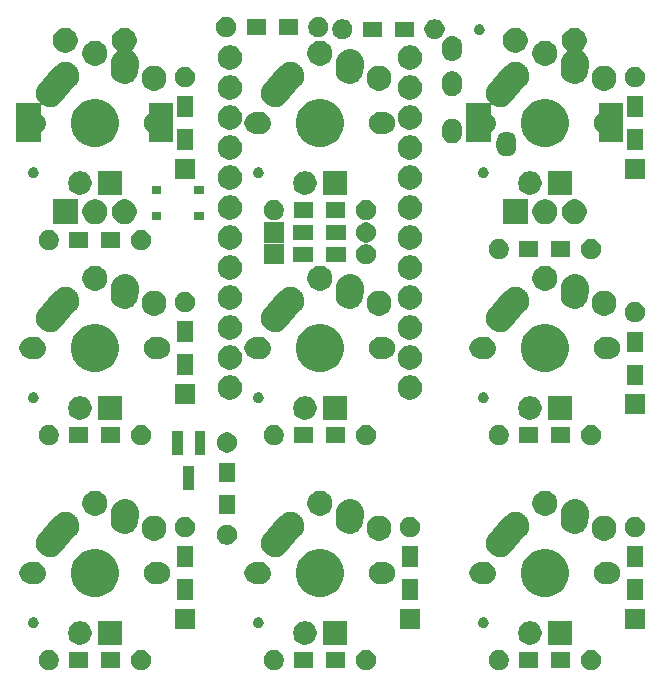
<source format=gbs>
%TF.GenerationSoftware,KiCad,Pcbnew,(5.1.6)-1*%
%TF.CreationDate,2020-12-18T23:07:11-06:00*%
%TF.ProjectId,macropad_3x3,6d616372-6f70-4616-945f-3378332e6b69,rev?*%
%TF.SameCoordinates,Original*%
%TF.FileFunction,Soldermask,Bot*%
%TF.FilePolarity,Negative*%
%FSLAX46Y46*%
G04 Gerber Fmt 4.6, Leading zero omitted, Abs format (unit mm)*
G04 Created by KiCad (PCBNEW (5.1.6)-1) date 2020-12-18 23:07:11*
%MOMM*%
%LPD*%
G01*
G04 APERTURE LIST*
%ADD10C,0.100000*%
G04 APERTURE END LIST*
D10*
G36*
X73998169Y-76397895D02*
G01*
X74153005Y-76462031D01*
X74292354Y-76555140D01*
X74410860Y-76673646D01*
X74503969Y-76812995D01*
X74568105Y-76967831D01*
X74600800Y-77132203D01*
X74600800Y-77299797D01*
X74568105Y-77464169D01*
X74503969Y-77619005D01*
X74410860Y-77758354D01*
X74292354Y-77876860D01*
X74153005Y-77969969D01*
X73998169Y-78034105D01*
X73833797Y-78066800D01*
X73666203Y-78066800D01*
X73501831Y-78034105D01*
X73346995Y-77969969D01*
X73207646Y-77876860D01*
X73089140Y-77758354D01*
X72996031Y-77619005D01*
X72931895Y-77464169D01*
X72899200Y-77299797D01*
X72899200Y-77132203D01*
X72931895Y-76967831D01*
X72996031Y-76812995D01*
X73089140Y-76673646D01*
X73207646Y-76555140D01*
X73346995Y-76462031D01*
X73501831Y-76397895D01*
X73666203Y-76365200D01*
X73833797Y-76365200D01*
X73998169Y-76397895D01*
G37*
G36*
X47148169Y-76397895D02*
G01*
X47303005Y-76462031D01*
X47442354Y-76555140D01*
X47560860Y-76673646D01*
X47653969Y-76812995D01*
X47718105Y-76967831D01*
X47750800Y-77132203D01*
X47750800Y-77299797D01*
X47718105Y-77464169D01*
X47653969Y-77619005D01*
X47560860Y-77758354D01*
X47442354Y-77876860D01*
X47303005Y-77969969D01*
X47148169Y-78034105D01*
X46983797Y-78066800D01*
X46816203Y-78066800D01*
X46651831Y-78034105D01*
X46496995Y-77969969D01*
X46357646Y-77876860D01*
X46239140Y-77758354D01*
X46146031Y-77619005D01*
X46081895Y-77464169D01*
X46049200Y-77299797D01*
X46049200Y-77132203D01*
X46081895Y-76967831D01*
X46146031Y-76812995D01*
X46239140Y-76673646D01*
X46357646Y-76555140D01*
X46496995Y-76462031D01*
X46651831Y-76397895D01*
X46816203Y-76365200D01*
X46983797Y-76365200D01*
X47148169Y-76397895D01*
G37*
G36*
X54948169Y-76397895D02*
G01*
X55103005Y-76462031D01*
X55242354Y-76555140D01*
X55360860Y-76673646D01*
X55453969Y-76812995D01*
X55518105Y-76967831D01*
X55550800Y-77132203D01*
X55550800Y-77299797D01*
X55518105Y-77464169D01*
X55453969Y-77619005D01*
X55360860Y-77758354D01*
X55242354Y-77876860D01*
X55103005Y-77969969D01*
X54948169Y-78034105D01*
X54783797Y-78066800D01*
X54616203Y-78066800D01*
X54451831Y-78034105D01*
X54296995Y-77969969D01*
X54157646Y-77876860D01*
X54039140Y-77758354D01*
X53946031Y-77619005D01*
X53881895Y-77464169D01*
X53849200Y-77299797D01*
X53849200Y-77132203D01*
X53881895Y-76967831D01*
X53946031Y-76812995D01*
X54039140Y-76673646D01*
X54157646Y-76555140D01*
X54296995Y-76462031D01*
X54451831Y-76397895D01*
X54616203Y-76365200D01*
X54783797Y-76365200D01*
X54948169Y-76397895D01*
G37*
G36*
X28098169Y-76397895D02*
G01*
X28253005Y-76462031D01*
X28392354Y-76555140D01*
X28510860Y-76673646D01*
X28603969Y-76812995D01*
X28668105Y-76967831D01*
X28700800Y-77132203D01*
X28700800Y-77299797D01*
X28668105Y-77464169D01*
X28603969Y-77619005D01*
X28510860Y-77758354D01*
X28392354Y-77876860D01*
X28253005Y-77969969D01*
X28098169Y-78034105D01*
X27933797Y-78066800D01*
X27766203Y-78066800D01*
X27601831Y-78034105D01*
X27446995Y-77969969D01*
X27307646Y-77876860D01*
X27189140Y-77758354D01*
X27096031Y-77619005D01*
X27031895Y-77464169D01*
X26999200Y-77299797D01*
X26999200Y-77132203D01*
X27031895Y-76967831D01*
X27096031Y-76812995D01*
X27189140Y-76673646D01*
X27307646Y-76555140D01*
X27446995Y-76462031D01*
X27601831Y-76397895D01*
X27766203Y-76365200D01*
X27933797Y-76365200D01*
X28098169Y-76397895D01*
G37*
G36*
X35898169Y-76397895D02*
G01*
X36053005Y-76462031D01*
X36192354Y-76555140D01*
X36310860Y-76673646D01*
X36403969Y-76812995D01*
X36468105Y-76967831D01*
X36500800Y-77132203D01*
X36500800Y-77299797D01*
X36468105Y-77464169D01*
X36403969Y-77619005D01*
X36310860Y-77758354D01*
X36192354Y-77876860D01*
X36053005Y-77969969D01*
X35898169Y-78034105D01*
X35733797Y-78066800D01*
X35566203Y-78066800D01*
X35401831Y-78034105D01*
X35246995Y-77969969D01*
X35107646Y-77876860D01*
X34989140Y-77758354D01*
X34896031Y-77619005D01*
X34831895Y-77464169D01*
X34799200Y-77299797D01*
X34799200Y-77132203D01*
X34831895Y-76967831D01*
X34896031Y-76812995D01*
X34989140Y-76673646D01*
X35107646Y-76555140D01*
X35246995Y-76462031D01*
X35401831Y-76397895D01*
X35566203Y-76365200D01*
X35733797Y-76365200D01*
X35898169Y-76397895D01*
G37*
G36*
X66198169Y-76397895D02*
G01*
X66353005Y-76462031D01*
X66492354Y-76555140D01*
X66610860Y-76673646D01*
X66703969Y-76812995D01*
X66768105Y-76967831D01*
X66800800Y-77132203D01*
X66800800Y-77299797D01*
X66768105Y-77464169D01*
X66703969Y-77619005D01*
X66610860Y-77758354D01*
X66492354Y-77876860D01*
X66353005Y-77969969D01*
X66198169Y-78034105D01*
X66033797Y-78066800D01*
X65866203Y-78066800D01*
X65701831Y-78034105D01*
X65546995Y-77969969D01*
X65407646Y-77876860D01*
X65289140Y-77758354D01*
X65196031Y-77619005D01*
X65131895Y-77464169D01*
X65099200Y-77299797D01*
X65099200Y-77132203D01*
X65131895Y-76967831D01*
X65196031Y-76812995D01*
X65289140Y-76673646D01*
X65407646Y-76555140D01*
X65546995Y-76462031D01*
X65701831Y-76397895D01*
X65866203Y-76365200D01*
X66033797Y-76365200D01*
X66198169Y-76397895D01*
G37*
G36*
X50250800Y-77866800D02*
G01*
X48649200Y-77866800D01*
X48649200Y-76565200D01*
X50250800Y-76565200D01*
X50250800Y-77866800D01*
G37*
G36*
X52950800Y-77866800D02*
G01*
X51349200Y-77866800D01*
X51349200Y-76565200D01*
X52950800Y-76565200D01*
X52950800Y-77866800D01*
G37*
G36*
X31200800Y-77866800D02*
G01*
X29599200Y-77866800D01*
X29599200Y-76565200D01*
X31200800Y-76565200D01*
X31200800Y-77866800D01*
G37*
G36*
X33900800Y-77866800D02*
G01*
X32299200Y-77866800D01*
X32299200Y-76565200D01*
X33900800Y-76565200D01*
X33900800Y-77866800D01*
G37*
G36*
X69300800Y-77866800D02*
G01*
X67699200Y-77866800D01*
X67699200Y-76565200D01*
X69300800Y-76565200D01*
X69300800Y-77866800D01*
G37*
G36*
X72000800Y-77866800D02*
G01*
X70399200Y-77866800D01*
X70399200Y-76565200D01*
X72000800Y-76565200D01*
X72000800Y-77866800D01*
G37*
G36*
X68872652Y-73965256D02*
G01*
X69055241Y-74040887D01*
X69219567Y-74150686D01*
X69359314Y-74290433D01*
X69469113Y-74454759D01*
X69544744Y-74637348D01*
X69583300Y-74831184D01*
X69583300Y-75028816D01*
X69544744Y-75222652D01*
X69469113Y-75405241D01*
X69359314Y-75569567D01*
X69219567Y-75709314D01*
X69055241Y-75819113D01*
X68872652Y-75894744D01*
X68678816Y-75933300D01*
X68481184Y-75933300D01*
X68287348Y-75894744D01*
X68104759Y-75819113D01*
X67940433Y-75709314D01*
X67800686Y-75569567D01*
X67690887Y-75405241D01*
X67615256Y-75222652D01*
X67576700Y-75028816D01*
X67576700Y-74831184D01*
X67615256Y-74637348D01*
X67690887Y-74454759D01*
X67800686Y-74290433D01*
X67940433Y-74150686D01*
X68104759Y-74040887D01*
X68287348Y-73965256D01*
X68481184Y-73926700D01*
X68678816Y-73926700D01*
X68872652Y-73965256D01*
G37*
G36*
X53073300Y-75933300D02*
G01*
X51066700Y-75933300D01*
X51066700Y-73926700D01*
X53073300Y-73926700D01*
X53073300Y-75933300D01*
G37*
G36*
X49822652Y-73965256D02*
G01*
X50005241Y-74040887D01*
X50169567Y-74150686D01*
X50309314Y-74290433D01*
X50419113Y-74454759D01*
X50494744Y-74637348D01*
X50533300Y-74831184D01*
X50533300Y-75028816D01*
X50494744Y-75222652D01*
X50419113Y-75405241D01*
X50309314Y-75569567D01*
X50169567Y-75709314D01*
X50005241Y-75819113D01*
X49822652Y-75894744D01*
X49628816Y-75933300D01*
X49431184Y-75933300D01*
X49237348Y-75894744D01*
X49054759Y-75819113D01*
X48890433Y-75709314D01*
X48750686Y-75569567D01*
X48640887Y-75405241D01*
X48565256Y-75222652D01*
X48526700Y-75028816D01*
X48526700Y-74831184D01*
X48565256Y-74637348D01*
X48640887Y-74454759D01*
X48750686Y-74290433D01*
X48890433Y-74150686D01*
X49054759Y-74040887D01*
X49237348Y-73965256D01*
X49431184Y-73926700D01*
X49628816Y-73926700D01*
X49822652Y-73965256D01*
G37*
G36*
X34023300Y-75933300D02*
G01*
X32016700Y-75933300D01*
X32016700Y-73926700D01*
X34023300Y-73926700D01*
X34023300Y-75933300D01*
G37*
G36*
X72123300Y-75933300D02*
G01*
X70116700Y-75933300D01*
X70116700Y-73926700D01*
X72123300Y-73926700D01*
X72123300Y-75933300D01*
G37*
G36*
X30772652Y-73965256D02*
G01*
X30955241Y-74040887D01*
X31119567Y-74150686D01*
X31259314Y-74290433D01*
X31369113Y-74454759D01*
X31444744Y-74637348D01*
X31483300Y-74831184D01*
X31483300Y-75028816D01*
X31444744Y-75222652D01*
X31369113Y-75405241D01*
X31259314Y-75569567D01*
X31119567Y-75709314D01*
X30955241Y-75819113D01*
X30772652Y-75894744D01*
X30578816Y-75933300D01*
X30381184Y-75933300D01*
X30187348Y-75894744D01*
X30004759Y-75819113D01*
X29840433Y-75709314D01*
X29700686Y-75569567D01*
X29590887Y-75405241D01*
X29515256Y-75222652D01*
X29476700Y-75028816D01*
X29476700Y-74831184D01*
X29515256Y-74637348D01*
X29590887Y-74454759D01*
X29700686Y-74290433D01*
X29840433Y-74150686D01*
X30004759Y-74040887D01*
X30187348Y-73965256D01*
X30381184Y-73926700D01*
X30578816Y-73926700D01*
X30772652Y-73965256D01*
G37*
G36*
X40220800Y-74600800D02*
G01*
X38519200Y-74600800D01*
X38519200Y-72899200D01*
X40220800Y-72899200D01*
X40220800Y-74600800D01*
G37*
G36*
X59270800Y-74600800D02*
G01*
X57569200Y-74600800D01*
X57569200Y-72899200D01*
X59270800Y-72899200D01*
X59270800Y-74600800D01*
G37*
G36*
X78320800Y-74600800D02*
G01*
X76619200Y-74600800D01*
X76619200Y-72899200D01*
X78320800Y-72899200D01*
X78320800Y-74600800D01*
G37*
G36*
X64761494Y-73616524D02*
G01*
X64843534Y-73650506D01*
X64892646Y-73683322D01*
X64917370Y-73699842D01*
X64980158Y-73762630D01*
X64980159Y-73762632D01*
X65029494Y-73836466D01*
X65063476Y-73918507D01*
X65080800Y-74005600D01*
X65080800Y-74094400D01*
X65063476Y-74181493D01*
X65029494Y-74263534D01*
X65011521Y-74290432D01*
X64980158Y-74337370D01*
X64917370Y-74400158D01*
X64892646Y-74416678D01*
X64843534Y-74449494D01*
X64802513Y-74466485D01*
X64761494Y-74483476D01*
X64674400Y-74500800D01*
X64585600Y-74500800D01*
X64498506Y-74483476D01*
X64457487Y-74466485D01*
X64416466Y-74449494D01*
X64367354Y-74416678D01*
X64342630Y-74400158D01*
X64279842Y-74337370D01*
X64248479Y-74290432D01*
X64230506Y-74263534D01*
X64196524Y-74181493D01*
X64179200Y-74094400D01*
X64179200Y-74005600D01*
X64196524Y-73918507D01*
X64230506Y-73836466D01*
X64279841Y-73762632D01*
X64279842Y-73762630D01*
X64342630Y-73699842D01*
X64367354Y-73683322D01*
X64416466Y-73650506D01*
X64498506Y-73616524D01*
X64585600Y-73599200D01*
X64674400Y-73599200D01*
X64761494Y-73616524D01*
G37*
G36*
X26661494Y-73616524D02*
G01*
X26743534Y-73650506D01*
X26792646Y-73683322D01*
X26817370Y-73699842D01*
X26880158Y-73762630D01*
X26880159Y-73762632D01*
X26929494Y-73836466D01*
X26963476Y-73918507D01*
X26980800Y-74005600D01*
X26980800Y-74094400D01*
X26963476Y-74181493D01*
X26929494Y-74263534D01*
X26911521Y-74290432D01*
X26880158Y-74337370D01*
X26817370Y-74400158D01*
X26792646Y-74416678D01*
X26743534Y-74449494D01*
X26702513Y-74466485D01*
X26661494Y-74483476D01*
X26574400Y-74500800D01*
X26485600Y-74500800D01*
X26398506Y-74483476D01*
X26357487Y-74466485D01*
X26316466Y-74449494D01*
X26267354Y-74416678D01*
X26242630Y-74400158D01*
X26179842Y-74337370D01*
X26148479Y-74290432D01*
X26130506Y-74263534D01*
X26096524Y-74181493D01*
X26079200Y-74094400D01*
X26079200Y-74005600D01*
X26096524Y-73918507D01*
X26130506Y-73836466D01*
X26179841Y-73762632D01*
X26179842Y-73762630D01*
X26242630Y-73699842D01*
X26267354Y-73683322D01*
X26316466Y-73650506D01*
X26398506Y-73616524D01*
X26485600Y-73599200D01*
X26574400Y-73599200D01*
X26661494Y-73616524D01*
G37*
G36*
X45711494Y-73616524D02*
G01*
X45793534Y-73650506D01*
X45842646Y-73683322D01*
X45867370Y-73699842D01*
X45930158Y-73762630D01*
X45930159Y-73762632D01*
X45979494Y-73836466D01*
X46013476Y-73918507D01*
X46030800Y-74005600D01*
X46030800Y-74094400D01*
X46013476Y-74181493D01*
X45979494Y-74263534D01*
X45961521Y-74290432D01*
X45930158Y-74337370D01*
X45867370Y-74400158D01*
X45842646Y-74416678D01*
X45793534Y-74449494D01*
X45752513Y-74466485D01*
X45711494Y-74483476D01*
X45624400Y-74500800D01*
X45535600Y-74500800D01*
X45448506Y-74483476D01*
X45407487Y-74466485D01*
X45366466Y-74449494D01*
X45317354Y-74416678D01*
X45292630Y-74400158D01*
X45229842Y-74337370D01*
X45198479Y-74290432D01*
X45180506Y-74263534D01*
X45146524Y-74181493D01*
X45129200Y-74094400D01*
X45129200Y-74005600D01*
X45146524Y-73918507D01*
X45180506Y-73836466D01*
X45229841Y-73762632D01*
X45229842Y-73762630D01*
X45292630Y-73699842D01*
X45317354Y-73683322D01*
X45366466Y-73650506D01*
X45448506Y-73616524D01*
X45535600Y-73599200D01*
X45624400Y-73599200D01*
X45711494Y-73616524D01*
G37*
G36*
X78120800Y-72100800D02*
G01*
X76819200Y-72100800D01*
X76819200Y-70399200D01*
X78120800Y-70399200D01*
X78120800Y-72100800D01*
G37*
G36*
X40020800Y-72100800D02*
G01*
X38719200Y-72100800D01*
X38719200Y-70399200D01*
X40020800Y-70399200D01*
X40020800Y-72100800D01*
G37*
G36*
X59070800Y-72100800D02*
G01*
X57769200Y-72100800D01*
X57769200Y-70399200D01*
X59070800Y-70399200D01*
X59070800Y-72100800D01*
G37*
G36*
X32346417Y-67883877D02*
G01*
X32718529Y-68038010D01*
X33053422Y-68261779D01*
X33338221Y-68546578D01*
X33561990Y-68881471D01*
X33716123Y-69253583D01*
X33794700Y-69648614D01*
X33794700Y-70051386D01*
X33716123Y-70446417D01*
X33561990Y-70818529D01*
X33338221Y-71153422D01*
X33053422Y-71438221D01*
X32718529Y-71661990D01*
X32346417Y-71816123D01*
X31951386Y-71894700D01*
X31548614Y-71894700D01*
X31153583Y-71816123D01*
X30781471Y-71661990D01*
X30446578Y-71438221D01*
X30161779Y-71153422D01*
X29938010Y-70818529D01*
X29783877Y-70446417D01*
X29705300Y-70051386D01*
X29705300Y-69648614D01*
X29783877Y-69253583D01*
X29938010Y-68881471D01*
X30161779Y-68546578D01*
X30446578Y-68261779D01*
X30781471Y-68038010D01*
X31153583Y-67883877D01*
X31548614Y-67805300D01*
X31951386Y-67805300D01*
X32346417Y-67883877D01*
G37*
G36*
X51396417Y-67883877D02*
G01*
X51768529Y-68038010D01*
X52103422Y-68261779D01*
X52388221Y-68546578D01*
X52611990Y-68881471D01*
X52766123Y-69253583D01*
X52844700Y-69648614D01*
X52844700Y-70051386D01*
X52766123Y-70446417D01*
X52611990Y-70818529D01*
X52388221Y-71153422D01*
X52103422Y-71438221D01*
X51768529Y-71661990D01*
X51396417Y-71816123D01*
X51001386Y-71894700D01*
X50598614Y-71894700D01*
X50203583Y-71816123D01*
X49831471Y-71661990D01*
X49496578Y-71438221D01*
X49211779Y-71153422D01*
X48988010Y-70818529D01*
X48833877Y-70446417D01*
X48755300Y-70051386D01*
X48755300Y-69648614D01*
X48833877Y-69253583D01*
X48988010Y-68881471D01*
X49211779Y-68546578D01*
X49496578Y-68261779D01*
X49831471Y-68038010D01*
X50203583Y-67883877D01*
X50598614Y-67805300D01*
X51001386Y-67805300D01*
X51396417Y-67883877D01*
G37*
G36*
X70446417Y-67883877D02*
G01*
X70818529Y-68038010D01*
X71153422Y-68261779D01*
X71438221Y-68546578D01*
X71661990Y-68881471D01*
X71816123Y-69253583D01*
X71894700Y-69648614D01*
X71894700Y-70051386D01*
X71816123Y-70446417D01*
X71661990Y-70818529D01*
X71438221Y-71153422D01*
X71153422Y-71438221D01*
X70818529Y-71661990D01*
X70446417Y-71816123D01*
X70051386Y-71894700D01*
X69648614Y-71894700D01*
X69253583Y-71816123D01*
X68881471Y-71661990D01*
X68546578Y-71438221D01*
X68261779Y-71153422D01*
X68038010Y-70818529D01*
X67883877Y-70446417D01*
X67805300Y-70051386D01*
X67805300Y-69648614D01*
X67883877Y-69253583D01*
X68038010Y-68881471D01*
X68261779Y-68546578D01*
X68546578Y-68261779D01*
X68881471Y-68038010D01*
X69253583Y-67883877D01*
X69648614Y-67805300D01*
X70051386Y-67805300D01*
X70446417Y-67883877D01*
G37*
G36*
X56144164Y-68958608D02*
G01*
X56154074Y-68959584D01*
X56163978Y-68958609D01*
X56211279Y-68949200D01*
X56388721Y-68949200D01*
X56562754Y-68983817D01*
X56726689Y-69051721D01*
X56874227Y-69150303D01*
X56999697Y-69275773D01*
X57098279Y-69423311D01*
X57166183Y-69587246D01*
X57200800Y-69761279D01*
X57200800Y-69938721D01*
X57166183Y-70112754D01*
X57098279Y-70276689D01*
X56999697Y-70424227D01*
X56874227Y-70549697D01*
X56726689Y-70648279D01*
X56562754Y-70716183D01*
X56388721Y-70750800D01*
X56211279Y-70750800D01*
X56163978Y-70741391D01*
X56154074Y-70740416D01*
X56144164Y-70741392D01*
X55971184Y-70775800D01*
X55788816Y-70775800D01*
X55609954Y-70740222D01*
X55551916Y-70716182D01*
X55441469Y-70670434D01*
X55289837Y-70569116D01*
X55160884Y-70440163D01*
X55059566Y-70288531D01*
X54989778Y-70120046D01*
X54976121Y-70051386D01*
X54954200Y-69941184D01*
X54954200Y-69758816D01*
X54989778Y-69579954D01*
X55059565Y-69411472D01*
X55059566Y-69411469D01*
X55160884Y-69259837D01*
X55289837Y-69130884D01*
X55441469Y-69029566D01*
X55609954Y-68959778D01*
X55663133Y-68949200D01*
X55788816Y-68924200D01*
X55971184Y-68924200D01*
X56144164Y-68958608D01*
G37*
G36*
X75194164Y-68958608D02*
G01*
X75204074Y-68959584D01*
X75213978Y-68958609D01*
X75261279Y-68949200D01*
X75438721Y-68949200D01*
X75612754Y-68983817D01*
X75776689Y-69051721D01*
X75924227Y-69150303D01*
X76049697Y-69275773D01*
X76148279Y-69423311D01*
X76216183Y-69587246D01*
X76250800Y-69761279D01*
X76250800Y-69938721D01*
X76216183Y-70112754D01*
X76148279Y-70276689D01*
X76049697Y-70424227D01*
X75924227Y-70549697D01*
X75776689Y-70648279D01*
X75612754Y-70716183D01*
X75438721Y-70750800D01*
X75261279Y-70750800D01*
X75213978Y-70741391D01*
X75204074Y-70740416D01*
X75194164Y-70741392D01*
X75021184Y-70775800D01*
X74838816Y-70775800D01*
X74659954Y-70740222D01*
X74601916Y-70716182D01*
X74491469Y-70670434D01*
X74339837Y-70569116D01*
X74210884Y-70440163D01*
X74109566Y-70288531D01*
X74039778Y-70120046D01*
X74026121Y-70051386D01*
X74004200Y-69941184D01*
X74004200Y-69758816D01*
X74039778Y-69579954D01*
X74109565Y-69411472D01*
X74109566Y-69411469D01*
X74210884Y-69259837D01*
X74339837Y-69130884D01*
X74491469Y-69029566D01*
X74659954Y-68959778D01*
X74713133Y-68949200D01*
X74838816Y-68924200D01*
X75021184Y-68924200D01*
X75194164Y-68958608D01*
G37*
G36*
X64986867Y-68949200D02*
G01*
X65040046Y-68959778D01*
X65208531Y-69029566D01*
X65360163Y-69130884D01*
X65489116Y-69259837D01*
X65590434Y-69411469D01*
X65590435Y-69411472D01*
X65660222Y-69579954D01*
X65695800Y-69758816D01*
X65695800Y-69941184D01*
X65673879Y-70051386D01*
X65660222Y-70120046D01*
X65590434Y-70288531D01*
X65489116Y-70440163D01*
X65360163Y-70569116D01*
X65208531Y-70670434D01*
X65098084Y-70716182D01*
X65040046Y-70740222D01*
X64861184Y-70775800D01*
X64678816Y-70775800D01*
X64505836Y-70741392D01*
X64495926Y-70740416D01*
X64486022Y-70741391D01*
X64438721Y-70750800D01*
X64261279Y-70750800D01*
X64087246Y-70716183D01*
X63923311Y-70648279D01*
X63775773Y-70549697D01*
X63650303Y-70424227D01*
X63551721Y-70276689D01*
X63483817Y-70112754D01*
X63449200Y-69938721D01*
X63449200Y-69761279D01*
X63483817Y-69587246D01*
X63551721Y-69423311D01*
X63650303Y-69275773D01*
X63775773Y-69150303D01*
X63923311Y-69051721D01*
X64087246Y-68983817D01*
X64261279Y-68949200D01*
X64438721Y-68949200D01*
X64486022Y-68958609D01*
X64495926Y-68959584D01*
X64505836Y-68958608D01*
X64678816Y-68924200D01*
X64861184Y-68924200D01*
X64986867Y-68949200D01*
G37*
G36*
X45936867Y-68949200D02*
G01*
X45990046Y-68959778D01*
X46158531Y-69029566D01*
X46310163Y-69130884D01*
X46439116Y-69259837D01*
X46540434Y-69411469D01*
X46540435Y-69411472D01*
X46610222Y-69579954D01*
X46645800Y-69758816D01*
X46645800Y-69941184D01*
X46623879Y-70051386D01*
X46610222Y-70120046D01*
X46540434Y-70288531D01*
X46439116Y-70440163D01*
X46310163Y-70569116D01*
X46158531Y-70670434D01*
X46048084Y-70716182D01*
X45990046Y-70740222D01*
X45811184Y-70775800D01*
X45628816Y-70775800D01*
X45455836Y-70741392D01*
X45445926Y-70740416D01*
X45436022Y-70741391D01*
X45388721Y-70750800D01*
X45211279Y-70750800D01*
X45037246Y-70716183D01*
X44873311Y-70648279D01*
X44725773Y-70549697D01*
X44600303Y-70424227D01*
X44501721Y-70276689D01*
X44433817Y-70112754D01*
X44399200Y-69938721D01*
X44399200Y-69761279D01*
X44433817Y-69587246D01*
X44501721Y-69423311D01*
X44600303Y-69275773D01*
X44725773Y-69150303D01*
X44873311Y-69051721D01*
X45037246Y-68983817D01*
X45211279Y-68949200D01*
X45388721Y-68949200D01*
X45436022Y-68958609D01*
X45445926Y-68959584D01*
X45455836Y-68958608D01*
X45628816Y-68924200D01*
X45811184Y-68924200D01*
X45936867Y-68949200D01*
G37*
G36*
X37094164Y-68958608D02*
G01*
X37104074Y-68959584D01*
X37113978Y-68958609D01*
X37161279Y-68949200D01*
X37338721Y-68949200D01*
X37512754Y-68983817D01*
X37676689Y-69051721D01*
X37824227Y-69150303D01*
X37949697Y-69275773D01*
X38048279Y-69423311D01*
X38116183Y-69587246D01*
X38150800Y-69761279D01*
X38150800Y-69938721D01*
X38116183Y-70112754D01*
X38048279Y-70276689D01*
X37949697Y-70424227D01*
X37824227Y-70549697D01*
X37676689Y-70648279D01*
X37512754Y-70716183D01*
X37338721Y-70750800D01*
X37161279Y-70750800D01*
X37113978Y-70741391D01*
X37104074Y-70740416D01*
X37094164Y-70741392D01*
X36921184Y-70775800D01*
X36738816Y-70775800D01*
X36559954Y-70740222D01*
X36501916Y-70716182D01*
X36391469Y-70670434D01*
X36239837Y-70569116D01*
X36110884Y-70440163D01*
X36009566Y-70288531D01*
X35939778Y-70120046D01*
X35926121Y-70051386D01*
X35904200Y-69941184D01*
X35904200Y-69758816D01*
X35939778Y-69579954D01*
X36009565Y-69411472D01*
X36009566Y-69411469D01*
X36110884Y-69259837D01*
X36239837Y-69130884D01*
X36391469Y-69029566D01*
X36559954Y-68959778D01*
X36613133Y-68949200D01*
X36738816Y-68924200D01*
X36921184Y-68924200D01*
X37094164Y-68958608D01*
G37*
G36*
X26886867Y-68949200D02*
G01*
X26940046Y-68959778D01*
X27108531Y-69029566D01*
X27260163Y-69130884D01*
X27389116Y-69259837D01*
X27490434Y-69411469D01*
X27490435Y-69411472D01*
X27560222Y-69579954D01*
X27595800Y-69758816D01*
X27595800Y-69941184D01*
X27573879Y-70051386D01*
X27560222Y-70120046D01*
X27490434Y-70288531D01*
X27389116Y-70440163D01*
X27260163Y-70569116D01*
X27108531Y-70670434D01*
X26998084Y-70716182D01*
X26940046Y-70740222D01*
X26761184Y-70775800D01*
X26578816Y-70775800D01*
X26405836Y-70741392D01*
X26395926Y-70740416D01*
X26386022Y-70741391D01*
X26338721Y-70750800D01*
X26161279Y-70750800D01*
X25987246Y-70716183D01*
X25823311Y-70648279D01*
X25675773Y-70549697D01*
X25550303Y-70424227D01*
X25451721Y-70276689D01*
X25383817Y-70112754D01*
X25349200Y-69938721D01*
X25349200Y-69761279D01*
X25383817Y-69587246D01*
X25451721Y-69423311D01*
X25550303Y-69275773D01*
X25675773Y-69150303D01*
X25823311Y-69051721D01*
X25987246Y-68983817D01*
X26161279Y-68949200D01*
X26338721Y-68949200D01*
X26386022Y-68958609D01*
X26395926Y-68959584D01*
X26405836Y-68958608D01*
X26578816Y-68924200D01*
X26761184Y-68924200D01*
X26886867Y-68949200D01*
G37*
G36*
X40020800Y-69300800D02*
G01*
X38719200Y-69300800D01*
X38719200Y-67599200D01*
X40020800Y-67599200D01*
X40020800Y-69300800D01*
G37*
G36*
X78120800Y-69300800D02*
G01*
X76819200Y-69300800D01*
X76819200Y-67599200D01*
X78120800Y-67599200D01*
X78120800Y-69300800D01*
G37*
G36*
X59070800Y-69300800D02*
G01*
X57769200Y-69300800D01*
X57769200Y-67599200D01*
X59070800Y-67599200D01*
X59070800Y-69300800D01*
G37*
G36*
X67375002Y-64674153D02*
G01*
X67377163Y-64674200D01*
X67465806Y-64674200D01*
X67487572Y-64678530D01*
X67495230Y-64679455D01*
X67517483Y-64680436D01*
X67603860Y-64701612D01*
X67605993Y-64702085D01*
X67656254Y-64712083D01*
X67692969Y-64719386D01*
X67713480Y-64727882D01*
X67720814Y-64730284D01*
X67742435Y-64735585D01*
X67822979Y-64773186D01*
X67824962Y-64774059D01*
X67906948Y-64808018D01*
X67925432Y-64820369D01*
X67932143Y-64824148D01*
X67952304Y-64833560D01*
X68023925Y-64886123D01*
X68025681Y-64887353D01*
X68099532Y-64936699D01*
X68115256Y-64952423D01*
X68121102Y-64957441D01*
X68139026Y-64970596D01*
X68198962Y-65036062D01*
X68200468Y-65037635D01*
X68263303Y-65100470D01*
X68275670Y-65118979D01*
X68280425Y-65125041D01*
X68295427Y-65141427D01*
X68341409Y-65217277D01*
X68342579Y-65219116D01*
X68391982Y-65293052D01*
X68400504Y-65313626D01*
X68403992Y-65320512D01*
X68415495Y-65339487D01*
X68445781Y-65422811D01*
X68446575Y-65424854D01*
X68480614Y-65507030D01*
X68484961Y-65528884D01*
X68487041Y-65536326D01*
X68494616Y-65557167D01*
X68508055Y-65644735D01*
X68508435Y-65646895D01*
X68525800Y-65734194D01*
X68525800Y-65756497D01*
X68526387Y-65764183D01*
X68529750Y-65786099D01*
X68525847Y-65874597D01*
X68525800Y-65876757D01*
X68525800Y-65965805D01*
X68521448Y-65987683D01*
X68520522Y-65995346D01*
X68519546Y-66017486D01*
X68498465Y-66103476D01*
X68497987Y-66105629D01*
X68480614Y-66192969D01*
X68472076Y-66213582D01*
X68469673Y-66220918D01*
X68464397Y-66242437D01*
X68426954Y-66322642D01*
X68426072Y-66324646D01*
X68391981Y-66406951D01*
X68379576Y-66425516D01*
X68375792Y-66432235D01*
X68366422Y-66452306D01*
X68314041Y-66523679D01*
X68312805Y-66525445D01*
X68263303Y-66599530D01*
X68204719Y-66658114D01*
X68202829Y-66660109D01*
X66876596Y-68138219D01*
X66876590Y-68138224D01*
X66876586Y-68138229D01*
X66748565Y-68255437D01*
X66550505Y-68375505D01*
X66332825Y-68454626D01*
X66103893Y-68489760D01*
X65872507Y-68479556D01*
X65647555Y-68424407D01*
X65437686Y-68326432D01*
X65250964Y-68189395D01*
X65094563Y-68018565D01*
X64974495Y-67820505D01*
X64895374Y-67602825D01*
X64860240Y-67373893D01*
X64870444Y-67142507D01*
X64925593Y-66917555D01*
X65023568Y-66707686D01*
X65126264Y-66567755D01*
X65444045Y-66213582D01*
X66416530Y-65129728D01*
X66420958Y-65124026D01*
X66436699Y-65100468D01*
X66494940Y-65042227D01*
X66496830Y-65040232D01*
X66513393Y-65021772D01*
X66536272Y-65000826D01*
X66537889Y-64999278D01*
X66600471Y-64936696D01*
X66618895Y-64924385D01*
X66624963Y-64919625D01*
X66641424Y-64904555D01*
X66717606Y-64858372D01*
X66719432Y-64857210D01*
X66793052Y-64808018D01*
X66813525Y-64799538D01*
X66820405Y-64796053D01*
X66839484Y-64784487D01*
X66923195Y-64754060D01*
X66925226Y-64753271D01*
X67007030Y-64719386D01*
X67028769Y-64715062D01*
X67036211Y-64712982D01*
X67057164Y-64705366D01*
X67145131Y-64691866D01*
X67147311Y-64691482D01*
X67234194Y-64674200D01*
X67256378Y-64674200D01*
X67264061Y-64673614D01*
X67286096Y-64670232D01*
X67375002Y-64674153D01*
G37*
G36*
X48325002Y-64674153D02*
G01*
X48327163Y-64674200D01*
X48415806Y-64674200D01*
X48437572Y-64678530D01*
X48445230Y-64679455D01*
X48467483Y-64680436D01*
X48553860Y-64701612D01*
X48555993Y-64702085D01*
X48606254Y-64712083D01*
X48642969Y-64719386D01*
X48663480Y-64727882D01*
X48670814Y-64730284D01*
X48692435Y-64735585D01*
X48772979Y-64773186D01*
X48774962Y-64774059D01*
X48856948Y-64808018D01*
X48875432Y-64820369D01*
X48882143Y-64824148D01*
X48902304Y-64833560D01*
X48973925Y-64886123D01*
X48975681Y-64887353D01*
X49049532Y-64936699D01*
X49065256Y-64952423D01*
X49071102Y-64957441D01*
X49089026Y-64970596D01*
X49148962Y-65036062D01*
X49150468Y-65037635D01*
X49213303Y-65100470D01*
X49225670Y-65118979D01*
X49230425Y-65125041D01*
X49245427Y-65141427D01*
X49291409Y-65217277D01*
X49292579Y-65219116D01*
X49341982Y-65293052D01*
X49350504Y-65313626D01*
X49353992Y-65320512D01*
X49365495Y-65339487D01*
X49395781Y-65422811D01*
X49396575Y-65424854D01*
X49430614Y-65507030D01*
X49434961Y-65528884D01*
X49437041Y-65536326D01*
X49444616Y-65557167D01*
X49458055Y-65644735D01*
X49458435Y-65646895D01*
X49475800Y-65734194D01*
X49475800Y-65756497D01*
X49476387Y-65764183D01*
X49479750Y-65786099D01*
X49475847Y-65874597D01*
X49475800Y-65876757D01*
X49475800Y-65965805D01*
X49471448Y-65987683D01*
X49470522Y-65995346D01*
X49469546Y-66017486D01*
X49448465Y-66103476D01*
X49447987Y-66105629D01*
X49430614Y-66192969D01*
X49422076Y-66213582D01*
X49419673Y-66220918D01*
X49414397Y-66242437D01*
X49376954Y-66322642D01*
X49376072Y-66324646D01*
X49341981Y-66406951D01*
X49329576Y-66425516D01*
X49325792Y-66432235D01*
X49316422Y-66452306D01*
X49264041Y-66523679D01*
X49262805Y-66525445D01*
X49213303Y-66599530D01*
X49154719Y-66658114D01*
X49152829Y-66660109D01*
X47826596Y-68138219D01*
X47826590Y-68138224D01*
X47826586Y-68138229D01*
X47698565Y-68255437D01*
X47500505Y-68375505D01*
X47282825Y-68454626D01*
X47053893Y-68489760D01*
X46822507Y-68479556D01*
X46597555Y-68424407D01*
X46387686Y-68326432D01*
X46200964Y-68189395D01*
X46044563Y-68018565D01*
X45924495Y-67820505D01*
X45845374Y-67602825D01*
X45810240Y-67373893D01*
X45820444Y-67142507D01*
X45875593Y-66917555D01*
X45973568Y-66707686D01*
X46076264Y-66567755D01*
X46394045Y-66213582D01*
X47366530Y-65129728D01*
X47370958Y-65124026D01*
X47386699Y-65100468D01*
X47444940Y-65042227D01*
X47446830Y-65040232D01*
X47463393Y-65021772D01*
X47486272Y-65000826D01*
X47487889Y-64999278D01*
X47550471Y-64936696D01*
X47568895Y-64924385D01*
X47574963Y-64919625D01*
X47591424Y-64904555D01*
X47667606Y-64858372D01*
X47669432Y-64857210D01*
X47743052Y-64808018D01*
X47763525Y-64799538D01*
X47770405Y-64796053D01*
X47789484Y-64784487D01*
X47873195Y-64754060D01*
X47875226Y-64753271D01*
X47957030Y-64719386D01*
X47978769Y-64715062D01*
X47986211Y-64712982D01*
X48007164Y-64705366D01*
X48095131Y-64691866D01*
X48097311Y-64691482D01*
X48184194Y-64674200D01*
X48206378Y-64674200D01*
X48214061Y-64673614D01*
X48236096Y-64670232D01*
X48325002Y-64674153D01*
G37*
G36*
X29275002Y-64674153D02*
G01*
X29277163Y-64674200D01*
X29365806Y-64674200D01*
X29387572Y-64678530D01*
X29395230Y-64679455D01*
X29417483Y-64680436D01*
X29503860Y-64701612D01*
X29505993Y-64702085D01*
X29556254Y-64712083D01*
X29592969Y-64719386D01*
X29613480Y-64727882D01*
X29620814Y-64730284D01*
X29642435Y-64735585D01*
X29722979Y-64773186D01*
X29724962Y-64774059D01*
X29806948Y-64808018D01*
X29825432Y-64820369D01*
X29832143Y-64824148D01*
X29852304Y-64833560D01*
X29923925Y-64886123D01*
X29925681Y-64887353D01*
X29999532Y-64936699D01*
X30015256Y-64952423D01*
X30021102Y-64957441D01*
X30039026Y-64970596D01*
X30098962Y-65036062D01*
X30100468Y-65037635D01*
X30163303Y-65100470D01*
X30175670Y-65118979D01*
X30180425Y-65125041D01*
X30195427Y-65141427D01*
X30241409Y-65217277D01*
X30242579Y-65219116D01*
X30291982Y-65293052D01*
X30300504Y-65313626D01*
X30303992Y-65320512D01*
X30315495Y-65339487D01*
X30345781Y-65422811D01*
X30346575Y-65424854D01*
X30380614Y-65507030D01*
X30384961Y-65528884D01*
X30387041Y-65536326D01*
X30394616Y-65557167D01*
X30408055Y-65644735D01*
X30408435Y-65646895D01*
X30425800Y-65734194D01*
X30425800Y-65756497D01*
X30426387Y-65764183D01*
X30429750Y-65786099D01*
X30425847Y-65874597D01*
X30425800Y-65876757D01*
X30425800Y-65965805D01*
X30421448Y-65987683D01*
X30420522Y-65995346D01*
X30419546Y-66017486D01*
X30398465Y-66103476D01*
X30397987Y-66105629D01*
X30380614Y-66192969D01*
X30372076Y-66213582D01*
X30369673Y-66220918D01*
X30364397Y-66242437D01*
X30326954Y-66322642D01*
X30326072Y-66324646D01*
X30291981Y-66406951D01*
X30279576Y-66425516D01*
X30275792Y-66432235D01*
X30266422Y-66452306D01*
X30214041Y-66523679D01*
X30212805Y-66525445D01*
X30163303Y-66599530D01*
X30104719Y-66658114D01*
X30102829Y-66660109D01*
X28776596Y-68138219D01*
X28776590Y-68138224D01*
X28776586Y-68138229D01*
X28648565Y-68255437D01*
X28450505Y-68375505D01*
X28232825Y-68454626D01*
X28003893Y-68489760D01*
X27772507Y-68479556D01*
X27547555Y-68424407D01*
X27337686Y-68326432D01*
X27150964Y-68189395D01*
X26994563Y-68018565D01*
X26874495Y-67820505D01*
X26795374Y-67602825D01*
X26760240Y-67373893D01*
X26770444Y-67142507D01*
X26825593Y-66917555D01*
X26923568Y-66707686D01*
X27026264Y-66567755D01*
X27344045Y-66213582D01*
X28316530Y-65129728D01*
X28320958Y-65124026D01*
X28336699Y-65100468D01*
X28394940Y-65042227D01*
X28396830Y-65040232D01*
X28413393Y-65021772D01*
X28436272Y-65000826D01*
X28437889Y-64999278D01*
X28500471Y-64936696D01*
X28518895Y-64924385D01*
X28524963Y-64919625D01*
X28541424Y-64904555D01*
X28617606Y-64858372D01*
X28619432Y-64857210D01*
X28693052Y-64808018D01*
X28713525Y-64799538D01*
X28720405Y-64796053D01*
X28739484Y-64784487D01*
X28823195Y-64754060D01*
X28825226Y-64753271D01*
X28907030Y-64719386D01*
X28928769Y-64715062D01*
X28936211Y-64712982D01*
X28957164Y-64705366D01*
X29045131Y-64691866D01*
X29047311Y-64691482D01*
X29134194Y-64674200D01*
X29156378Y-64674200D01*
X29164061Y-64673614D01*
X29186096Y-64670232D01*
X29275002Y-64674153D01*
G37*
G36*
X43174169Y-65782895D02*
G01*
X43329005Y-65847031D01*
X43468354Y-65940140D01*
X43586860Y-66058646D01*
X43679969Y-66197995D01*
X43744105Y-66352831D01*
X43776800Y-66517203D01*
X43776800Y-66684797D01*
X43744105Y-66849169D01*
X43679969Y-67004005D01*
X43586860Y-67143354D01*
X43468354Y-67261860D01*
X43329005Y-67354969D01*
X43174169Y-67419105D01*
X43009797Y-67451800D01*
X42842203Y-67451800D01*
X42677831Y-67419105D01*
X42522995Y-67354969D01*
X42383646Y-67261860D01*
X42265140Y-67143354D01*
X42172031Y-67004005D01*
X42107895Y-66849169D01*
X42075200Y-66684797D01*
X42075200Y-66517203D01*
X42107895Y-66352831D01*
X42172031Y-66197995D01*
X42265140Y-66058646D01*
X42383646Y-65940140D01*
X42522995Y-65847031D01*
X42677831Y-65782895D01*
X42842203Y-65750200D01*
X43009797Y-65750200D01*
X43174169Y-65782895D01*
G37*
G36*
X56106508Y-65039582D02*
G01*
X56297741Y-65118793D01*
X56469847Y-65233791D01*
X56616209Y-65380153D01*
X56731207Y-65552259D01*
X56810418Y-65743492D01*
X56850800Y-65946505D01*
X56850800Y-66153495D01*
X56810418Y-66356508D01*
X56731207Y-66547741D01*
X56616209Y-66719847D01*
X56469847Y-66866209D01*
X56297741Y-66981207D01*
X56106508Y-67060418D01*
X55903495Y-67100800D01*
X55696505Y-67100800D01*
X55493492Y-67060418D01*
X55302259Y-66981207D01*
X55130153Y-66866209D01*
X54983791Y-66719847D01*
X54868793Y-66547741D01*
X54789582Y-66356508D01*
X54749200Y-66153495D01*
X54749200Y-65946505D01*
X54789582Y-65743492D01*
X54868793Y-65552259D01*
X54983791Y-65380153D01*
X55130153Y-65233791D01*
X55302259Y-65118793D01*
X55493492Y-65039582D01*
X55696505Y-64999200D01*
X55903495Y-64999200D01*
X56106508Y-65039582D01*
G37*
G36*
X75156508Y-65039582D02*
G01*
X75347741Y-65118793D01*
X75519847Y-65233791D01*
X75666209Y-65380153D01*
X75781207Y-65552259D01*
X75860418Y-65743492D01*
X75900800Y-65946505D01*
X75900800Y-66153495D01*
X75860418Y-66356508D01*
X75781207Y-66547741D01*
X75666209Y-66719847D01*
X75519847Y-66866209D01*
X75347741Y-66981207D01*
X75156508Y-67060418D01*
X74953495Y-67100800D01*
X74746505Y-67100800D01*
X74543492Y-67060418D01*
X74352259Y-66981207D01*
X74180153Y-66866209D01*
X74033791Y-66719847D01*
X73918793Y-66547741D01*
X73839582Y-66356508D01*
X73799200Y-66153495D01*
X73799200Y-65946505D01*
X73839582Y-65743492D01*
X73918793Y-65552259D01*
X74033791Y-65380153D01*
X74180153Y-65233791D01*
X74352259Y-65118793D01*
X74543492Y-65039582D01*
X74746505Y-64999200D01*
X74953495Y-64999200D01*
X75156508Y-65039582D01*
G37*
G36*
X37056508Y-65039582D02*
G01*
X37247741Y-65118793D01*
X37419847Y-65233791D01*
X37566209Y-65380153D01*
X37681207Y-65552259D01*
X37760418Y-65743492D01*
X37800800Y-65946505D01*
X37800800Y-66153495D01*
X37760418Y-66356508D01*
X37681207Y-66547741D01*
X37566209Y-66719847D01*
X37419847Y-66866209D01*
X37247741Y-66981207D01*
X37056508Y-67060418D01*
X36853495Y-67100800D01*
X36646505Y-67100800D01*
X36443492Y-67060418D01*
X36252259Y-66981207D01*
X36080153Y-66866209D01*
X35933791Y-66719847D01*
X35818793Y-66547741D01*
X35739582Y-66356508D01*
X35699200Y-66153495D01*
X35699200Y-65946505D01*
X35739582Y-65743492D01*
X35818793Y-65552259D01*
X35933791Y-65380153D01*
X36080153Y-65233791D01*
X36252259Y-65118793D01*
X36443492Y-65039582D01*
X36646505Y-64999200D01*
X36853495Y-64999200D01*
X37056508Y-65039582D01*
G37*
G36*
X58668169Y-65131895D02*
G01*
X58823005Y-65196031D01*
X58962354Y-65289140D01*
X59080860Y-65407646D01*
X59173969Y-65546995D01*
X59238105Y-65701831D01*
X59270800Y-65866203D01*
X59270800Y-66033797D01*
X59238105Y-66198169D01*
X59173969Y-66353005D01*
X59080860Y-66492354D01*
X58962354Y-66610860D01*
X58823005Y-66703969D01*
X58668169Y-66768105D01*
X58503797Y-66800800D01*
X58336203Y-66800800D01*
X58171831Y-66768105D01*
X58016995Y-66703969D01*
X57877646Y-66610860D01*
X57759140Y-66492354D01*
X57666031Y-66353005D01*
X57601895Y-66198169D01*
X57569200Y-66033797D01*
X57569200Y-65866203D01*
X57601895Y-65701831D01*
X57666031Y-65546995D01*
X57759140Y-65407646D01*
X57877646Y-65289140D01*
X58016995Y-65196031D01*
X58171831Y-65131895D01*
X58336203Y-65099200D01*
X58503797Y-65099200D01*
X58668169Y-65131895D01*
G37*
G36*
X39618169Y-65131895D02*
G01*
X39773005Y-65196031D01*
X39912354Y-65289140D01*
X40030860Y-65407646D01*
X40123969Y-65546995D01*
X40188105Y-65701831D01*
X40220800Y-65866203D01*
X40220800Y-66033797D01*
X40188105Y-66198169D01*
X40123969Y-66353005D01*
X40030860Y-66492354D01*
X39912354Y-66610860D01*
X39773005Y-66703969D01*
X39618169Y-66768105D01*
X39453797Y-66800800D01*
X39286203Y-66800800D01*
X39121831Y-66768105D01*
X38966995Y-66703969D01*
X38827646Y-66610860D01*
X38709140Y-66492354D01*
X38616031Y-66353005D01*
X38551895Y-66198169D01*
X38519200Y-66033797D01*
X38519200Y-65866203D01*
X38551895Y-65701831D01*
X38616031Y-65546995D01*
X38709140Y-65407646D01*
X38827646Y-65289140D01*
X38966995Y-65196031D01*
X39121831Y-65131895D01*
X39286203Y-65099200D01*
X39453797Y-65099200D01*
X39618169Y-65131895D01*
G37*
G36*
X77718169Y-65131895D02*
G01*
X77873005Y-65196031D01*
X78012354Y-65289140D01*
X78130860Y-65407646D01*
X78223969Y-65546995D01*
X78288105Y-65701831D01*
X78320800Y-65866203D01*
X78320800Y-66033797D01*
X78288105Y-66198169D01*
X78223969Y-66353005D01*
X78130860Y-66492354D01*
X78012354Y-66610860D01*
X77873005Y-66703969D01*
X77718169Y-66768105D01*
X77553797Y-66800800D01*
X77386203Y-66800800D01*
X77221831Y-66768105D01*
X77066995Y-66703969D01*
X76927646Y-66610860D01*
X76809140Y-66492354D01*
X76716031Y-66353005D01*
X76651895Y-66198169D01*
X76619200Y-66033797D01*
X76619200Y-65866203D01*
X76651895Y-65701831D01*
X76716031Y-65546995D01*
X76809140Y-65407646D01*
X76927646Y-65289140D01*
X77066995Y-65196031D01*
X77221831Y-65131895D01*
X77386203Y-65099200D01*
X77553797Y-65099200D01*
X77718169Y-65131895D01*
G37*
G36*
X53433519Y-63593501D02*
G01*
X53441912Y-63594200D01*
X53455806Y-63594200D01*
X53552767Y-63613487D01*
X53554199Y-63613750D01*
X53648319Y-63629542D01*
X53660726Y-63634249D01*
X53668822Y-63636572D01*
X53682969Y-63639386D01*
X53777019Y-63678343D01*
X53778346Y-63678869D01*
X53864872Y-63711694D01*
X53875668Y-63718447D01*
X53883155Y-63722305D01*
X53896952Y-63728020D01*
X53983892Y-63786112D01*
X53985153Y-63786927D01*
X54017397Y-63807095D01*
X54061236Y-63834515D01*
X54061237Y-63834516D01*
X54070143Y-63842901D01*
X54076741Y-63848152D01*
X54089530Y-63856697D01*
X54165238Y-63932405D01*
X54166274Y-63933411D01*
X54229868Y-63993286D01*
X54236716Y-64002896D01*
X54242151Y-64009318D01*
X54253303Y-64020470D01*
X54313957Y-64111245D01*
X54314826Y-64112504D01*
X54364284Y-64181904D01*
X54368967Y-64192312D01*
X54373054Y-64199689D01*
X54381980Y-64213049D01*
X54424392Y-64315441D01*
X54424959Y-64316755D01*
X54459320Y-64393121D01*
X54461822Y-64403979D01*
X54464385Y-64411993D01*
X54470614Y-64427032D01*
X54477409Y-64461192D01*
X54492459Y-64536852D01*
X54492768Y-64538290D01*
X54511322Y-64618820D01*
X54511322Y-64618821D01*
X54511651Y-64629745D01*
X54512604Y-64638125D01*
X54515800Y-64654194D01*
X54515800Y-64766756D01*
X54515823Y-64768285D01*
X54516547Y-64792325D01*
X54515918Y-64801551D01*
X54515800Y-64805006D01*
X54515800Y-64885806D01*
X54507875Y-64925648D01*
X54507018Y-64932095D01*
X54493863Y-65125060D01*
X54469148Y-65487598D01*
X54440426Y-65658777D01*
X54358274Y-65875330D01*
X54283200Y-65995357D01*
X54243615Y-66058645D01*
X54235452Y-66071695D01*
X54076682Y-66240326D01*
X53925585Y-66348003D01*
X53888066Y-66374740D01*
X53888064Y-66374741D01*
X53676847Y-66469778D01*
X53451149Y-66521780D01*
X53219642Y-66528753D01*
X52991223Y-66490426D01*
X52774670Y-66408274D01*
X52631810Y-66318918D01*
X52578306Y-66285453D01*
X52573375Y-66280811D01*
X52409674Y-66126682D01*
X52280772Y-65945800D01*
X52275260Y-65938066D01*
X52275259Y-65938064D01*
X52180222Y-65726847D01*
X52128220Y-65501149D01*
X52122995Y-65327657D01*
X52122995Y-65327644D01*
X52164082Y-64724956D01*
X52164200Y-64721501D01*
X52164200Y-64654194D01*
X52180240Y-64573555D01*
X52180504Y-64572118D01*
X52199116Y-64461192D01*
X52204921Y-64445890D01*
X52207246Y-64437790D01*
X52209386Y-64427030D01*
X52241071Y-64350535D01*
X52241635Y-64349113D01*
X52253876Y-64316845D01*
X52281268Y-64244639D01*
X52289880Y-64230871D01*
X52293741Y-64223378D01*
X52298020Y-64213048D01*
X52344652Y-64143259D01*
X52345482Y-64141975D01*
X52404089Y-64048274D01*
X52415069Y-64036612D01*
X52420320Y-64030013D01*
X52426696Y-64020471D01*
X52487217Y-63959950D01*
X52488282Y-63958853D01*
X52562860Y-63879643D01*
X52575648Y-63870530D01*
X52582082Y-63865085D01*
X52590470Y-63856697D01*
X52663404Y-63807964D01*
X52664641Y-63807110D01*
X52751478Y-63745227D01*
X52765441Y-63738944D01*
X52772810Y-63734862D01*
X52783052Y-63728018D01*
X52866367Y-63693508D01*
X52867747Y-63692912D01*
X52962695Y-63650191D01*
X52977166Y-63646857D01*
X52985194Y-63644289D01*
X52997032Y-63639386D01*
X53088190Y-63621253D01*
X53089652Y-63620939D01*
X53188393Y-63598188D01*
X53202735Y-63597756D01*
X53211095Y-63596806D01*
X53224194Y-63594200D01*
X53320081Y-63594200D01*
X53321549Y-63594178D01*
X53419900Y-63591216D01*
X53433519Y-63593501D01*
G37*
G36*
X72483519Y-63593501D02*
G01*
X72491912Y-63594200D01*
X72505806Y-63594200D01*
X72602767Y-63613487D01*
X72604199Y-63613750D01*
X72698319Y-63629542D01*
X72710726Y-63634249D01*
X72718822Y-63636572D01*
X72732969Y-63639386D01*
X72827019Y-63678343D01*
X72828346Y-63678869D01*
X72914872Y-63711694D01*
X72925668Y-63718447D01*
X72933155Y-63722305D01*
X72946952Y-63728020D01*
X73033892Y-63786112D01*
X73035153Y-63786927D01*
X73067397Y-63807095D01*
X73111236Y-63834515D01*
X73111237Y-63834516D01*
X73120143Y-63842901D01*
X73126741Y-63848152D01*
X73139530Y-63856697D01*
X73215238Y-63932405D01*
X73216274Y-63933411D01*
X73279868Y-63993286D01*
X73286716Y-64002896D01*
X73292151Y-64009318D01*
X73303303Y-64020470D01*
X73363957Y-64111245D01*
X73364826Y-64112504D01*
X73414284Y-64181904D01*
X73418967Y-64192312D01*
X73423054Y-64199689D01*
X73431980Y-64213049D01*
X73474392Y-64315441D01*
X73474959Y-64316755D01*
X73509320Y-64393121D01*
X73511822Y-64403979D01*
X73514385Y-64411993D01*
X73520614Y-64427032D01*
X73527409Y-64461192D01*
X73542459Y-64536852D01*
X73542768Y-64538290D01*
X73561322Y-64618820D01*
X73561322Y-64618821D01*
X73561651Y-64629745D01*
X73562604Y-64638125D01*
X73565800Y-64654194D01*
X73565800Y-64766756D01*
X73565823Y-64768285D01*
X73566547Y-64792325D01*
X73565918Y-64801551D01*
X73565800Y-64805006D01*
X73565800Y-64885806D01*
X73557875Y-64925648D01*
X73557018Y-64932095D01*
X73543863Y-65125060D01*
X73519148Y-65487598D01*
X73490426Y-65658777D01*
X73408274Y-65875330D01*
X73333200Y-65995357D01*
X73293615Y-66058645D01*
X73285452Y-66071695D01*
X73126682Y-66240326D01*
X72975585Y-66348003D01*
X72938066Y-66374740D01*
X72938064Y-66374741D01*
X72726847Y-66469778D01*
X72501149Y-66521780D01*
X72269642Y-66528753D01*
X72041223Y-66490426D01*
X71824670Y-66408274D01*
X71681810Y-66318918D01*
X71628306Y-66285453D01*
X71623375Y-66280811D01*
X71459674Y-66126682D01*
X71330772Y-65945800D01*
X71325260Y-65938066D01*
X71325259Y-65938064D01*
X71230222Y-65726847D01*
X71178220Y-65501149D01*
X71172995Y-65327657D01*
X71172995Y-65327644D01*
X71214082Y-64724956D01*
X71214200Y-64721501D01*
X71214200Y-64654194D01*
X71230240Y-64573555D01*
X71230504Y-64572118D01*
X71249116Y-64461192D01*
X71254921Y-64445890D01*
X71257246Y-64437790D01*
X71259386Y-64427030D01*
X71291071Y-64350535D01*
X71291635Y-64349113D01*
X71303876Y-64316845D01*
X71331268Y-64244639D01*
X71339880Y-64230871D01*
X71343741Y-64223378D01*
X71348020Y-64213048D01*
X71394652Y-64143259D01*
X71395482Y-64141975D01*
X71454089Y-64048274D01*
X71465069Y-64036612D01*
X71470320Y-64030013D01*
X71476696Y-64020471D01*
X71537217Y-63959950D01*
X71538282Y-63958853D01*
X71612860Y-63879643D01*
X71625648Y-63870530D01*
X71632082Y-63865085D01*
X71640470Y-63856697D01*
X71713404Y-63807964D01*
X71714641Y-63807110D01*
X71801478Y-63745227D01*
X71815441Y-63738944D01*
X71822810Y-63734862D01*
X71833052Y-63728018D01*
X71916367Y-63693508D01*
X71917747Y-63692912D01*
X72012695Y-63650191D01*
X72027166Y-63646857D01*
X72035194Y-63644289D01*
X72047032Y-63639386D01*
X72138190Y-63621253D01*
X72139652Y-63620939D01*
X72238393Y-63598188D01*
X72252735Y-63597756D01*
X72261095Y-63596806D01*
X72274194Y-63594200D01*
X72370081Y-63594200D01*
X72371549Y-63594178D01*
X72469900Y-63591216D01*
X72483519Y-63593501D01*
G37*
G36*
X34383519Y-63593501D02*
G01*
X34391912Y-63594200D01*
X34405806Y-63594200D01*
X34502767Y-63613487D01*
X34504199Y-63613750D01*
X34598319Y-63629542D01*
X34610726Y-63634249D01*
X34618822Y-63636572D01*
X34632969Y-63639386D01*
X34727019Y-63678343D01*
X34728346Y-63678869D01*
X34814872Y-63711694D01*
X34825668Y-63718447D01*
X34833155Y-63722305D01*
X34846952Y-63728020D01*
X34933892Y-63786112D01*
X34935153Y-63786927D01*
X34967397Y-63807095D01*
X35011236Y-63834515D01*
X35011237Y-63834516D01*
X35020143Y-63842901D01*
X35026741Y-63848152D01*
X35039530Y-63856697D01*
X35115238Y-63932405D01*
X35116274Y-63933411D01*
X35179868Y-63993286D01*
X35186716Y-64002896D01*
X35192151Y-64009318D01*
X35203303Y-64020470D01*
X35263957Y-64111245D01*
X35264826Y-64112504D01*
X35314284Y-64181904D01*
X35318967Y-64192312D01*
X35323054Y-64199689D01*
X35331980Y-64213049D01*
X35374392Y-64315441D01*
X35374959Y-64316755D01*
X35409320Y-64393121D01*
X35411822Y-64403979D01*
X35414385Y-64411993D01*
X35420614Y-64427032D01*
X35427409Y-64461192D01*
X35442459Y-64536852D01*
X35442768Y-64538290D01*
X35461322Y-64618820D01*
X35461322Y-64618821D01*
X35461651Y-64629745D01*
X35462604Y-64638125D01*
X35465800Y-64654194D01*
X35465800Y-64766756D01*
X35465823Y-64768285D01*
X35466547Y-64792325D01*
X35465918Y-64801551D01*
X35465800Y-64805006D01*
X35465800Y-64885806D01*
X35457875Y-64925648D01*
X35457018Y-64932095D01*
X35443863Y-65125060D01*
X35419148Y-65487598D01*
X35390426Y-65658777D01*
X35308274Y-65875330D01*
X35233200Y-65995357D01*
X35193615Y-66058645D01*
X35185452Y-66071695D01*
X35026682Y-66240326D01*
X34875585Y-66348003D01*
X34838066Y-66374740D01*
X34838064Y-66374741D01*
X34626847Y-66469778D01*
X34401149Y-66521780D01*
X34169642Y-66528753D01*
X33941223Y-66490426D01*
X33724670Y-66408274D01*
X33581810Y-66318918D01*
X33528306Y-66285453D01*
X33523375Y-66280811D01*
X33359674Y-66126682D01*
X33230772Y-65945800D01*
X33225260Y-65938066D01*
X33225259Y-65938064D01*
X33130222Y-65726847D01*
X33078220Y-65501149D01*
X33072995Y-65327657D01*
X33072995Y-65327644D01*
X33114082Y-64724956D01*
X33114200Y-64721501D01*
X33114200Y-64654194D01*
X33130240Y-64573555D01*
X33130504Y-64572118D01*
X33149116Y-64461192D01*
X33154921Y-64445890D01*
X33157246Y-64437790D01*
X33159386Y-64427030D01*
X33191071Y-64350535D01*
X33191635Y-64349113D01*
X33203876Y-64316845D01*
X33231268Y-64244639D01*
X33239880Y-64230871D01*
X33243741Y-64223378D01*
X33248020Y-64213048D01*
X33294652Y-64143259D01*
X33295482Y-64141975D01*
X33354089Y-64048274D01*
X33365069Y-64036612D01*
X33370320Y-64030013D01*
X33376696Y-64020471D01*
X33437217Y-63959950D01*
X33438282Y-63958853D01*
X33512860Y-63879643D01*
X33525648Y-63870530D01*
X33532082Y-63865085D01*
X33540470Y-63856697D01*
X33613404Y-63807964D01*
X33614641Y-63807110D01*
X33701478Y-63745227D01*
X33715441Y-63738944D01*
X33722810Y-63734862D01*
X33733052Y-63728018D01*
X33816367Y-63693508D01*
X33817747Y-63692912D01*
X33912695Y-63650191D01*
X33927166Y-63646857D01*
X33935194Y-63644289D01*
X33947032Y-63639386D01*
X34038190Y-63621253D01*
X34039652Y-63620939D01*
X34138393Y-63598188D01*
X34152735Y-63597756D01*
X34161095Y-63596806D01*
X34174194Y-63594200D01*
X34270081Y-63594200D01*
X34271549Y-63594178D01*
X34369900Y-63591216D01*
X34383519Y-63593501D01*
G37*
G36*
X32056508Y-62939582D02*
G01*
X32247741Y-63018793D01*
X32419847Y-63133791D01*
X32566209Y-63280153D01*
X32681207Y-63452259D01*
X32760418Y-63643492D01*
X32800800Y-63846505D01*
X32800800Y-64053495D01*
X32760418Y-64256508D01*
X32681207Y-64447741D01*
X32566209Y-64619847D01*
X32419847Y-64766209D01*
X32247741Y-64881207D01*
X32056508Y-64960418D01*
X31853495Y-65000800D01*
X31646505Y-65000800D01*
X31443492Y-64960418D01*
X31252259Y-64881207D01*
X31080153Y-64766209D01*
X30933791Y-64619847D01*
X30818793Y-64447741D01*
X30739582Y-64256508D01*
X30699200Y-64053495D01*
X30699200Y-63846505D01*
X30739582Y-63643492D01*
X30818793Y-63452259D01*
X30933791Y-63280153D01*
X31080153Y-63133791D01*
X31252259Y-63018793D01*
X31443492Y-62939582D01*
X31646505Y-62899200D01*
X31853495Y-62899200D01*
X32056508Y-62939582D01*
G37*
G36*
X51106508Y-62939582D02*
G01*
X51297741Y-63018793D01*
X51469847Y-63133791D01*
X51616209Y-63280153D01*
X51731207Y-63452259D01*
X51810418Y-63643492D01*
X51850800Y-63846505D01*
X51850800Y-64053495D01*
X51810418Y-64256508D01*
X51731207Y-64447741D01*
X51616209Y-64619847D01*
X51469847Y-64766209D01*
X51297741Y-64881207D01*
X51106508Y-64960418D01*
X50903495Y-65000800D01*
X50696505Y-65000800D01*
X50493492Y-64960418D01*
X50302259Y-64881207D01*
X50130153Y-64766209D01*
X49983791Y-64619847D01*
X49868793Y-64447741D01*
X49789582Y-64256508D01*
X49749200Y-64053495D01*
X49749200Y-63846505D01*
X49789582Y-63643492D01*
X49868793Y-63452259D01*
X49983791Y-63280153D01*
X50130153Y-63133791D01*
X50302259Y-63018793D01*
X50493492Y-62939582D01*
X50696505Y-62899200D01*
X50903495Y-62899200D01*
X51106508Y-62939582D01*
G37*
G36*
X70156508Y-62939582D02*
G01*
X70347741Y-63018793D01*
X70519847Y-63133791D01*
X70666209Y-63280153D01*
X70781207Y-63452259D01*
X70860418Y-63643492D01*
X70900800Y-63846505D01*
X70900800Y-64053495D01*
X70860418Y-64256508D01*
X70781207Y-64447741D01*
X70666209Y-64619847D01*
X70519847Y-64766209D01*
X70347741Y-64881207D01*
X70156508Y-64960418D01*
X69953495Y-65000800D01*
X69746505Y-65000800D01*
X69543492Y-64960418D01*
X69352259Y-64881207D01*
X69180153Y-64766209D01*
X69033791Y-64619847D01*
X68918793Y-64447741D01*
X68839582Y-64256508D01*
X68799200Y-64053495D01*
X68799200Y-63846505D01*
X68839582Y-63643492D01*
X68918793Y-63452259D01*
X69033791Y-63280153D01*
X69180153Y-63133791D01*
X69352259Y-63018793D01*
X69543492Y-62939582D01*
X69746505Y-62899200D01*
X69953495Y-62899200D01*
X70156508Y-62939582D01*
G37*
G36*
X43576800Y-64851800D02*
G01*
X42275200Y-64851800D01*
X42275200Y-63250200D01*
X43576800Y-63250200D01*
X43576800Y-64851800D01*
G37*
G36*
X40138300Y-62825800D02*
G01*
X39236700Y-62825800D01*
X39236700Y-60824200D01*
X40138300Y-60824200D01*
X40138300Y-62825800D01*
G37*
G36*
X43576800Y-62151800D02*
G01*
X42275200Y-62151800D01*
X42275200Y-60550200D01*
X43576800Y-60550200D01*
X43576800Y-62151800D01*
G37*
G36*
X41088300Y-59825800D02*
G01*
X40186700Y-59825800D01*
X40186700Y-57824200D01*
X41088300Y-57824200D01*
X41088300Y-59825800D01*
G37*
G36*
X39188300Y-59825800D02*
G01*
X38286700Y-59825800D01*
X38286700Y-57824200D01*
X39188300Y-57824200D01*
X39188300Y-59825800D01*
G37*
G36*
X43174169Y-57982895D02*
G01*
X43329005Y-58047031D01*
X43468354Y-58140140D01*
X43586860Y-58258646D01*
X43679969Y-58397995D01*
X43744105Y-58552831D01*
X43776800Y-58717203D01*
X43776800Y-58884797D01*
X43744105Y-59049169D01*
X43679969Y-59204005D01*
X43586860Y-59343354D01*
X43468354Y-59461860D01*
X43329005Y-59554969D01*
X43174169Y-59619105D01*
X43009797Y-59651800D01*
X42842203Y-59651800D01*
X42677831Y-59619105D01*
X42522995Y-59554969D01*
X42383646Y-59461860D01*
X42265140Y-59343354D01*
X42172031Y-59204005D01*
X42107895Y-59049169D01*
X42075200Y-58884797D01*
X42075200Y-58717203D01*
X42107895Y-58552831D01*
X42172031Y-58397995D01*
X42265140Y-58258646D01*
X42383646Y-58140140D01*
X42522995Y-58047031D01*
X42677831Y-57982895D01*
X42842203Y-57950200D01*
X43009797Y-57950200D01*
X43174169Y-57982895D01*
G37*
G36*
X47148169Y-57347895D02*
G01*
X47303005Y-57412031D01*
X47442354Y-57505140D01*
X47560860Y-57623646D01*
X47653969Y-57762995D01*
X47718105Y-57917831D01*
X47750800Y-58082203D01*
X47750800Y-58249797D01*
X47718105Y-58414169D01*
X47653969Y-58569005D01*
X47560860Y-58708354D01*
X47442354Y-58826860D01*
X47303005Y-58919969D01*
X47148169Y-58984105D01*
X46983797Y-59016800D01*
X46816203Y-59016800D01*
X46651831Y-58984105D01*
X46496995Y-58919969D01*
X46357646Y-58826860D01*
X46239140Y-58708354D01*
X46146031Y-58569005D01*
X46081895Y-58414169D01*
X46049200Y-58249797D01*
X46049200Y-58082203D01*
X46081895Y-57917831D01*
X46146031Y-57762995D01*
X46239140Y-57623646D01*
X46357646Y-57505140D01*
X46496995Y-57412031D01*
X46651831Y-57347895D01*
X46816203Y-57315200D01*
X46983797Y-57315200D01*
X47148169Y-57347895D01*
G37*
G36*
X66198169Y-57347895D02*
G01*
X66353005Y-57412031D01*
X66492354Y-57505140D01*
X66610860Y-57623646D01*
X66703969Y-57762995D01*
X66768105Y-57917831D01*
X66800800Y-58082203D01*
X66800800Y-58249797D01*
X66768105Y-58414169D01*
X66703969Y-58569005D01*
X66610860Y-58708354D01*
X66492354Y-58826860D01*
X66353005Y-58919969D01*
X66198169Y-58984105D01*
X66033797Y-59016800D01*
X65866203Y-59016800D01*
X65701831Y-58984105D01*
X65546995Y-58919969D01*
X65407646Y-58826860D01*
X65289140Y-58708354D01*
X65196031Y-58569005D01*
X65131895Y-58414169D01*
X65099200Y-58249797D01*
X65099200Y-58082203D01*
X65131895Y-57917831D01*
X65196031Y-57762995D01*
X65289140Y-57623646D01*
X65407646Y-57505140D01*
X65546995Y-57412031D01*
X65701831Y-57347895D01*
X65866203Y-57315200D01*
X66033797Y-57315200D01*
X66198169Y-57347895D01*
G37*
G36*
X73998169Y-57347895D02*
G01*
X74153005Y-57412031D01*
X74292354Y-57505140D01*
X74410860Y-57623646D01*
X74503969Y-57762995D01*
X74568105Y-57917831D01*
X74600800Y-58082203D01*
X74600800Y-58249797D01*
X74568105Y-58414169D01*
X74503969Y-58569005D01*
X74410860Y-58708354D01*
X74292354Y-58826860D01*
X74153005Y-58919969D01*
X73998169Y-58984105D01*
X73833797Y-59016800D01*
X73666203Y-59016800D01*
X73501831Y-58984105D01*
X73346995Y-58919969D01*
X73207646Y-58826860D01*
X73089140Y-58708354D01*
X72996031Y-58569005D01*
X72931895Y-58414169D01*
X72899200Y-58249797D01*
X72899200Y-58082203D01*
X72931895Y-57917831D01*
X72996031Y-57762995D01*
X73089140Y-57623646D01*
X73207646Y-57505140D01*
X73346995Y-57412031D01*
X73501831Y-57347895D01*
X73666203Y-57315200D01*
X73833797Y-57315200D01*
X73998169Y-57347895D01*
G37*
G36*
X54948169Y-57347895D02*
G01*
X55103005Y-57412031D01*
X55242354Y-57505140D01*
X55360860Y-57623646D01*
X55453969Y-57762995D01*
X55518105Y-57917831D01*
X55550800Y-58082203D01*
X55550800Y-58249797D01*
X55518105Y-58414169D01*
X55453969Y-58569005D01*
X55360860Y-58708354D01*
X55242354Y-58826860D01*
X55103005Y-58919969D01*
X54948169Y-58984105D01*
X54783797Y-59016800D01*
X54616203Y-59016800D01*
X54451831Y-58984105D01*
X54296995Y-58919969D01*
X54157646Y-58826860D01*
X54039140Y-58708354D01*
X53946031Y-58569005D01*
X53881895Y-58414169D01*
X53849200Y-58249797D01*
X53849200Y-58082203D01*
X53881895Y-57917831D01*
X53946031Y-57762995D01*
X54039140Y-57623646D01*
X54157646Y-57505140D01*
X54296995Y-57412031D01*
X54451831Y-57347895D01*
X54616203Y-57315200D01*
X54783797Y-57315200D01*
X54948169Y-57347895D01*
G37*
G36*
X35898169Y-57347895D02*
G01*
X36053005Y-57412031D01*
X36192354Y-57505140D01*
X36310860Y-57623646D01*
X36403969Y-57762995D01*
X36468105Y-57917831D01*
X36500800Y-58082203D01*
X36500800Y-58249797D01*
X36468105Y-58414169D01*
X36403969Y-58569005D01*
X36310860Y-58708354D01*
X36192354Y-58826860D01*
X36053005Y-58919969D01*
X35898169Y-58984105D01*
X35733797Y-59016800D01*
X35566203Y-59016800D01*
X35401831Y-58984105D01*
X35246995Y-58919969D01*
X35107646Y-58826860D01*
X34989140Y-58708354D01*
X34896031Y-58569005D01*
X34831895Y-58414169D01*
X34799200Y-58249797D01*
X34799200Y-58082203D01*
X34831895Y-57917831D01*
X34896031Y-57762995D01*
X34989140Y-57623646D01*
X35107646Y-57505140D01*
X35246995Y-57412031D01*
X35401831Y-57347895D01*
X35566203Y-57315200D01*
X35733797Y-57315200D01*
X35898169Y-57347895D01*
G37*
G36*
X28098169Y-57347895D02*
G01*
X28253005Y-57412031D01*
X28392354Y-57505140D01*
X28510860Y-57623646D01*
X28603969Y-57762995D01*
X28668105Y-57917831D01*
X28700800Y-58082203D01*
X28700800Y-58249797D01*
X28668105Y-58414169D01*
X28603969Y-58569005D01*
X28510860Y-58708354D01*
X28392354Y-58826860D01*
X28253005Y-58919969D01*
X28098169Y-58984105D01*
X27933797Y-59016800D01*
X27766203Y-59016800D01*
X27601831Y-58984105D01*
X27446995Y-58919969D01*
X27307646Y-58826860D01*
X27189140Y-58708354D01*
X27096031Y-58569005D01*
X27031895Y-58414169D01*
X26999200Y-58249797D01*
X26999200Y-58082203D01*
X27031895Y-57917831D01*
X27096031Y-57762995D01*
X27189140Y-57623646D01*
X27307646Y-57505140D01*
X27446995Y-57412031D01*
X27601831Y-57347895D01*
X27766203Y-57315200D01*
X27933797Y-57315200D01*
X28098169Y-57347895D01*
G37*
G36*
X72000800Y-58816800D02*
G01*
X70399200Y-58816800D01*
X70399200Y-57515200D01*
X72000800Y-57515200D01*
X72000800Y-58816800D01*
G37*
G36*
X50250800Y-58816800D02*
G01*
X48649200Y-58816800D01*
X48649200Y-57515200D01*
X50250800Y-57515200D01*
X50250800Y-58816800D01*
G37*
G36*
X52950800Y-58816800D02*
G01*
X51349200Y-58816800D01*
X51349200Y-57515200D01*
X52950800Y-57515200D01*
X52950800Y-58816800D01*
G37*
G36*
X33900800Y-58816800D02*
G01*
X32299200Y-58816800D01*
X32299200Y-57515200D01*
X33900800Y-57515200D01*
X33900800Y-58816800D01*
G37*
G36*
X31200800Y-58816800D02*
G01*
X29599200Y-58816800D01*
X29599200Y-57515200D01*
X31200800Y-57515200D01*
X31200800Y-58816800D01*
G37*
G36*
X69300800Y-58816800D02*
G01*
X67699200Y-58816800D01*
X67699200Y-57515200D01*
X69300800Y-57515200D01*
X69300800Y-58816800D01*
G37*
G36*
X68872652Y-54915256D02*
G01*
X69055241Y-54990887D01*
X69219567Y-55100686D01*
X69359314Y-55240433D01*
X69469113Y-55404759D01*
X69544744Y-55587348D01*
X69583300Y-55781184D01*
X69583300Y-55978816D01*
X69544744Y-56172652D01*
X69469113Y-56355241D01*
X69359314Y-56519567D01*
X69219567Y-56659314D01*
X69055241Y-56769113D01*
X68872652Y-56844744D01*
X68678816Y-56883300D01*
X68481184Y-56883300D01*
X68287348Y-56844744D01*
X68104759Y-56769113D01*
X67940433Y-56659314D01*
X67800686Y-56519567D01*
X67690887Y-56355241D01*
X67615256Y-56172652D01*
X67576700Y-55978816D01*
X67576700Y-55781184D01*
X67615256Y-55587348D01*
X67690887Y-55404759D01*
X67800686Y-55240433D01*
X67940433Y-55100686D01*
X68104759Y-54990887D01*
X68287348Y-54915256D01*
X68481184Y-54876700D01*
X68678816Y-54876700D01*
X68872652Y-54915256D01*
G37*
G36*
X72123300Y-56883300D02*
G01*
X70116700Y-56883300D01*
X70116700Y-54876700D01*
X72123300Y-54876700D01*
X72123300Y-56883300D01*
G37*
G36*
X34023300Y-56883300D02*
G01*
X32016700Y-56883300D01*
X32016700Y-54876700D01*
X34023300Y-54876700D01*
X34023300Y-56883300D01*
G37*
G36*
X53073300Y-56883300D02*
G01*
X51066700Y-56883300D01*
X51066700Y-54876700D01*
X53073300Y-54876700D01*
X53073300Y-56883300D01*
G37*
G36*
X49822652Y-54915256D02*
G01*
X50005241Y-54990887D01*
X50169567Y-55100686D01*
X50309314Y-55240433D01*
X50419113Y-55404759D01*
X50494744Y-55587348D01*
X50533300Y-55781184D01*
X50533300Y-55978816D01*
X50494744Y-56172652D01*
X50419113Y-56355241D01*
X50309314Y-56519567D01*
X50169567Y-56659314D01*
X50005241Y-56769113D01*
X49822652Y-56844744D01*
X49628816Y-56883300D01*
X49431184Y-56883300D01*
X49237348Y-56844744D01*
X49054759Y-56769113D01*
X48890433Y-56659314D01*
X48750686Y-56519567D01*
X48640887Y-56355241D01*
X48565256Y-56172652D01*
X48526700Y-55978816D01*
X48526700Y-55781184D01*
X48565256Y-55587348D01*
X48640887Y-55404759D01*
X48750686Y-55240433D01*
X48890433Y-55100686D01*
X49054759Y-54990887D01*
X49237348Y-54915256D01*
X49431184Y-54876700D01*
X49628816Y-54876700D01*
X49822652Y-54915256D01*
G37*
G36*
X30772652Y-54915256D02*
G01*
X30955241Y-54990887D01*
X31119567Y-55100686D01*
X31259314Y-55240433D01*
X31369113Y-55404759D01*
X31444744Y-55587348D01*
X31483300Y-55781184D01*
X31483300Y-55978816D01*
X31444744Y-56172652D01*
X31369113Y-56355241D01*
X31259314Y-56519567D01*
X31119567Y-56659314D01*
X30955241Y-56769113D01*
X30772652Y-56844744D01*
X30578816Y-56883300D01*
X30381184Y-56883300D01*
X30187348Y-56844744D01*
X30004759Y-56769113D01*
X29840433Y-56659314D01*
X29700686Y-56519567D01*
X29590887Y-56355241D01*
X29515256Y-56172652D01*
X29476700Y-55978816D01*
X29476700Y-55781184D01*
X29515256Y-55587348D01*
X29590887Y-55404759D01*
X29700686Y-55240433D01*
X29840433Y-55100686D01*
X30004759Y-54990887D01*
X30187348Y-54915256D01*
X30381184Y-54876700D01*
X30578816Y-54876700D01*
X30772652Y-54915256D01*
G37*
G36*
X78320800Y-56413300D02*
G01*
X76619200Y-56413300D01*
X76619200Y-54711700D01*
X78320800Y-54711700D01*
X78320800Y-56413300D01*
G37*
G36*
X40220800Y-55550800D02*
G01*
X38519200Y-55550800D01*
X38519200Y-53849200D01*
X40220800Y-53849200D01*
X40220800Y-55550800D01*
G37*
G36*
X45711494Y-54566524D02*
G01*
X45752513Y-54583515D01*
X45793534Y-54600506D01*
X45833241Y-54627038D01*
X45867370Y-54649842D01*
X45930158Y-54712630D01*
X45930159Y-54712632D01*
X45979494Y-54786466D01*
X46013476Y-54868507D01*
X46030800Y-54955600D01*
X46030800Y-55044400D01*
X46013476Y-55131493D01*
X45979494Y-55213534D01*
X45961521Y-55240432D01*
X45930158Y-55287370D01*
X45867370Y-55350158D01*
X45842646Y-55366678D01*
X45793534Y-55399494D01*
X45752513Y-55416485D01*
X45711494Y-55433476D01*
X45624400Y-55450800D01*
X45535600Y-55450800D01*
X45448506Y-55433476D01*
X45366466Y-55399494D01*
X45317354Y-55366678D01*
X45292630Y-55350158D01*
X45229842Y-55287370D01*
X45198479Y-55240432D01*
X45180506Y-55213534D01*
X45146524Y-55131493D01*
X45129200Y-55044400D01*
X45129200Y-54955600D01*
X45146524Y-54868507D01*
X45180506Y-54786466D01*
X45229841Y-54712632D01*
X45229842Y-54712630D01*
X45292630Y-54649842D01*
X45326759Y-54627038D01*
X45366466Y-54600506D01*
X45407487Y-54583515D01*
X45448506Y-54566524D01*
X45535600Y-54549200D01*
X45624400Y-54549200D01*
X45711494Y-54566524D01*
G37*
G36*
X64761494Y-54566524D02*
G01*
X64802513Y-54583515D01*
X64843534Y-54600506D01*
X64883241Y-54627038D01*
X64917370Y-54649842D01*
X64980158Y-54712630D01*
X64980159Y-54712632D01*
X65029494Y-54786466D01*
X65063476Y-54868507D01*
X65080800Y-54955600D01*
X65080800Y-55044400D01*
X65063476Y-55131493D01*
X65029494Y-55213534D01*
X65011521Y-55240432D01*
X64980158Y-55287370D01*
X64917370Y-55350158D01*
X64892646Y-55366678D01*
X64843534Y-55399494D01*
X64802513Y-55416485D01*
X64761494Y-55433476D01*
X64674400Y-55450800D01*
X64585600Y-55450800D01*
X64498506Y-55433476D01*
X64416466Y-55399494D01*
X64367354Y-55366678D01*
X64342630Y-55350158D01*
X64279842Y-55287370D01*
X64248479Y-55240432D01*
X64230506Y-55213534D01*
X64196524Y-55131493D01*
X64179200Y-55044400D01*
X64179200Y-54955600D01*
X64196524Y-54868507D01*
X64230506Y-54786466D01*
X64279841Y-54712632D01*
X64279842Y-54712630D01*
X64342630Y-54649842D01*
X64376759Y-54627038D01*
X64416466Y-54600506D01*
X64457487Y-54583515D01*
X64498506Y-54566524D01*
X64585600Y-54549200D01*
X64674400Y-54549200D01*
X64761494Y-54566524D01*
G37*
G36*
X26661494Y-54566524D02*
G01*
X26702513Y-54583515D01*
X26743534Y-54600506D01*
X26783241Y-54627038D01*
X26817370Y-54649842D01*
X26880158Y-54712630D01*
X26880159Y-54712632D01*
X26929494Y-54786466D01*
X26963476Y-54868507D01*
X26980800Y-54955600D01*
X26980800Y-55044400D01*
X26963476Y-55131493D01*
X26929494Y-55213534D01*
X26911521Y-55240432D01*
X26880158Y-55287370D01*
X26817370Y-55350158D01*
X26792646Y-55366678D01*
X26743534Y-55399494D01*
X26702513Y-55416485D01*
X26661494Y-55433476D01*
X26574400Y-55450800D01*
X26485600Y-55450800D01*
X26398506Y-55433476D01*
X26316466Y-55399494D01*
X26267354Y-55366678D01*
X26242630Y-55350158D01*
X26179842Y-55287370D01*
X26148479Y-55240432D01*
X26130506Y-55213534D01*
X26096524Y-55131493D01*
X26079200Y-55044400D01*
X26079200Y-54955600D01*
X26096524Y-54868507D01*
X26130506Y-54786466D01*
X26179841Y-54712632D01*
X26179842Y-54712630D01*
X26242630Y-54649842D01*
X26276759Y-54627038D01*
X26316466Y-54600506D01*
X26357487Y-54583515D01*
X26398506Y-54566524D01*
X26485600Y-54549200D01*
X26574400Y-54549200D01*
X26661494Y-54566524D01*
G37*
G36*
X58723766Y-53132370D02*
G01*
X58913288Y-53210873D01*
X59083855Y-53324842D01*
X59228908Y-53469895D01*
X59342877Y-53640462D01*
X59421380Y-53829984D01*
X59461400Y-54031181D01*
X59461400Y-54236319D01*
X59421380Y-54437516D01*
X59342877Y-54627038D01*
X59228908Y-54797605D01*
X59083855Y-54942658D01*
X58913288Y-55056627D01*
X58723766Y-55135130D01*
X58522569Y-55175150D01*
X58317431Y-55175150D01*
X58116234Y-55135130D01*
X57926712Y-55056627D01*
X57756145Y-54942658D01*
X57611092Y-54797605D01*
X57497123Y-54627038D01*
X57418620Y-54437516D01*
X57378600Y-54236319D01*
X57378600Y-54031181D01*
X57418620Y-53829984D01*
X57497123Y-53640462D01*
X57611092Y-53469895D01*
X57756145Y-53324842D01*
X57926712Y-53210873D01*
X58116234Y-53132370D01*
X58317431Y-53092350D01*
X58522569Y-53092350D01*
X58723766Y-53132370D01*
G37*
G36*
X43483766Y-53132370D02*
G01*
X43673288Y-53210873D01*
X43843855Y-53324842D01*
X43988908Y-53469895D01*
X44102877Y-53640462D01*
X44181380Y-53829984D01*
X44221400Y-54031181D01*
X44221400Y-54236319D01*
X44181380Y-54437516D01*
X44102877Y-54627038D01*
X43988908Y-54797605D01*
X43843855Y-54942658D01*
X43673288Y-55056627D01*
X43483766Y-55135130D01*
X43282569Y-55175150D01*
X43077431Y-55175150D01*
X42876234Y-55135130D01*
X42686712Y-55056627D01*
X42516145Y-54942658D01*
X42371092Y-54797605D01*
X42257123Y-54627038D01*
X42178620Y-54437516D01*
X42138600Y-54236319D01*
X42138600Y-54031181D01*
X42178620Y-53829984D01*
X42257123Y-53640462D01*
X42371092Y-53469895D01*
X42516145Y-53324842D01*
X42686712Y-53210873D01*
X42876234Y-53132370D01*
X43077431Y-53092350D01*
X43282569Y-53092350D01*
X43483766Y-53132370D01*
G37*
G36*
X78120800Y-53913300D02*
G01*
X76819200Y-53913300D01*
X76819200Y-52211700D01*
X78120800Y-52211700D01*
X78120800Y-53913300D01*
G37*
G36*
X40020800Y-53050800D02*
G01*
X38719200Y-53050800D01*
X38719200Y-51349200D01*
X40020800Y-51349200D01*
X40020800Y-53050800D01*
G37*
G36*
X70446417Y-48833877D02*
G01*
X70818529Y-48988010D01*
X71153422Y-49211779D01*
X71438221Y-49496578D01*
X71661990Y-49831471D01*
X71816123Y-50203583D01*
X71894700Y-50598614D01*
X71894700Y-51001386D01*
X71816123Y-51396417D01*
X71661990Y-51768529D01*
X71438221Y-52103422D01*
X71153422Y-52388221D01*
X70818529Y-52611990D01*
X70446417Y-52766123D01*
X70051386Y-52844700D01*
X69648614Y-52844700D01*
X69253583Y-52766123D01*
X68881471Y-52611990D01*
X68546578Y-52388221D01*
X68261779Y-52103422D01*
X68038010Y-51768529D01*
X67883877Y-51396417D01*
X67805300Y-51001386D01*
X67805300Y-50598614D01*
X67883877Y-50203583D01*
X68038010Y-49831471D01*
X68261779Y-49496578D01*
X68546578Y-49211779D01*
X68881471Y-48988010D01*
X69253583Y-48833877D01*
X69648614Y-48755300D01*
X70051386Y-48755300D01*
X70446417Y-48833877D01*
G37*
G36*
X32346417Y-48833877D02*
G01*
X32718529Y-48988010D01*
X33053422Y-49211779D01*
X33338221Y-49496578D01*
X33561990Y-49831471D01*
X33716123Y-50203583D01*
X33794700Y-50598614D01*
X33794700Y-51001386D01*
X33716123Y-51396417D01*
X33561990Y-51768529D01*
X33338221Y-52103422D01*
X33053422Y-52388221D01*
X32718529Y-52611990D01*
X32346417Y-52766123D01*
X31951386Y-52844700D01*
X31548614Y-52844700D01*
X31153583Y-52766123D01*
X30781471Y-52611990D01*
X30446578Y-52388221D01*
X30161779Y-52103422D01*
X29938010Y-51768529D01*
X29783877Y-51396417D01*
X29705300Y-51001386D01*
X29705300Y-50598614D01*
X29783877Y-50203583D01*
X29938010Y-49831471D01*
X30161779Y-49496578D01*
X30446578Y-49211779D01*
X30781471Y-48988010D01*
X31153583Y-48833877D01*
X31548614Y-48755300D01*
X31951386Y-48755300D01*
X32346417Y-48833877D01*
G37*
G36*
X51396417Y-48833877D02*
G01*
X51768529Y-48988010D01*
X52103422Y-49211779D01*
X52388221Y-49496578D01*
X52611990Y-49831471D01*
X52766123Y-50203583D01*
X52844700Y-50598614D01*
X52844700Y-51001386D01*
X52766123Y-51396417D01*
X52611990Y-51768529D01*
X52388221Y-52103422D01*
X52103422Y-52388221D01*
X51768529Y-52611990D01*
X51396417Y-52766123D01*
X51001386Y-52844700D01*
X50598614Y-52844700D01*
X50203583Y-52766123D01*
X49831471Y-52611990D01*
X49496578Y-52388221D01*
X49211779Y-52103422D01*
X48988010Y-51768529D01*
X48833877Y-51396417D01*
X48755300Y-51001386D01*
X48755300Y-50598614D01*
X48833877Y-50203583D01*
X48988010Y-49831471D01*
X49211779Y-49496578D01*
X49496578Y-49211779D01*
X49831471Y-48988010D01*
X50203583Y-48833877D01*
X50598614Y-48755300D01*
X51001386Y-48755300D01*
X51396417Y-48833877D01*
G37*
G36*
X58723766Y-50592370D02*
G01*
X58913288Y-50670873D01*
X59083855Y-50784842D01*
X59228908Y-50929895D01*
X59342877Y-51100462D01*
X59421380Y-51289984D01*
X59461400Y-51491181D01*
X59461400Y-51696319D01*
X59421380Y-51897516D01*
X59342877Y-52087038D01*
X59228908Y-52257605D01*
X59083855Y-52402658D01*
X58913288Y-52516627D01*
X58723766Y-52595130D01*
X58522569Y-52635150D01*
X58317431Y-52635150D01*
X58116234Y-52595130D01*
X57926712Y-52516627D01*
X57756145Y-52402658D01*
X57611092Y-52257605D01*
X57497123Y-52087038D01*
X57418620Y-51897516D01*
X57378600Y-51696319D01*
X57378600Y-51491181D01*
X57418620Y-51289984D01*
X57497123Y-51100462D01*
X57611092Y-50929895D01*
X57756145Y-50784842D01*
X57926712Y-50670873D01*
X58116234Y-50592370D01*
X58317431Y-50552350D01*
X58522569Y-50552350D01*
X58723766Y-50592370D01*
G37*
G36*
X43483766Y-50592370D02*
G01*
X43673288Y-50670873D01*
X43843855Y-50784842D01*
X43988908Y-50929895D01*
X44102877Y-51100462D01*
X44181380Y-51289984D01*
X44221400Y-51491181D01*
X44221400Y-51696319D01*
X44181380Y-51897516D01*
X44102877Y-52087038D01*
X43988908Y-52257605D01*
X43843855Y-52402658D01*
X43673288Y-52516627D01*
X43483766Y-52595130D01*
X43282569Y-52635150D01*
X43077431Y-52635150D01*
X42876234Y-52595130D01*
X42686712Y-52516627D01*
X42516145Y-52402658D01*
X42371092Y-52257605D01*
X42257123Y-52087038D01*
X42178620Y-51897516D01*
X42138600Y-51696319D01*
X42138600Y-51491181D01*
X42178620Y-51289984D01*
X42257123Y-51100462D01*
X42371092Y-50929895D01*
X42516145Y-50784842D01*
X42686712Y-50670873D01*
X42876234Y-50592370D01*
X43077431Y-50552350D01*
X43282569Y-50552350D01*
X43483766Y-50592370D01*
G37*
G36*
X64986867Y-49899200D02*
G01*
X65040046Y-49909778D01*
X65208531Y-49979566D01*
X65360163Y-50080884D01*
X65489116Y-50209837D01*
X65590434Y-50361469D01*
X65590435Y-50361472D01*
X65660222Y-50529954D01*
X65695800Y-50708816D01*
X65695800Y-50891184D01*
X65673879Y-51001386D01*
X65660222Y-51070046D01*
X65590434Y-51238531D01*
X65489116Y-51390163D01*
X65360163Y-51519116D01*
X65208531Y-51620434D01*
X65098084Y-51666182D01*
X65040046Y-51690222D01*
X64861184Y-51725800D01*
X64678816Y-51725800D01*
X64505836Y-51691392D01*
X64495926Y-51690416D01*
X64486022Y-51691391D01*
X64438721Y-51700800D01*
X64261279Y-51700800D01*
X64087246Y-51666183D01*
X63923311Y-51598279D01*
X63775773Y-51499697D01*
X63650303Y-51374227D01*
X63551721Y-51226689D01*
X63483817Y-51062754D01*
X63449200Y-50888721D01*
X63449200Y-50711279D01*
X63483817Y-50537246D01*
X63551721Y-50373311D01*
X63650303Y-50225773D01*
X63775773Y-50100303D01*
X63923311Y-50001721D01*
X64087246Y-49933817D01*
X64261279Y-49899200D01*
X64438721Y-49899200D01*
X64486022Y-49908609D01*
X64495926Y-49909584D01*
X64505836Y-49908608D01*
X64678816Y-49874200D01*
X64861184Y-49874200D01*
X64986867Y-49899200D01*
G37*
G36*
X56144164Y-49908608D02*
G01*
X56154074Y-49909584D01*
X56163978Y-49908609D01*
X56211279Y-49899200D01*
X56388721Y-49899200D01*
X56562754Y-49933817D01*
X56726689Y-50001721D01*
X56874227Y-50100303D01*
X56999697Y-50225773D01*
X57098279Y-50373311D01*
X57166183Y-50537246D01*
X57200800Y-50711279D01*
X57200800Y-50888721D01*
X57166183Y-51062754D01*
X57098279Y-51226689D01*
X56999697Y-51374227D01*
X56874227Y-51499697D01*
X56726689Y-51598279D01*
X56562754Y-51666183D01*
X56388721Y-51700800D01*
X56211279Y-51700800D01*
X56163978Y-51691391D01*
X56154074Y-51690416D01*
X56144164Y-51691392D01*
X55971184Y-51725800D01*
X55788816Y-51725800D01*
X55609954Y-51690222D01*
X55551916Y-51666182D01*
X55441469Y-51620434D01*
X55289837Y-51519116D01*
X55160884Y-51390163D01*
X55059566Y-51238531D01*
X54989778Y-51070046D01*
X54976121Y-51001386D01*
X54954200Y-50891184D01*
X54954200Y-50708816D01*
X54989778Y-50529954D01*
X55059565Y-50361472D01*
X55059566Y-50361469D01*
X55160884Y-50209837D01*
X55289837Y-50080884D01*
X55441469Y-49979566D01*
X55609954Y-49909778D01*
X55663133Y-49899200D01*
X55788816Y-49874200D01*
X55971184Y-49874200D01*
X56144164Y-49908608D01*
G37*
G36*
X26886867Y-49899200D02*
G01*
X26940046Y-49909778D01*
X27108531Y-49979566D01*
X27260163Y-50080884D01*
X27389116Y-50209837D01*
X27490434Y-50361469D01*
X27490435Y-50361472D01*
X27560222Y-50529954D01*
X27595800Y-50708816D01*
X27595800Y-50891184D01*
X27573879Y-51001386D01*
X27560222Y-51070046D01*
X27490434Y-51238531D01*
X27389116Y-51390163D01*
X27260163Y-51519116D01*
X27108531Y-51620434D01*
X26998084Y-51666182D01*
X26940046Y-51690222D01*
X26761184Y-51725800D01*
X26578816Y-51725800D01*
X26405836Y-51691392D01*
X26395926Y-51690416D01*
X26386022Y-51691391D01*
X26338721Y-51700800D01*
X26161279Y-51700800D01*
X25987246Y-51666183D01*
X25823311Y-51598279D01*
X25675773Y-51499697D01*
X25550303Y-51374227D01*
X25451721Y-51226689D01*
X25383817Y-51062754D01*
X25349200Y-50888721D01*
X25349200Y-50711279D01*
X25383817Y-50537246D01*
X25451721Y-50373311D01*
X25550303Y-50225773D01*
X25675773Y-50100303D01*
X25823311Y-50001721D01*
X25987246Y-49933817D01*
X26161279Y-49899200D01*
X26338721Y-49899200D01*
X26386022Y-49908609D01*
X26395926Y-49909584D01*
X26405836Y-49908608D01*
X26578816Y-49874200D01*
X26761184Y-49874200D01*
X26886867Y-49899200D01*
G37*
G36*
X37094164Y-49908608D02*
G01*
X37104074Y-49909584D01*
X37113978Y-49908609D01*
X37161279Y-49899200D01*
X37338721Y-49899200D01*
X37512754Y-49933817D01*
X37676689Y-50001721D01*
X37824227Y-50100303D01*
X37949697Y-50225773D01*
X38048279Y-50373311D01*
X38116183Y-50537246D01*
X38150800Y-50711279D01*
X38150800Y-50888721D01*
X38116183Y-51062754D01*
X38048279Y-51226689D01*
X37949697Y-51374227D01*
X37824227Y-51499697D01*
X37676689Y-51598279D01*
X37512754Y-51666183D01*
X37338721Y-51700800D01*
X37161279Y-51700800D01*
X37113978Y-51691391D01*
X37104074Y-51690416D01*
X37094164Y-51691392D01*
X36921184Y-51725800D01*
X36738816Y-51725800D01*
X36559954Y-51690222D01*
X36501916Y-51666182D01*
X36391469Y-51620434D01*
X36239837Y-51519116D01*
X36110884Y-51390163D01*
X36009566Y-51238531D01*
X35939778Y-51070046D01*
X35926121Y-51001386D01*
X35904200Y-50891184D01*
X35904200Y-50708816D01*
X35939778Y-50529954D01*
X36009565Y-50361472D01*
X36009566Y-50361469D01*
X36110884Y-50209837D01*
X36239837Y-50080884D01*
X36391469Y-49979566D01*
X36559954Y-49909778D01*
X36613133Y-49899200D01*
X36738816Y-49874200D01*
X36921184Y-49874200D01*
X37094164Y-49908608D01*
G37*
G36*
X45936867Y-49899200D02*
G01*
X45990046Y-49909778D01*
X46158531Y-49979566D01*
X46310163Y-50080884D01*
X46439116Y-50209837D01*
X46540434Y-50361469D01*
X46540435Y-50361472D01*
X46610222Y-50529954D01*
X46645800Y-50708816D01*
X46645800Y-50891184D01*
X46623879Y-51001386D01*
X46610222Y-51070046D01*
X46540434Y-51238531D01*
X46439116Y-51390163D01*
X46310163Y-51519116D01*
X46158531Y-51620434D01*
X46048084Y-51666182D01*
X45990046Y-51690222D01*
X45811184Y-51725800D01*
X45628816Y-51725800D01*
X45455836Y-51691392D01*
X45445926Y-51690416D01*
X45436022Y-51691391D01*
X45388721Y-51700800D01*
X45211279Y-51700800D01*
X45037246Y-51666183D01*
X44873311Y-51598279D01*
X44725773Y-51499697D01*
X44600303Y-51374227D01*
X44501721Y-51226689D01*
X44433817Y-51062754D01*
X44399200Y-50888721D01*
X44399200Y-50711279D01*
X44433817Y-50537246D01*
X44501721Y-50373311D01*
X44600303Y-50225773D01*
X44725773Y-50100303D01*
X44873311Y-50001721D01*
X45037246Y-49933817D01*
X45211279Y-49899200D01*
X45388721Y-49899200D01*
X45436022Y-49908609D01*
X45445926Y-49909584D01*
X45455836Y-49908608D01*
X45628816Y-49874200D01*
X45811184Y-49874200D01*
X45936867Y-49899200D01*
G37*
G36*
X75194164Y-49908608D02*
G01*
X75204074Y-49909584D01*
X75213978Y-49908609D01*
X75261279Y-49899200D01*
X75438721Y-49899200D01*
X75612754Y-49933817D01*
X75776689Y-50001721D01*
X75924227Y-50100303D01*
X76049697Y-50225773D01*
X76148279Y-50373311D01*
X76216183Y-50537246D01*
X76250800Y-50711279D01*
X76250800Y-50888721D01*
X76216183Y-51062754D01*
X76148279Y-51226689D01*
X76049697Y-51374227D01*
X75924227Y-51499697D01*
X75776689Y-51598279D01*
X75612754Y-51666183D01*
X75438721Y-51700800D01*
X75261279Y-51700800D01*
X75213978Y-51691391D01*
X75204074Y-51690416D01*
X75194164Y-51691392D01*
X75021184Y-51725800D01*
X74838816Y-51725800D01*
X74659954Y-51690222D01*
X74601916Y-51666182D01*
X74491469Y-51620434D01*
X74339837Y-51519116D01*
X74210884Y-51390163D01*
X74109566Y-51238531D01*
X74039778Y-51070046D01*
X74026121Y-51001386D01*
X74004200Y-50891184D01*
X74004200Y-50708816D01*
X74039778Y-50529954D01*
X74109565Y-50361472D01*
X74109566Y-50361469D01*
X74210884Y-50209837D01*
X74339837Y-50080884D01*
X74491469Y-49979566D01*
X74659954Y-49909778D01*
X74713133Y-49899200D01*
X74838816Y-49874200D01*
X75021184Y-49874200D01*
X75194164Y-49908608D01*
G37*
G36*
X78120800Y-51113300D02*
G01*
X76819200Y-51113300D01*
X76819200Y-49411700D01*
X78120800Y-49411700D01*
X78120800Y-51113300D01*
G37*
G36*
X40020800Y-50250800D02*
G01*
X38719200Y-50250800D01*
X38719200Y-48549200D01*
X40020800Y-48549200D01*
X40020800Y-50250800D01*
G37*
G36*
X58723766Y-48052370D02*
G01*
X58913288Y-48130873D01*
X59083855Y-48244842D01*
X59228908Y-48389895D01*
X59342877Y-48560462D01*
X59421380Y-48749984D01*
X59461400Y-48951181D01*
X59461400Y-49156319D01*
X59421380Y-49357516D01*
X59342877Y-49547038D01*
X59228908Y-49717605D01*
X59083855Y-49862658D01*
X58913288Y-49976627D01*
X58723766Y-50055130D01*
X58522569Y-50095150D01*
X58317431Y-50095150D01*
X58116234Y-50055130D01*
X57926712Y-49976627D01*
X57756145Y-49862658D01*
X57611092Y-49717605D01*
X57497123Y-49547038D01*
X57418620Y-49357516D01*
X57378600Y-49156319D01*
X57378600Y-48951181D01*
X57418620Y-48749984D01*
X57497123Y-48560462D01*
X57611092Y-48389895D01*
X57756145Y-48244842D01*
X57926712Y-48130873D01*
X58116234Y-48052370D01*
X58317431Y-48012350D01*
X58522569Y-48012350D01*
X58723766Y-48052370D01*
G37*
G36*
X43483766Y-48052370D02*
G01*
X43673288Y-48130873D01*
X43843855Y-48244842D01*
X43988908Y-48389895D01*
X44102877Y-48560462D01*
X44181380Y-48749984D01*
X44221400Y-48951181D01*
X44221400Y-49156319D01*
X44181380Y-49357516D01*
X44102877Y-49547038D01*
X43988908Y-49717605D01*
X43843855Y-49862658D01*
X43673288Y-49976627D01*
X43483766Y-50055130D01*
X43282569Y-50095150D01*
X43077431Y-50095150D01*
X42876234Y-50055130D01*
X42686712Y-49976627D01*
X42516145Y-49862658D01*
X42371092Y-49717605D01*
X42257123Y-49547038D01*
X42178620Y-49357516D01*
X42138600Y-49156319D01*
X42138600Y-48951181D01*
X42178620Y-48749984D01*
X42257123Y-48560462D01*
X42371092Y-48389895D01*
X42516145Y-48244842D01*
X42686712Y-48130873D01*
X42876234Y-48052370D01*
X43077431Y-48012350D01*
X43282569Y-48012350D01*
X43483766Y-48052370D01*
G37*
G36*
X48325002Y-45624153D02*
G01*
X48327163Y-45624200D01*
X48415806Y-45624200D01*
X48437572Y-45628530D01*
X48445230Y-45629455D01*
X48467483Y-45630436D01*
X48553860Y-45651612D01*
X48555993Y-45652085D01*
X48606254Y-45662083D01*
X48642969Y-45669386D01*
X48663480Y-45677882D01*
X48670814Y-45680284D01*
X48692435Y-45685585D01*
X48772979Y-45723186D01*
X48774962Y-45724059D01*
X48856948Y-45758018D01*
X48875432Y-45770369D01*
X48882143Y-45774148D01*
X48902304Y-45783560D01*
X48973925Y-45836123D01*
X48975681Y-45837353D01*
X49049532Y-45886699D01*
X49065256Y-45902423D01*
X49071102Y-45907441D01*
X49089026Y-45920596D01*
X49148962Y-45986062D01*
X49150468Y-45987635D01*
X49213303Y-46050470D01*
X49225670Y-46068979D01*
X49230425Y-46075041D01*
X49245427Y-46091427D01*
X49291409Y-46167277D01*
X49292579Y-46169116D01*
X49341982Y-46243052D01*
X49350504Y-46263626D01*
X49353992Y-46270512D01*
X49365495Y-46289487D01*
X49395781Y-46372811D01*
X49396575Y-46374854D01*
X49430614Y-46457030D01*
X49434961Y-46478884D01*
X49437041Y-46486326D01*
X49444616Y-46507167D01*
X49458055Y-46594735D01*
X49458435Y-46596895D01*
X49475800Y-46684194D01*
X49475800Y-46706497D01*
X49476387Y-46714183D01*
X49479750Y-46736099D01*
X49475847Y-46824597D01*
X49475800Y-46826757D01*
X49475800Y-46915805D01*
X49471448Y-46937683D01*
X49470522Y-46945346D01*
X49469546Y-46967486D01*
X49448465Y-47053476D01*
X49447987Y-47055629D01*
X49430614Y-47142969D01*
X49422076Y-47163582D01*
X49419673Y-47170918D01*
X49414397Y-47192437D01*
X49376954Y-47272642D01*
X49376072Y-47274646D01*
X49341981Y-47356951D01*
X49329576Y-47375516D01*
X49325792Y-47382235D01*
X49316422Y-47402306D01*
X49264041Y-47473679D01*
X49262805Y-47475445D01*
X49213303Y-47549530D01*
X49154719Y-47608114D01*
X49152829Y-47610109D01*
X47826596Y-49088219D01*
X47826590Y-49088224D01*
X47826586Y-49088229D01*
X47698565Y-49205437D01*
X47500505Y-49325505D01*
X47282825Y-49404626D01*
X47053893Y-49439760D01*
X46822507Y-49429556D01*
X46597555Y-49374407D01*
X46387686Y-49276432D01*
X46200964Y-49139395D01*
X46044563Y-48968565D01*
X45924495Y-48770505D01*
X45845374Y-48552825D01*
X45810240Y-48323893D01*
X45820444Y-48092507D01*
X45875593Y-47867555D01*
X45973568Y-47657686D01*
X46076264Y-47517755D01*
X46394045Y-47163582D01*
X47366530Y-46079728D01*
X47370958Y-46074026D01*
X47386699Y-46050468D01*
X47444940Y-45992227D01*
X47446830Y-45990232D01*
X47463393Y-45971772D01*
X47486272Y-45950826D01*
X47487889Y-45949278D01*
X47550471Y-45886696D01*
X47568895Y-45874385D01*
X47574963Y-45869625D01*
X47591424Y-45854555D01*
X47667606Y-45808372D01*
X47669432Y-45807210D01*
X47743052Y-45758018D01*
X47763525Y-45749538D01*
X47770405Y-45746053D01*
X47789484Y-45734487D01*
X47873195Y-45704060D01*
X47875226Y-45703271D01*
X47957030Y-45669386D01*
X47978769Y-45665062D01*
X47986211Y-45662982D01*
X48007164Y-45655366D01*
X48095131Y-45641866D01*
X48097311Y-45641482D01*
X48184194Y-45624200D01*
X48206378Y-45624200D01*
X48214061Y-45623614D01*
X48236096Y-45620232D01*
X48325002Y-45624153D01*
G37*
G36*
X29275002Y-45624153D02*
G01*
X29277163Y-45624200D01*
X29365806Y-45624200D01*
X29387572Y-45628530D01*
X29395230Y-45629455D01*
X29417483Y-45630436D01*
X29503860Y-45651612D01*
X29505993Y-45652085D01*
X29556254Y-45662083D01*
X29592969Y-45669386D01*
X29613480Y-45677882D01*
X29620814Y-45680284D01*
X29642435Y-45685585D01*
X29722979Y-45723186D01*
X29724962Y-45724059D01*
X29806948Y-45758018D01*
X29825432Y-45770369D01*
X29832143Y-45774148D01*
X29852304Y-45783560D01*
X29923925Y-45836123D01*
X29925681Y-45837353D01*
X29999532Y-45886699D01*
X30015256Y-45902423D01*
X30021102Y-45907441D01*
X30039026Y-45920596D01*
X30098962Y-45986062D01*
X30100468Y-45987635D01*
X30163303Y-46050470D01*
X30175670Y-46068979D01*
X30180425Y-46075041D01*
X30195427Y-46091427D01*
X30241409Y-46167277D01*
X30242579Y-46169116D01*
X30291982Y-46243052D01*
X30300504Y-46263626D01*
X30303992Y-46270512D01*
X30315495Y-46289487D01*
X30345781Y-46372811D01*
X30346575Y-46374854D01*
X30380614Y-46457030D01*
X30384961Y-46478884D01*
X30387041Y-46486326D01*
X30394616Y-46507167D01*
X30408055Y-46594735D01*
X30408435Y-46596895D01*
X30425800Y-46684194D01*
X30425800Y-46706497D01*
X30426387Y-46714183D01*
X30429750Y-46736099D01*
X30425847Y-46824597D01*
X30425800Y-46826757D01*
X30425800Y-46915805D01*
X30421448Y-46937683D01*
X30420522Y-46945346D01*
X30419546Y-46967486D01*
X30398465Y-47053476D01*
X30397987Y-47055629D01*
X30380614Y-47142969D01*
X30372076Y-47163582D01*
X30369673Y-47170918D01*
X30364397Y-47192437D01*
X30326954Y-47272642D01*
X30326072Y-47274646D01*
X30291981Y-47356951D01*
X30279576Y-47375516D01*
X30275792Y-47382235D01*
X30266422Y-47402306D01*
X30214041Y-47473679D01*
X30212805Y-47475445D01*
X30163303Y-47549530D01*
X30104719Y-47608114D01*
X30102829Y-47610109D01*
X28776596Y-49088219D01*
X28776590Y-49088224D01*
X28776586Y-49088229D01*
X28648565Y-49205437D01*
X28450505Y-49325505D01*
X28232825Y-49404626D01*
X28003893Y-49439760D01*
X27772507Y-49429556D01*
X27547555Y-49374407D01*
X27337686Y-49276432D01*
X27150964Y-49139395D01*
X26994563Y-48968565D01*
X26874495Y-48770505D01*
X26795374Y-48552825D01*
X26760240Y-48323893D01*
X26770444Y-48092507D01*
X26825593Y-47867555D01*
X26923568Y-47657686D01*
X27026264Y-47517755D01*
X27344045Y-47163582D01*
X28316530Y-46079728D01*
X28320958Y-46074026D01*
X28336699Y-46050468D01*
X28394940Y-45992227D01*
X28396830Y-45990232D01*
X28413393Y-45971772D01*
X28436272Y-45950826D01*
X28437889Y-45949278D01*
X28500471Y-45886696D01*
X28518895Y-45874385D01*
X28524963Y-45869625D01*
X28541424Y-45854555D01*
X28617606Y-45808372D01*
X28619432Y-45807210D01*
X28693052Y-45758018D01*
X28713525Y-45749538D01*
X28720405Y-45746053D01*
X28739484Y-45734487D01*
X28823195Y-45704060D01*
X28825226Y-45703271D01*
X28907030Y-45669386D01*
X28928769Y-45665062D01*
X28936211Y-45662982D01*
X28957164Y-45655366D01*
X29045131Y-45641866D01*
X29047311Y-45641482D01*
X29134194Y-45624200D01*
X29156378Y-45624200D01*
X29164061Y-45623614D01*
X29186096Y-45620232D01*
X29275002Y-45624153D01*
G37*
G36*
X67375002Y-45624153D02*
G01*
X67377163Y-45624200D01*
X67465806Y-45624200D01*
X67487572Y-45628530D01*
X67495230Y-45629455D01*
X67517483Y-45630436D01*
X67603860Y-45651612D01*
X67605993Y-45652085D01*
X67656254Y-45662083D01*
X67692969Y-45669386D01*
X67713480Y-45677882D01*
X67720814Y-45680284D01*
X67742435Y-45685585D01*
X67822979Y-45723186D01*
X67824962Y-45724059D01*
X67906948Y-45758018D01*
X67925432Y-45770369D01*
X67932143Y-45774148D01*
X67952304Y-45783560D01*
X68023925Y-45836123D01*
X68025681Y-45837353D01*
X68099532Y-45886699D01*
X68115256Y-45902423D01*
X68121102Y-45907441D01*
X68139026Y-45920596D01*
X68198962Y-45986062D01*
X68200468Y-45987635D01*
X68263303Y-46050470D01*
X68275670Y-46068979D01*
X68280425Y-46075041D01*
X68295427Y-46091427D01*
X68341409Y-46167277D01*
X68342579Y-46169116D01*
X68391982Y-46243052D01*
X68400504Y-46263626D01*
X68403992Y-46270512D01*
X68415495Y-46289487D01*
X68445781Y-46372811D01*
X68446575Y-46374854D01*
X68480614Y-46457030D01*
X68484961Y-46478884D01*
X68487041Y-46486326D01*
X68494616Y-46507167D01*
X68508055Y-46594735D01*
X68508435Y-46596895D01*
X68525800Y-46684194D01*
X68525800Y-46706497D01*
X68526387Y-46714183D01*
X68529750Y-46736099D01*
X68525847Y-46824597D01*
X68525800Y-46826757D01*
X68525800Y-46915805D01*
X68521448Y-46937683D01*
X68520522Y-46945346D01*
X68519546Y-46967486D01*
X68498465Y-47053476D01*
X68497987Y-47055629D01*
X68480614Y-47142969D01*
X68472076Y-47163582D01*
X68469673Y-47170918D01*
X68464397Y-47192437D01*
X68426954Y-47272642D01*
X68426072Y-47274646D01*
X68391981Y-47356951D01*
X68379576Y-47375516D01*
X68375792Y-47382235D01*
X68366422Y-47402306D01*
X68314041Y-47473679D01*
X68312805Y-47475445D01*
X68263303Y-47549530D01*
X68204719Y-47608114D01*
X68202829Y-47610109D01*
X66876596Y-49088219D01*
X66876590Y-49088224D01*
X66876586Y-49088229D01*
X66748565Y-49205437D01*
X66550505Y-49325505D01*
X66332825Y-49404626D01*
X66103893Y-49439760D01*
X65872507Y-49429556D01*
X65647555Y-49374407D01*
X65437686Y-49276432D01*
X65250964Y-49139395D01*
X65094563Y-48968565D01*
X64974495Y-48770505D01*
X64895374Y-48552825D01*
X64860240Y-48323893D01*
X64870444Y-48092507D01*
X64925593Y-47867555D01*
X65023568Y-47657686D01*
X65126264Y-47517755D01*
X65444045Y-47163582D01*
X66416530Y-46079728D01*
X66420958Y-46074026D01*
X66436699Y-46050468D01*
X66494940Y-45992227D01*
X66496830Y-45990232D01*
X66513393Y-45971772D01*
X66536272Y-45950826D01*
X66537889Y-45949278D01*
X66600471Y-45886696D01*
X66618895Y-45874385D01*
X66624963Y-45869625D01*
X66641424Y-45854555D01*
X66717606Y-45808372D01*
X66719432Y-45807210D01*
X66793052Y-45758018D01*
X66813525Y-45749538D01*
X66820405Y-45746053D01*
X66839484Y-45734487D01*
X66923195Y-45704060D01*
X66925226Y-45703271D01*
X67007030Y-45669386D01*
X67028769Y-45665062D01*
X67036211Y-45662982D01*
X67057164Y-45655366D01*
X67145131Y-45641866D01*
X67147311Y-45641482D01*
X67234194Y-45624200D01*
X67256378Y-45624200D01*
X67264061Y-45623614D01*
X67286096Y-45620232D01*
X67375002Y-45624153D01*
G37*
G36*
X77718169Y-46944395D02*
G01*
X77873005Y-47008531D01*
X78012354Y-47101640D01*
X78130860Y-47220146D01*
X78223969Y-47359495D01*
X78288105Y-47514331D01*
X78320800Y-47678703D01*
X78320800Y-47846297D01*
X78288105Y-48010669D01*
X78223969Y-48165505D01*
X78130860Y-48304854D01*
X78012354Y-48423360D01*
X77873005Y-48516469D01*
X77718169Y-48580605D01*
X77553797Y-48613300D01*
X77386203Y-48613300D01*
X77221831Y-48580605D01*
X77066995Y-48516469D01*
X76927646Y-48423360D01*
X76809140Y-48304854D01*
X76716031Y-48165505D01*
X76651895Y-48010669D01*
X76619200Y-47846297D01*
X76619200Y-47678703D01*
X76651895Y-47514331D01*
X76716031Y-47359495D01*
X76809140Y-47220146D01*
X76927646Y-47101640D01*
X77066995Y-47008531D01*
X77221831Y-46944395D01*
X77386203Y-46911700D01*
X77553797Y-46911700D01*
X77718169Y-46944395D01*
G37*
G36*
X56106508Y-45989582D02*
G01*
X56297741Y-46068793D01*
X56469847Y-46183791D01*
X56616209Y-46330153D01*
X56731207Y-46502259D01*
X56810418Y-46693492D01*
X56850800Y-46896505D01*
X56850800Y-47103495D01*
X56810418Y-47306508D01*
X56731207Y-47497741D01*
X56616209Y-47669847D01*
X56469847Y-47816209D01*
X56297741Y-47931207D01*
X56106508Y-48010418D01*
X55903495Y-48050800D01*
X55696505Y-48050800D01*
X55493492Y-48010418D01*
X55302259Y-47931207D01*
X55130153Y-47816209D01*
X54983791Y-47669847D01*
X54868793Y-47497741D01*
X54789582Y-47306508D01*
X54749200Y-47103495D01*
X54749200Y-46896505D01*
X54789582Y-46693492D01*
X54868793Y-46502259D01*
X54983791Y-46330153D01*
X55130153Y-46183791D01*
X55302259Y-46068793D01*
X55493492Y-45989582D01*
X55696505Y-45949200D01*
X55903495Y-45949200D01*
X56106508Y-45989582D01*
G37*
G36*
X75156508Y-45989582D02*
G01*
X75347741Y-46068793D01*
X75519847Y-46183791D01*
X75666209Y-46330153D01*
X75781207Y-46502259D01*
X75860418Y-46693492D01*
X75900800Y-46896505D01*
X75900800Y-47103495D01*
X75860418Y-47306508D01*
X75781207Y-47497741D01*
X75666209Y-47669847D01*
X75519847Y-47816209D01*
X75347741Y-47931207D01*
X75156508Y-48010418D01*
X74953495Y-48050800D01*
X74746505Y-48050800D01*
X74543492Y-48010418D01*
X74352259Y-47931207D01*
X74180153Y-47816209D01*
X74033791Y-47669847D01*
X73918793Y-47497741D01*
X73839582Y-47306508D01*
X73799200Y-47103495D01*
X73799200Y-46896505D01*
X73839582Y-46693492D01*
X73918793Y-46502259D01*
X74033791Y-46330153D01*
X74180153Y-46183791D01*
X74352259Y-46068793D01*
X74543492Y-45989582D01*
X74746505Y-45949200D01*
X74953495Y-45949200D01*
X75156508Y-45989582D01*
G37*
G36*
X37056508Y-45989582D02*
G01*
X37247741Y-46068793D01*
X37419847Y-46183791D01*
X37566209Y-46330153D01*
X37681207Y-46502259D01*
X37760418Y-46693492D01*
X37800800Y-46896505D01*
X37800800Y-47103495D01*
X37760418Y-47306508D01*
X37681207Y-47497741D01*
X37566209Y-47669847D01*
X37419847Y-47816209D01*
X37247741Y-47931207D01*
X37056508Y-48010418D01*
X36853495Y-48050800D01*
X36646505Y-48050800D01*
X36443492Y-48010418D01*
X36252259Y-47931207D01*
X36080153Y-47816209D01*
X35933791Y-47669847D01*
X35818793Y-47497741D01*
X35739582Y-47306508D01*
X35699200Y-47103495D01*
X35699200Y-46896505D01*
X35739582Y-46693492D01*
X35818793Y-46502259D01*
X35933791Y-46330153D01*
X36080153Y-46183791D01*
X36252259Y-46068793D01*
X36443492Y-45989582D01*
X36646505Y-45949200D01*
X36853495Y-45949200D01*
X37056508Y-45989582D01*
G37*
G36*
X39618169Y-46081895D02*
G01*
X39773005Y-46146031D01*
X39912354Y-46239140D01*
X40030860Y-46357646D01*
X40123969Y-46496995D01*
X40188105Y-46651831D01*
X40220800Y-46816203D01*
X40220800Y-46983797D01*
X40188105Y-47148169D01*
X40123969Y-47303005D01*
X40030860Y-47442354D01*
X39912354Y-47560860D01*
X39773005Y-47653969D01*
X39618169Y-47718105D01*
X39453797Y-47750800D01*
X39286203Y-47750800D01*
X39121831Y-47718105D01*
X38966995Y-47653969D01*
X38827646Y-47560860D01*
X38709140Y-47442354D01*
X38616031Y-47303005D01*
X38551895Y-47148169D01*
X38519200Y-46983797D01*
X38519200Y-46816203D01*
X38551895Y-46651831D01*
X38616031Y-46496995D01*
X38709140Y-46357646D01*
X38827646Y-46239140D01*
X38966995Y-46146031D01*
X39121831Y-46081895D01*
X39286203Y-46049200D01*
X39453797Y-46049200D01*
X39618169Y-46081895D01*
G37*
G36*
X58723766Y-45512370D02*
G01*
X58913288Y-45590873D01*
X59083855Y-45704842D01*
X59228908Y-45849895D01*
X59342877Y-46020462D01*
X59421380Y-46209984D01*
X59461400Y-46411181D01*
X59461400Y-46616319D01*
X59421380Y-46817516D01*
X59342877Y-47007038D01*
X59228908Y-47177605D01*
X59083855Y-47322658D01*
X58913288Y-47436627D01*
X58723766Y-47515130D01*
X58522569Y-47555150D01*
X58317431Y-47555150D01*
X58116234Y-47515130D01*
X57926712Y-47436627D01*
X57756145Y-47322658D01*
X57611092Y-47177605D01*
X57497123Y-47007038D01*
X57418620Y-46817516D01*
X57378600Y-46616319D01*
X57378600Y-46411181D01*
X57418620Y-46209984D01*
X57497123Y-46020462D01*
X57611092Y-45849895D01*
X57756145Y-45704842D01*
X57926712Y-45590873D01*
X58116234Y-45512370D01*
X58317431Y-45472350D01*
X58522569Y-45472350D01*
X58723766Y-45512370D01*
G37*
G36*
X43483766Y-45512370D02*
G01*
X43673288Y-45590873D01*
X43843855Y-45704842D01*
X43988908Y-45849895D01*
X44102877Y-46020462D01*
X44181380Y-46209984D01*
X44221400Y-46411181D01*
X44221400Y-46616319D01*
X44181380Y-46817516D01*
X44102877Y-47007038D01*
X43988908Y-47177605D01*
X43843855Y-47322658D01*
X43673288Y-47436627D01*
X43483766Y-47515130D01*
X43282569Y-47555150D01*
X43077431Y-47555150D01*
X42876234Y-47515130D01*
X42686712Y-47436627D01*
X42516145Y-47322658D01*
X42371092Y-47177605D01*
X42257123Y-47007038D01*
X42178620Y-46817516D01*
X42138600Y-46616319D01*
X42138600Y-46411181D01*
X42178620Y-46209984D01*
X42257123Y-46020462D01*
X42371092Y-45849895D01*
X42516145Y-45704842D01*
X42686712Y-45590873D01*
X42876234Y-45512370D01*
X43077431Y-45472350D01*
X43282569Y-45472350D01*
X43483766Y-45512370D01*
G37*
G36*
X34383519Y-44543501D02*
G01*
X34391912Y-44544200D01*
X34405806Y-44544200D01*
X34502767Y-44563487D01*
X34504199Y-44563750D01*
X34598319Y-44579542D01*
X34610726Y-44584249D01*
X34618822Y-44586572D01*
X34632969Y-44589386D01*
X34727019Y-44628343D01*
X34728346Y-44628869D01*
X34814872Y-44661694D01*
X34825668Y-44668447D01*
X34833155Y-44672305D01*
X34846952Y-44678020D01*
X34933892Y-44736112D01*
X34935153Y-44736927D01*
X34967397Y-44757095D01*
X35011236Y-44784515D01*
X35011237Y-44784516D01*
X35020143Y-44792901D01*
X35026741Y-44798152D01*
X35039530Y-44806697D01*
X35115238Y-44882405D01*
X35116274Y-44883411D01*
X35179868Y-44943286D01*
X35186716Y-44952896D01*
X35192151Y-44959318D01*
X35203303Y-44970470D01*
X35263957Y-45061245D01*
X35264826Y-45062504D01*
X35314284Y-45131904D01*
X35318967Y-45142312D01*
X35323054Y-45149689D01*
X35331980Y-45163049D01*
X35374392Y-45265441D01*
X35374959Y-45266755D01*
X35409320Y-45343121D01*
X35411822Y-45353979D01*
X35414385Y-45361993D01*
X35420614Y-45377032D01*
X35427409Y-45411192D01*
X35442459Y-45486852D01*
X35442768Y-45488290D01*
X35461322Y-45568820D01*
X35461322Y-45568821D01*
X35461651Y-45579745D01*
X35462604Y-45588125D01*
X35465800Y-45604194D01*
X35465800Y-45716756D01*
X35465823Y-45718285D01*
X35466547Y-45742325D01*
X35465918Y-45751551D01*
X35465800Y-45755006D01*
X35465800Y-45835806D01*
X35457875Y-45875648D01*
X35457018Y-45882095D01*
X35443863Y-46075060D01*
X35419148Y-46437598D01*
X35390426Y-46608777D01*
X35308274Y-46825330D01*
X35185452Y-47021695D01*
X35026682Y-47190326D01*
X34875585Y-47298003D01*
X34838066Y-47324740D01*
X34838064Y-47324741D01*
X34626847Y-47419778D01*
X34401149Y-47471780D01*
X34169642Y-47478753D01*
X33941223Y-47440426D01*
X33724670Y-47358274D01*
X33581810Y-47268918D01*
X33528306Y-47235453D01*
X33523375Y-47230811D01*
X33359674Y-47076682D01*
X33225259Y-46888064D01*
X33130222Y-46676847D01*
X33078220Y-46451149D01*
X33072995Y-46277657D01*
X33072995Y-46277644D01*
X33114082Y-45674956D01*
X33114200Y-45671501D01*
X33114200Y-45604194D01*
X33130240Y-45523555D01*
X33130504Y-45522118D01*
X33149116Y-45411192D01*
X33154921Y-45395890D01*
X33157246Y-45387790D01*
X33159386Y-45377030D01*
X33191071Y-45300535D01*
X33191635Y-45299113D01*
X33203876Y-45266845D01*
X33231268Y-45194639D01*
X33239880Y-45180871D01*
X33243741Y-45173378D01*
X33248020Y-45163048D01*
X33294652Y-45093259D01*
X33295482Y-45091975D01*
X33354089Y-44998274D01*
X33365069Y-44986612D01*
X33370320Y-44980013D01*
X33376696Y-44970471D01*
X33437217Y-44909950D01*
X33438282Y-44908853D01*
X33449793Y-44896627D01*
X33512860Y-44829643D01*
X33525648Y-44820530D01*
X33532082Y-44815085D01*
X33540470Y-44806697D01*
X33613404Y-44757964D01*
X33614641Y-44757110D01*
X33701478Y-44695227D01*
X33715441Y-44688944D01*
X33722810Y-44684862D01*
X33733052Y-44678018D01*
X33816367Y-44643508D01*
X33817747Y-44642912D01*
X33912695Y-44600191D01*
X33927166Y-44596857D01*
X33935194Y-44594289D01*
X33947032Y-44589386D01*
X34038190Y-44571253D01*
X34039652Y-44570939D01*
X34138393Y-44548188D01*
X34152735Y-44547756D01*
X34161095Y-44546806D01*
X34174194Y-44544200D01*
X34270081Y-44544200D01*
X34271549Y-44544178D01*
X34369900Y-44541216D01*
X34383519Y-44543501D01*
G37*
G36*
X53433519Y-44543501D02*
G01*
X53441912Y-44544200D01*
X53455806Y-44544200D01*
X53552767Y-44563487D01*
X53554199Y-44563750D01*
X53648319Y-44579542D01*
X53660726Y-44584249D01*
X53668822Y-44586572D01*
X53682969Y-44589386D01*
X53777019Y-44628343D01*
X53778346Y-44628869D01*
X53864872Y-44661694D01*
X53875668Y-44668447D01*
X53883155Y-44672305D01*
X53896952Y-44678020D01*
X53983892Y-44736112D01*
X53985153Y-44736927D01*
X54017397Y-44757095D01*
X54061236Y-44784515D01*
X54061237Y-44784516D01*
X54070143Y-44792901D01*
X54076741Y-44798152D01*
X54089530Y-44806697D01*
X54165238Y-44882405D01*
X54166274Y-44883411D01*
X54229868Y-44943286D01*
X54236716Y-44952896D01*
X54242151Y-44959318D01*
X54253303Y-44970470D01*
X54313957Y-45061245D01*
X54314826Y-45062504D01*
X54364284Y-45131904D01*
X54368967Y-45142312D01*
X54373054Y-45149689D01*
X54381980Y-45163049D01*
X54424392Y-45265441D01*
X54424959Y-45266755D01*
X54459320Y-45343121D01*
X54461822Y-45353979D01*
X54464385Y-45361993D01*
X54470614Y-45377032D01*
X54477409Y-45411192D01*
X54492459Y-45486852D01*
X54492768Y-45488290D01*
X54511322Y-45568820D01*
X54511322Y-45568821D01*
X54511651Y-45579745D01*
X54512604Y-45588125D01*
X54515800Y-45604194D01*
X54515800Y-45716756D01*
X54515823Y-45718285D01*
X54516547Y-45742325D01*
X54515918Y-45751551D01*
X54515800Y-45755006D01*
X54515800Y-45835806D01*
X54507875Y-45875648D01*
X54507018Y-45882095D01*
X54493863Y-46075060D01*
X54469148Y-46437598D01*
X54440426Y-46608777D01*
X54358274Y-46825330D01*
X54235452Y-47021695D01*
X54076682Y-47190326D01*
X53925585Y-47298003D01*
X53888066Y-47324740D01*
X53888064Y-47324741D01*
X53676847Y-47419778D01*
X53451149Y-47471780D01*
X53219642Y-47478753D01*
X52991223Y-47440426D01*
X52774670Y-47358274D01*
X52631810Y-47268918D01*
X52578306Y-47235453D01*
X52573375Y-47230811D01*
X52409674Y-47076682D01*
X52275259Y-46888064D01*
X52180222Y-46676847D01*
X52128220Y-46451149D01*
X52122995Y-46277657D01*
X52122995Y-46277644D01*
X52164082Y-45674956D01*
X52164200Y-45671501D01*
X52164200Y-45604194D01*
X52180240Y-45523555D01*
X52180504Y-45522118D01*
X52199116Y-45411192D01*
X52204921Y-45395890D01*
X52207246Y-45387790D01*
X52209386Y-45377030D01*
X52241071Y-45300535D01*
X52241635Y-45299113D01*
X52253876Y-45266845D01*
X52281268Y-45194639D01*
X52289880Y-45180871D01*
X52293741Y-45173378D01*
X52298020Y-45163048D01*
X52344652Y-45093259D01*
X52345482Y-45091975D01*
X52404089Y-44998274D01*
X52415069Y-44986612D01*
X52420320Y-44980013D01*
X52426696Y-44970471D01*
X52487217Y-44909950D01*
X52488282Y-44908853D01*
X52499793Y-44896627D01*
X52562860Y-44829643D01*
X52575648Y-44820530D01*
X52582082Y-44815085D01*
X52590470Y-44806697D01*
X52663404Y-44757964D01*
X52664641Y-44757110D01*
X52751478Y-44695227D01*
X52765441Y-44688944D01*
X52772810Y-44684862D01*
X52783052Y-44678018D01*
X52866367Y-44643508D01*
X52867747Y-44642912D01*
X52962695Y-44600191D01*
X52977166Y-44596857D01*
X52985194Y-44594289D01*
X52997032Y-44589386D01*
X53088190Y-44571253D01*
X53089652Y-44570939D01*
X53188393Y-44548188D01*
X53202735Y-44547756D01*
X53211095Y-44546806D01*
X53224194Y-44544200D01*
X53320081Y-44544200D01*
X53321549Y-44544178D01*
X53419900Y-44541216D01*
X53433519Y-44543501D01*
G37*
G36*
X72483519Y-44543501D02*
G01*
X72491912Y-44544200D01*
X72505806Y-44544200D01*
X72602767Y-44563487D01*
X72604199Y-44563750D01*
X72698319Y-44579542D01*
X72710726Y-44584249D01*
X72718822Y-44586572D01*
X72732969Y-44589386D01*
X72827019Y-44628343D01*
X72828346Y-44628869D01*
X72914872Y-44661694D01*
X72925668Y-44668447D01*
X72933155Y-44672305D01*
X72946952Y-44678020D01*
X73033892Y-44736112D01*
X73035153Y-44736927D01*
X73067397Y-44757095D01*
X73111236Y-44784515D01*
X73111237Y-44784516D01*
X73120143Y-44792901D01*
X73126741Y-44798152D01*
X73139530Y-44806697D01*
X73215238Y-44882405D01*
X73216274Y-44883411D01*
X73279868Y-44943286D01*
X73286716Y-44952896D01*
X73292151Y-44959318D01*
X73303303Y-44970470D01*
X73363957Y-45061245D01*
X73364826Y-45062504D01*
X73414284Y-45131904D01*
X73418967Y-45142312D01*
X73423054Y-45149689D01*
X73431980Y-45163049D01*
X73474392Y-45265441D01*
X73474959Y-45266755D01*
X73509320Y-45343121D01*
X73511822Y-45353979D01*
X73514385Y-45361993D01*
X73520614Y-45377032D01*
X73527409Y-45411192D01*
X73542459Y-45486852D01*
X73542768Y-45488290D01*
X73561322Y-45568820D01*
X73561322Y-45568821D01*
X73561651Y-45579745D01*
X73562604Y-45588125D01*
X73565800Y-45604194D01*
X73565800Y-45716756D01*
X73565823Y-45718285D01*
X73566547Y-45742325D01*
X73565918Y-45751551D01*
X73565800Y-45755006D01*
X73565800Y-45835806D01*
X73557875Y-45875648D01*
X73557018Y-45882095D01*
X73543863Y-46075060D01*
X73519148Y-46437598D01*
X73490426Y-46608777D01*
X73408274Y-46825330D01*
X73285452Y-47021695D01*
X73126682Y-47190326D01*
X72975585Y-47298003D01*
X72938066Y-47324740D01*
X72938064Y-47324741D01*
X72726847Y-47419778D01*
X72501149Y-47471780D01*
X72269642Y-47478753D01*
X72041223Y-47440426D01*
X71824670Y-47358274D01*
X71681810Y-47268918D01*
X71628306Y-47235453D01*
X71623375Y-47230811D01*
X71459674Y-47076682D01*
X71325259Y-46888064D01*
X71230222Y-46676847D01*
X71178220Y-46451149D01*
X71172995Y-46277657D01*
X71172995Y-46277644D01*
X71214082Y-45674956D01*
X71214200Y-45671501D01*
X71214200Y-45604194D01*
X71230240Y-45523555D01*
X71230504Y-45522118D01*
X71249116Y-45411192D01*
X71254921Y-45395890D01*
X71257246Y-45387790D01*
X71259386Y-45377030D01*
X71291071Y-45300535D01*
X71291635Y-45299113D01*
X71303876Y-45266845D01*
X71331268Y-45194639D01*
X71339880Y-45180871D01*
X71343741Y-45173378D01*
X71348020Y-45163048D01*
X71394652Y-45093259D01*
X71395482Y-45091975D01*
X71454089Y-44998274D01*
X71465069Y-44986612D01*
X71470320Y-44980013D01*
X71476696Y-44970471D01*
X71537217Y-44909950D01*
X71538282Y-44908853D01*
X71549793Y-44896627D01*
X71612860Y-44829643D01*
X71625648Y-44820530D01*
X71632082Y-44815085D01*
X71640470Y-44806697D01*
X71713404Y-44757964D01*
X71714641Y-44757110D01*
X71801478Y-44695227D01*
X71815441Y-44688944D01*
X71822810Y-44684862D01*
X71833052Y-44678018D01*
X71916367Y-44643508D01*
X71917747Y-44642912D01*
X72012695Y-44600191D01*
X72027166Y-44596857D01*
X72035194Y-44594289D01*
X72047032Y-44589386D01*
X72138190Y-44571253D01*
X72139652Y-44570939D01*
X72238393Y-44548188D01*
X72252735Y-44547756D01*
X72261095Y-44546806D01*
X72274194Y-44544200D01*
X72370081Y-44544200D01*
X72371549Y-44544178D01*
X72469900Y-44541216D01*
X72483519Y-44543501D01*
G37*
G36*
X51106508Y-43889582D02*
G01*
X51297741Y-43968793D01*
X51469847Y-44083791D01*
X51616209Y-44230153D01*
X51731207Y-44402259D01*
X51810418Y-44593492D01*
X51850800Y-44796505D01*
X51850800Y-45003495D01*
X51810418Y-45206508D01*
X51731207Y-45397741D01*
X51616209Y-45569847D01*
X51469847Y-45716209D01*
X51297741Y-45831207D01*
X51106508Y-45910418D01*
X50903495Y-45950800D01*
X50696505Y-45950800D01*
X50493492Y-45910418D01*
X50302259Y-45831207D01*
X50130153Y-45716209D01*
X49983791Y-45569847D01*
X49868793Y-45397741D01*
X49789582Y-45206508D01*
X49749200Y-45003495D01*
X49749200Y-44796505D01*
X49789582Y-44593492D01*
X49868793Y-44402259D01*
X49983791Y-44230153D01*
X50130153Y-44083791D01*
X50302259Y-43968793D01*
X50493492Y-43889582D01*
X50696505Y-43849200D01*
X50903495Y-43849200D01*
X51106508Y-43889582D01*
G37*
G36*
X70156508Y-43889582D02*
G01*
X70347741Y-43968793D01*
X70519847Y-44083791D01*
X70666209Y-44230153D01*
X70781207Y-44402259D01*
X70860418Y-44593492D01*
X70900800Y-44796505D01*
X70900800Y-45003495D01*
X70860418Y-45206508D01*
X70781207Y-45397741D01*
X70666209Y-45569847D01*
X70519847Y-45716209D01*
X70347741Y-45831207D01*
X70156508Y-45910418D01*
X69953495Y-45950800D01*
X69746505Y-45950800D01*
X69543492Y-45910418D01*
X69352259Y-45831207D01*
X69180153Y-45716209D01*
X69033791Y-45569847D01*
X68918793Y-45397741D01*
X68839582Y-45206508D01*
X68799200Y-45003495D01*
X68799200Y-44796505D01*
X68839582Y-44593492D01*
X68918793Y-44402259D01*
X69033791Y-44230153D01*
X69180153Y-44083791D01*
X69352259Y-43968793D01*
X69543492Y-43889582D01*
X69746505Y-43849200D01*
X69953495Y-43849200D01*
X70156508Y-43889582D01*
G37*
G36*
X32056508Y-43889582D02*
G01*
X32247741Y-43968793D01*
X32419847Y-44083791D01*
X32566209Y-44230153D01*
X32681207Y-44402259D01*
X32760418Y-44593492D01*
X32800800Y-44796505D01*
X32800800Y-45003495D01*
X32760418Y-45206508D01*
X32681207Y-45397741D01*
X32566209Y-45569847D01*
X32419847Y-45716209D01*
X32247741Y-45831207D01*
X32056508Y-45910418D01*
X31853495Y-45950800D01*
X31646505Y-45950800D01*
X31443492Y-45910418D01*
X31252259Y-45831207D01*
X31080153Y-45716209D01*
X30933791Y-45569847D01*
X30818793Y-45397741D01*
X30739582Y-45206508D01*
X30699200Y-45003495D01*
X30699200Y-44796505D01*
X30739582Y-44593492D01*
X30818793Y-44402259D01*
X30933791Y-44230153D01*
X31080153Y-44083791D01*
X31252259Y-43968793D01*
X31443492Y-43889582D01*
X31646505Y-43849200D01*
X31853495Y-43849200D01*
X32056508Y-43889582D01*
G37*
G36*
X43483766Y-42972370D02*
G01*
X43673288Y-43050873D01*
X43843855Y-43164842D01*
X43988908Y-43309895D01*
X44102877Y-43480462D01*
X44181380Y-43669984D01*
X44221400Y-43871181D01*
X44221400Y-44076319D01*
X44181380Y-44277516D01*
X44102877Y-44467038D01*
X43988908Y-44637605D01*
X43843855Y-44782658D01*
X43673288Y-44896627D01*
X43483766Y-44975130D01*
X43282569Y-45015150D01*
X43077431Y-45015150D01*
X42876234Y-44975130D01*
X42686712Y-44896627D01*
X42516145Y-44782658D01*
X42371092Y-44637605D01*
X42257123Y-44467038D01*
X42178620Y-44277516D01*
X42138600Y-44076319D01*
X42138600Y-43871181D01*
X42178620Y-43669984D01*
X42257123Y-43480462D01*
X42371092Y-43309895D01*
X42516145Y-43164842D01*
X42686712Y-43050873D01*
X42876234Y-42972370D01*
X43077431Y-42932350D01*
X43282569Y-42932350D01*
X43483766Y-42972370D01*
G37*
G36*
X58723766Y-42972370D02*
G01*
X58913288Y-43050873D01*
X59083855Y-43164842D01*
X59228908Y-43309895D01*
X59342877Y-43480462D01*
X59421380Y-43669984D01*
X59461400Y-43871181D01*
X59461400Y-44076319D01*
X59421380Y-44277516D01*
X59342877Y-44467038D01*
X59228908Y-44637605D01*
X59083855Y-44782658D01*
X58913288Y-44896627D01*
X58723766Y-44975130D01*
X58522569Y-45015150D01*
X58317431Y-45015150D01*
X58116234Y-44975130D01*
X57926712Y-44896627D01*
X57756145Y-44782658D01*
X57611092Y-44637605D01*
X57497123Y-44467038D01*
X57418620Y-44277516D01*
X57378600Y-44076319D01*
X57378600Y-43871181D01*
X57418620Y-43669984D01*
X57497123Y-43480462D01*
X57611092Y-43309895D01*
X57756145Y-43164842D01*
X57926712Y-43050873D01*
X58116234Y-42972370D01*
X58317431Y-42932350D01*
X58522569Y-42932350D01*
X58723766Y-42972370D01*
G37*
G36*
X47750800Y-43713300D02*
G01*
X46049200Y-43713300D01*
X46049200Y-42011700D01*
X47750800Y-42011700D01*
X47750800Y-43713300D01*
G37*
G36*
X54948169Y-42044395D02*
G01*
X55103005Y-42108531D01*
X55242354Y-42201640D01*
X55360860Y-42320146D01*
X55453969Y-42459495D01*
X55518105Y-42614331D01*
X55550800Y-42778703D01*
X55550800Y-42946297D01*
X55518105Y-43110669D01*
X55453969Y-43265505D01*
X55360860Y-43404854D01*
X55242354Y-43523360D01*
X55103005Y-43616469D01*
X54948169Y-43680605D01*
X54783797Y-43713300D01*
X54616203Y-43713300D01*
X54451831Y-43680605D01*
X54296995Y-43616469D01*
X54157646Y-43523360D01*
X54039140Y-43404854D01*
X53946031Y-43265505D01*
X53881895Y-43110669D01*
X53849200Y-42946297D01*
X53849200Y-42778703D01*
X53881895Y-42614331D01*
X53946031Y-42459495D01*
X54039140Y-42320146D01*
X54157646Y-42201640D01*
X54296995Y-42108531D01*
X54451831Y-42044395D01*
X54616203Y-42011700D01*
X54783797Y-42011700D01*
X54948169Y-42044395D01*
G37*
G36*
X50250800Y-43513300D02*
G01*
X48549200Y-43513300D01*
X48549200Y-42211700D01*
X50250800Y-42211700D01*
X50250800Y-43513300D01*
G37*
G36*
X53050800Y-43513300D02*
G01*
X51349200Y-43513300D01*
X51349200Y-42211700D01*
X53050800Y-42211700D01*
X53050800Y-43513300D01*
G37*
G36*
X66198169Y-41599895D02*
G01*
X66353005Y-41664031D01*
X66492354Y-41757140D01*
X66610860Y-41875646D01*
X66703969Y-42014995D01*
X66768105Y-42169831D01*
X66800800Y-42334203D01*
X66800800Y-42501797D01*
X66768105Y-42666169D01*
X66703969Y-42821005D01*
X66610860Y-42960354D01*
X66492354Y-43078860D01*
X66353005Y-43171969D01*
X66198169Y-43236105D01*
X66033797Y-43268800D01*
X65866203Y-43268800D01*
X65701831Y-43236105D01*
X65546995Y-43171969D01*
X65407646Y-43078860D01*
X65289140Y-42960354D01*
X65196031Y-42821005D01*
X65131895Y-42666169D01*
X65099200Y-42501797D01*
X65099200Y-42334203D01*
X65131895Y-42169831D01*
X65196031Y-42014995D01*
X65289140Y-41875646D01*
X65407646Y-41757140D01*
X65546995Y-41664031D01*
X65701831Y-41599895D01*
X65866203Y-41567200D01*
X66033797Y-41567200D01*
X66198169Y-41599895D01*
G37*
G36*
X73998169Y-41599895D02*
G01*
X74153005Y-41664031D01*
X74292354Y-41757140D01*
X74410860Y-41875646D01*
X74503969Y-42014995D01*
X74568105Y-42169831D01*
X74600800Y-42334203D01*
X74600800Y-42501797D01*
X74568105Y-42666169D01*
X74503969Y-42821005D01*
X74410860Y-42960354D01*
X74292354Y-43078860D01*
X74153005Y-43171969D01*
X73998169Y-43236105D01*
X73833797Y-43268800D01*
X73666203Y-43268800D01*
X73501831Y-43236105D01*
X73346995Y-43171969D01*
X73207646Y-43078860D01*
X73089140Y-42960354D01*
X72996031Y-42821005D01*
X72931895Y-42666169D01*
X72899200Y-42501797D01*
X72899200Y-42334203D01*
X72931895Y-42169831D01*
X72996031Y-42014995D01*
X73089140Y-41875646D01*
X73207646Y-41757140D01*
X73346995Y-41664031D01*
X73501831Y-41599895D01*
X73666203Y-41567200D01*
X73833797Y-41567200D01*
X73998169Y-41599895D01*
G37*
G36*
X69300800Y-43068800D02*
G01*
X67699200Y-43068800D01*
X67699200Y-41767200D01*
X69300800Y-41767200D01*
X69300800Y-43068800D01*
G37*
G36*
X72000800Y-43068800D02*
G01*
X70399200Y-43068800D01*
X70399200Y-41767200D01*
X72000800Y-41767200D01*
X72000800Y-43068800D01*
G37*
G36*
X28098169Y-40837895D02*
G01*
X28253005Y-40902031D01*
X28392354Y-40995140D01*
X28510860Y-41113646D01*
X28603969Y-41252995D01*
X28668105Y-41407831D01*
X28700800Y-41572203D01*
X28700800Y-41739797D01*
X28668105Y-41904169D01*
X28603969Y-42059005D01*
X28510860Y-42198354D01*
X28392354Y-42316860D01*
X28253005Y-42409969D01*
X28098169Y-42474105D01*
X27933797Y-42506800D01*
X27766203Y-42506800D01*
X27601831Y-42474105D01*
X27446995Y-42409969D01*
X27307646Y-42316860D01*
X27189140Y-42198354D01*
X27096031Y-42059005D01*
X27031895Y-41904169D01*
X26999200Y-41739797D01*
X26999200Y-41572203D01*
X27031895Y-41407831D01*
X27096031Y-41252995D01*
X27189140Y-41113646D01*
X27307646Y-40995140D01*
X27446995Y-40902031D01*
X27601831Y-40837895D01*
X27766203Y-40805200D01*
X27933797Y-40805200D01*
X28098169Y-40837895D01*
G37*
G36*
X35898169Y-40837895D02*
G01*
X36053005Y-40902031D01*
X36192354Y-40995140D01*
X36310860Y-41113646D01*
X36403969Y-41252995D01*
X36468105Y-41407831D01*
X36500800Y-41572203D01*
X36500800Y-41739797D01*
X36468105Y-41904169D01*
X36403969Y-42059005D01*
X36310860Y-42198354D01*
X36192354Y-42316860D01*
X36053005Y-42409969D01*
X35898169Y-42474105D01*
X35733797Y-42506800D01*
X35566203Y-42506800D01*
X35401831Y-42474105D01*
X35246995Y-42409969D01*
X35107646Y-42316860D01*
X34989140Y-42198354D01*
X34896031Y-42059005D01*
X34831895Y-41904169D01*
X34799200Y-41739797D01*
X34799200Y-41572203D01*
X34831895Y-41407831D01*
X34896031Y-41252995D01*
X34989140Y-41113646D01*
X35107646Y-40995140D01*
X35246995Y-40902031D01*
X35401831Y-40837895D01*
X35566203Y-40805200D01*
X35733797Y-40805200D01*
X35898169Y-40837895D01*
G37*
G36*
X58723766Y-40432370D02*
G01*
X58913288Y-40510873D01*
X59083855Y-40624842D01*
X59228908Y-40769895D01*
X59342877Y-40940462D01*
X59421380Y-41129984D01*
X59461400Y-41331181D01*
X59461400Y-41536319D01*
X59421380Y-41737516D01*
X59342877Y-41927038D01*
X59228908Y-42097605D01*
X59083855Y-42242658D01*
X58913288Y-42356627D01*
X58723766Y-42435130D01*
X58522569Y-42475150D01*
X58317431Y-42475150D01*
X58116234Y-42435130D01*
X57926712Y-42356627D01*
X57756145Y-42242658D01*
X57611092Y-42097605D01*
X57497123Y-41927038D01*
X57418620Y-41737516D01*
X57378600Y-41536319D01*
X57378600Y-41331181D01*
X57418620Y-41129984D01*
X57497123Y-40940462D01*
X57611092Y-40769895D01*
X57756145Y-40624842D01*
X57926712Y-40510873D01*
X58116234Y-40432370D01*
X58317431Y-40392350D01*
X58522569Y-40392350D01*
X58723766Y-40432370D01*
G37*
G36*
X43483766Y-40432370D02*
G01*
X43673288Y-40510873D01*
X43843855Y-40624842D01*
X43988908Y-40769895D01*
X44102877Y-40940462D01*
X44181380Y-41129984D01*
X44221400Y-41331181D01*
X44221400Y-41536319D01*
X44181380Y-41737516D01*
X44102877Y-41927038D01*
X43988908Y-42097605D01*
X43843855Y-42242658D01*
X43673288Y-42356627D01*
X43483766Y-42435130D01*
X43282569Y-42475150D01*
X43077431Y-42475150D01*
X42876234Y-42435130D01*
X42686712Y-42356627D01*
X42516145Y-42242658D01*
X42371092Y-42097605D01*
X42257123Y-41927038D01*
X42178620Y-41737516D01*
X42138600Y-41536319D01*
X42138600Y-41331181D01*
X42178620Y-41129984D01*
X42257123Y-40940462D01*
X42371092Y-40769895D01*
X42516145Y-40624842D01*
X42686712Y-40510873D01*
X42876234Y-40432370D01*
X43077431Y-40392350D01*
X43282569Y-40392350D01*
X43483766Y-40432370D01*
G37*
G36*
X33900800Y-42306800D02*
G01*
X32299200Y-42306800D01*
X32299200Y-41005200D01*
X33900800Y-41005200D01*
X33900800Y-42306800D01*
G37*
G36*
X31200800Y-42306800D02*
G01*
X29599200Y-42306800D01*
X29599200Y-41005200D01*
X31200800Y-41005200D01*
X31200800Y-42306800D01*
G37*
G36*
X54948169Y-40202895D02*
G01*
X55103005Y-40267031D01*
X55242354Y-40360140D01*
X55360860Y-40478646D01*
X55453969Y-40617995D01*
X55518105Y-40772831D01*
X55550800Y-40937203D01*
X55550800Y-41104797D01*
X55518105Y-41269169D01*
X55453969Y-41424005D01*
X55360860Y-41563354D01*
X55242354Y-41681860D01*
X55103005Y-41774969D01*
X54948169Y-41839105D01*
X54783797Y-41871800D01*
X54616203Y-41871800D01*
X54451831Y-41839105D01*
X54296995Y-41774969D01*
X54157646Y-41681860D01*
X54039140Y-41563354D01*
X53946031Y-41424005D01*
X53881895Y-41269169D01*
X53849200Y-41104797D01*
X53849200Y-40937203D01*
X53881895Y-40772831D01*
X53946031Y-40617995D01*
X54039140Y-40478646D01*
X54157646Y-40360140D01*
X54296995Y-40267031D01*
X54451831Y-40202895D01*
X54616203Y-40170200D01*
X54783797Y-40170200D01*
X54948169Y-40202895D01*
G37*
G36*
X47750800Y-41871800D02*
G01*
X46049200Y-41871800D01*
X46049200Y-40170200D01*
X47750800Y-40170200D01*
X47750800Y-41871800D01*
G37*
G36*
X50250800Y-41671800D02*
G01*
X48549200Y-41671800D01*
X48549200Y-40370200D01*
X50250800Y-40370200D01*
X50250800Y-41671800D01*
G37*
G36*
X53050800Y-41671800D02*
G01*
X51349200Y-41671800D01*
X51349200Y-40370200D01*
X53050800Y-40370200D01*
X53050800Y-41671800D01*
G37*
G36*
X70156508Y-38239582D02*
G01*
X70347741Y-38318793D01*
X70519847Y-38433791D01*
X70666209Y-38580153D01*
X70781207Y-38752259D01*
X70860418Y-38943492D01*
X70900800Y-39146505D01*
X70900800Y-39353495D01*
X70860418Y-39556508D01*
X70781207Y-39747741D01*
X70666209Y-39919847D01*
X70519847Y-40066209D01*
X70347741Y-40181207D01*
X70156508Y-40260418D01*
X69953495Y-40300800D01*
X69746505Y-40300800D01*
X69543492Y-40260418D01*
X69352259Y-40181207D01*
X69180153Y-40066209D01*
X69033791Y-39919847D01*
X68918793Y-39747741D01*
X68839582Y-39556508D01*
X68799200Y-39353495D01*
X68799200Y-39146505D01*
X68839582Y-38943492D01*
X68918793Y-38752259D01*
X69033791Y-38580153D01*
X69180153Y-38433791D01*
X69352259Y-38318793D01*
X69543492Y-38239582D01*
X69746505Y-38199200D01*
X69953495Y-38199200D01*
X70156508Y-38239582D01*
G37*
G36*
X32056508Y-38239582D02*
G01*
X32247741Y-38318793D01*
X32419847Y-38433791D01*
X32566209Y-38580153D01*
X32681207Y-38752259D01*
X32760418Y-38943492D01*
X32800800Y-39146505D01*
X32800800Y-39353495D01*
X32760418Y-39556508D01*
X32681207Y-39747741D01*
X32566209Y-39919847D01*
X32419847Y-40066209D01*
X32247741Y-40181207D01*
X32056508Y-40260418D01*
X31853495Y-40300800D01*
X31646505Y-40300800D01*
X31443492Y-40260418D01*
X31252259Y-40181207D01*
X31080153Y-40066209D01*
X30933791Y-39919847D01*
X30818793Y-39747741D01*
X30739582Y-39556508D01*
X30699200Y-39353495D01*
X30699200Y-39146505D01*
X30739582Y-38943492D01*
X30818793Y-38752259D01*
X30933791Y-38580153D01*
X31080153Y-38433791D01*
X31252259Y-38318793D01*
X31443492Y-38239582D01*
X31646505Y-38199200D01*
X31853495Y-38199200D01*
X32056508Y-38239582D01*
G37*
G36*
X34556508Y-38239582D02*
G01*
X34747741Y-38318793D01*
X34919847Y-38433791D01*
X35066209Y-38580153D01*
X35181207Y-38752259D01*
X35260418Y-38943492D01*
X35300800Y-39146505D01*
X35300800Y-39353495D01*
X35260418Y-39556508D01*
X35181207Y-39747741D01*
X35066209Y-39919847D01*
X34919847Y-40066209D01*
X34747741Y-40181207D01*
X34556508Y-40260418D01*
X34353495Y-40300800D01*
X34146505Y-40300800D01*
X33943492Y-40260418D01*
X33752259Y-40181207D01*
X33580153Y-40066209D01*
X33433791Y-39919847D01*
X33318793Y-39747741D01*
X33239582Y-39556508D01*
X33199200Y-39353495D01*
X33199200Y-39146505D01*
X33239582Y-38943492D01*
X33318793Y-38752259D01*
X33433791Y-38580153D01*
X33580153Y-38433791D01*
X33752259Y-38318793D01*
X33943492Y-38239582D01*
X34146505Y-38199200D01*
X34353495Y-38199200D01*
X34556508Y-38239582D01*
G37*
G36*
X68400800Y-40300800D02*
G01*
X66299200Y-40300800D01*
X66299200Y-38199200D01*
X68400800Y-38199200D01*
X68400800Y-40300800D01*
G37*
G36*
X72656508Y-38239582D02*
G01*
X72847741Y-38318793D01*
X73019847Y-38433791D01*
X73166209Y-38580153D01*
X73281207Y-38752259D01*
X73360418Y-38943492D01*
X73400800Y-39146505D01*
X73400800Y-39353495D01*
X73360418Y-39556508D01*
X73281207Y-39747741D01*
X73166209Y-39919847D01*
X73019847Y-40066209D01*
X72847741Y-40181207D01*
X72656508Y-40260418D01*
X72453495Y-40300800D01*
X72246505Y-40300800D01*
X72043492Y-40260418D01*
X71852259Y-40181207D01*
X71680153Y-40066209D01*
X71533791Y-39919847D01*
X71418793Y-39747741D01*
X71339582Y-39556508D01*
X71299200Y-39353495D01*
X71299200Y-39146505D01*
X71339582Y-38943492D01*
X71418793Y-38752259D01*
X71533791Y-38580153D01*
X71680153Y-38433791D01*
X71852259Y-38318793D01*
X72043492Y-38239582D01*
X72246505Y-38199200D01*
X72453495Y-38199200D01*
X72656508Y-38239582D01*
G37*
G36*
X30300800Y-40300800D02*
G01*
X28199200Y-40300800D01*
X28199200Y-38199200D01*
X30300800Y-38199200D01*
X30300800Y-40300800D01*
G37*
G36*
X54948169Y-38297895D02*
G01*
X55103005Y-38362031D01*
X55242354Y-38455140D01*
X55360860Y-38573646D01*
X55453969Y-38712995D01*
X55518105Y-38867831D01*
X55550800Y-39032203D01*
X55550800Y-39199797D01*
X55518105Y-39364169D01*
X55453969Y-39519005D01*
X55360860Y-39658354D01*
X55242354Y-39776860D01*
X55103005Y-39869969D01*
X54948169Y-39934105D01*
X54783797Y-39966800D01*
X54616203Y-39966800D01*
X54451831Y-39934105D01*
X54296995Y-39869969D01*
X54157646Y-39776860D01*
X54039140Y-39658354D01*
X53946031Y-39519005D01*
X53881895Y-39364169D01*
X53849200Y-39199797D01*
X53849200Y-39032203D01*
X53881895Y-38867831D01*
X53946031Y-38712995D01*
X54039140Y-38573646D01*
X54157646Y-38455140D01*
X54296995Y-38362031D01*
X54451831Y-38297895D01*
X54616203Y-38265200D01*
X54783797Y-38265200D01*
X54948169Y-38297895D01*
G37*
G36*
X47148169Y-38297895D02*
G01*
X47303005Y-38362031D01*
X47442354Y-38455140D01*
X47560860Y-38573646D01*
X47653969Y-38712995D01*
X47718105Y-38867831D01*
X47750800Y-39032203D01*
X47750800Y-39199797D01*
X47718105Y-39364169D01*
X47653969Y-39519005D01*
X47560860Y-39658354D01*
X47442354Y-39776860D01*
X47303005Y-39869969D01*
X47148169Y-39934105D01*
X46983797Y-39966800D01*
X46816203Y-39966800D01*
X46651831Y-39934105D01*
X46496995Y-39869969D01*
X46357646Y-39776860D01*
X46239140Y-39658354D01*
X46146031Y-39519005D01*
X46081895Y-39364169D01*
X46049200Y-39199797D01*
X46049200Y-39032203D01*
X46081895Y-38867831D01*
X46146031Y-38712995D01*
X46239140Y-38573646D01*
X46357646Y-38455140D01*
X46496995Y-38362031D01*
X46651831Y-38297895D01*
X46816203Y-38265200D01*
X46983797Y-38265200D01*
X47148169Y-38297895D01*
G37*
G36*
X58723766Y-37892370D02*
G01*
X58913288Y-37970873D01*
X59083855Y-38084842D01*
X59228908Y-38229895D01*
X59342877Y-38400462D01*
X59421380Y-38589984D01*
X59461400Y-38791181D01*
X59461400Y-38996319D01*
X59421380Y-39197516D01*
X59342877Y-39387038D01*
X59228908Y-39557605D01*
X59083855Y-39702658D01*
X58913288Y-39816627D01*
X58723766Y-39895130D01*
X58522569Y-39935150D01*
X58317431Y-39935150D01*
X58116234Y-39895130D01*
X57926712Y-39816627D01*
X57756145Y-39702658D01*
X57611092Y-39557605D01*
X57497123Y-39387038D01*
X57418620Y-39197516D01*
X57378600Y-38996319D01*
X57378600Y-38791181D01*
X57418620Y-38589984D01*
X57497123Y-38400462D01*
X57611092Y-38229895D01*
X57756145Y-38084842D01*
X57926712Y-37970873D01*
X58116234Y-37892370D01*
X58317431Y-37852350D01*
X58522569Y-37852350D01*
X58723766Y-37892370D01*
G37*
G36*
X43483766Y-37892370D02*
G01*
X43673288Y-37970873D01*
X43843855Y-38084842D01*
X43988908Y-38229895D01*
X44102877Y-38400462D01*
X44181380Y-38589984D01*
X44221400Y-38791181D01*
X44221400Y-38996319D01*
X44181380Y-39197516D01*
X44102877Y-39387038D01*
X43988908Y-39557605D01*
X43843855Y-39702658D01*
X43673288Y-39816627D01*
X43483766Y-39895130D01*
X43282569Y-39935150D01*
X43077431Y-39935150D01*
X42876234Y-39895130D01*
X42686712Y-39816627D01*
X42516145Y-39702658D01*
X42371092Y-39557605D01*
X42257123Y-39387038D01*
X42178620Y-39197516D01*
X42138600Y-38996319D01*
X42138600Y-38791181D01*
X42178620Y-38589984D01*
X42257123Y-38400462D01*
X42371092Y-38229895D01*
X42516145Y-38084842D01*
X42686712Y-37970873D01*
X42876234Y-37892370D01*
X43077431Y-37852350D01*
X43282569Y-37852350D01*
X43483766Y-37892370D01*
G37*
G36*
X37357800Y-39924800D02*
G01*
X36556200Y-39924800D01*
X36556200Y-39323200D01*
X37357800Y-39323200D01*
X37357800Y-39924800D01*
G37*
G36*
X40957800Y-39924800D02*
G01*
X40156200Y-39924800D01*
X40156200Y-39323200D01*
X40957800Y-39323200D01*
X40957800Y-39924800D01*
G37*
G36*
X50250800Y-39766800D02*
G01*
X48649200Y-39766800D01*
X48649200Y-38465200D01*
X50250800Y-38465200D01*
X50250800Y-39766800D01*
G37*
G36*
X52950800Y-39766800D02*
G01*
X51349200Y-39766800D01*
X51349200Y-38465200D01*
X52950800Y-38465200D01*
X52950800Y-39766800D01*
G37*
G36*
X30772652Y-35865256D02*
G01*
X30955241Y-35940887D01*
X31119567Y-36050686D01*
X31259314Y-36190433D01*
X31369113Y-36354759D01*
X31444744Y-36537348D01*
X31483300Y-36731184D01*
X31483300Y-36928816D01*
X31444744Y-37122652D01*
X31369113Y-37305241D01*
X31259314Y-37469567D01*
X31119567Y-37609314D01*
X30955241Y-37719113D01*
X30772652Y-37794744D01*
X30578816Y-37833300D01*
X30381184Y-37833300D01*
X30187348Y-37794744D01*
X30004759Y-37719113D01*
X29840433Y-37609314D01*
X29700686Y-37469567D01*
X29590887Y-37305241D01*
X29515256Y-37122652D01*
X29476700Y-36928816D01*
X29476700Y-36731184D01*
X29515256Y-36537348D01*
X29590887Y-36354759D01*
X29700686Y-36190433D01*
X29840433Y-36050686D01*
X30004759Y-35940887D01*
X30187348Y-35865256D01*
X30381184Y-35826700D01*
X30578816Y-35826700D01*
X30772652Y-35865256D01*
G37*
G36*
X53073300Y-37833300D02*
G01*
X51066700Y-37833300D01*
X51066700Y-35826700D01*
X53073300Y-35826700D01*
X53073300Y-37833300D01*
G37*
G36*
X49822652Y-35865256D02*
G01*
X50005241Y-35940887D01*
X50169567Y-36050686D01*
X50309314Y-36190433D01*
X50419113Y-36354759D01*
X50494744Y-36537348D01*
X50533300Y-36731184D01*
X50533300Y-36928816D01*
X50494744Y-37122652D01*
X50419113Y-37305241D01*
X50309314Y-37469567D01*
X50169567Y-37609314D01*
X50005241Y-37719113D01*
X49822652Y-37794744D01*
X49628816Y-37833300D01*
X49431184Y-37833300D01*
X49237348Y-37794744D01*
X49054759Y-37719113D01*
X48890433Y-37609314D01*
X48750686Y-37469567D01*
X48640887Y-37305241D01*
X48565256Y-37122652D01*
X48526700Y-36928816D01*
X48526700Y-36731184D01*
X48565256Y-36537348D01*
X48640887Y-36354759D01*
X48750686Y-36190433D01*
X48890433Y-36050686D01*
X49054759Y-35940887D01*
X49237348Y-35865256D01*
X49431184Y-35826700D01*
X49628816Y-35826700D01*
X49822652Y-35865256D01*
G37*
G36*
X34023300Y-37833300D02*
G01*
X32016700Y-37833300D01*
X32016700Y-35826700D01*
X34023300Y-35826700D01*
X34023300Y-37833300D01*
G37*
G36*
X72123300Y-37833300D02*
G01*
X70116700Y-37833300D01*
X70116700Y-35826700D01*
X72123300Y-35826700D01*
X72123300Y-37833300D01*
G37*
G36*
X68872652Y-35865256D02*
G01*
X69055241Y-35940887D01*
X69219567Y-36050686D01*
X69359314Y-36190433D01*
X69469113Y-36354759D01*
X69544744Y-36537348D01*
X69583300Y-36731184D01*
X69583300Y-36928816D01*
X69544744Y-37122652D01*
X69469113Y-37305241D01*
X69359314Y-37469567D01*
X69219567Y-37609314D01*
X69055241Y-37719113D01*
X68872652Y-37794744D01*
X68678816Y-37833300D01*
X68481184Y-37833300D01*
X68287348Y-37794744D01*
X68104759Y-37719113D01*
X67940433Y-37609314D01*
X67800686Y-37469567D01*
X67690887Y-37305241D01*
X67615256Y-37122652D01*
X67576700Y-36928816D01*
X67576700Y-36731184D01*
X67615256Y-36537348D01*
X67690887Y-36354759D01*
X67800686Y-36190433D01*
X67940433Y-36050686D01*
X68104759Y-35940887D01*
X68287348Y-35865256D01*
X68481184Y-35826700D01*
X68678816Y-35826700D01*
X68872652Y-35865256D01*
G37*
G36*
X40957800Y-37724800D02*
G01*
X40156200Y-37724800D01*
X40156200Y-37123200D01*
X40957800Y-37123200D01*
X40957800Y-37724800D01*
G37*
G36*
X37357800Y-37724800D02*
G01*
X36556200Y-37724800D01*
X36556200Y-37123200D01*
X37357800Y-37123200D01*
X37357800Y-37724800D01*
G37*
G36*
X58723766Y-35352370D02*
G01*
X58913288Y-35430873D01*
X59083855Y-35544842D01*
X59228908Y-35689895D01*
X59342877Y-35860462D01*
X59421380Y-36049984D01*
X59461400Y-36251181D01*
X59461400Y-36456319D01*
X59421380Y-36657516D01*
X59342877Y-36847038D01*
X59228908Y-37017605D01*
X59083855Y-37162658D01*
X58913288Y-37276627D01*
X58723766Y-37355130D01*
X58522569Y-37395150D01*
X58317431Y-37395150D01*
X58116234Y-37355130D01*
X57926712Y-37276627D01*
X57756145Y-37162658D01*
X57611092Y-37017605D01*
X57497123Y-36847038D01*
X57418620Y-36657516D01*
X57378600Y-36456319D01*
X57378600Y-36251181D01*
X57418620Y-36049984D01*
X57497123Y-35860462D01*
X57611092Y-35689895D01*
X57756145Y-35544842D01*
X57926712Y-35430873D01*
X58116234Y-35352370D01*
X58317431Y-35312350D01*
X58522569Y-35312350D01*
X58723766Y-35352370D01*
G37*
G36*
X43483766Y-35352370D02*
G01*
X43673288Y-35430873D01*
X43843855Y-35544842D01*
X43988908Y-35689895D01*
X44102877Y-35860462D01*
X44181380Y-36049984D01*
X44221400Y-36251181D01*
X44221400Y-36456319D01*
X44181380Y-36657516D01*
X44102877Y-36847038D01*
X43988908Y-37017605D01*
X43843855Y-37162658D01*
X43673288Y-37276627D01*
X43483766Y-37355130D01*
X43282569Y-37395150D01*
X43077431Y-37395150D01*
X42876234Y-37355130D01*
X42686712Y-37276627D01*
X42516145Y-37162658D01*
X42371092Y-37017605D01*
X42257123Y-36847038D01*
X42178620Y-36657516D01*
X42138600Y-36456319D01*
X42138600Y-36251181D01*
X42178620Y-36049984D01*
X42257123Y-35860462D01*
X42371092Y-35689895D01*
X42516145Y-35544842D01*
X42686712Y-35430873D01*
X42876234Y-35352370D01*
X43077431Y-35312350D01*
X43282569Y-35312350D01*
X43483766Y-35352370D01*
G37*
G36*
X78320800Y-36500800D02*
G01*
X76619200Y-36500800D01*
X76619200Y-34799200D01*
X78320800Y-34799200D01*
X78320800Y-36500800D01*
G37*
G36*
X40220800Y-36500800D02*
G01*
X38519200Y-36500800D01*
X38519200Y-34799200D01*
X40220800Y-34799200D01*
X40220800Y-36500800D01*
G37*
G36*
X64761494Y-35516524D02*
G01*
X64802513Y-35533515D01*
X64843534Y-35550506D01*
X64892646Y-35583322D01*
X64917370Y-35599842D01*
X64980158Y-35662630D01*
X64980159Y-35662632D01*
X65029494Y-35736466D01*
X65029494Y-35736467D01*
X65063476Y-35818506D01*
X65080800Y-35905600D01*
X65080800Y-35994400D01*
X65069744Y-36049985D01*
X65063476Y-36081493D01*
X65029494Y-36163534D01*
X65011521Y-36190432D01*
X64980158Y-36237370D01*
X64917370Y-36300158D01*
X64892646Y-36316678D01*
X64843534Y-36349494D01*
X64802513Y-36366485D01*
X64761494Y-36383476D01*
X64674400Y-36400800D01*
X64585600Y-36400800D01*
X64498506Y-36383476D01*
X64416466Y-36349494D01*
X64367354Y-36316678D01*
X64342630Y-36300158D01*
X64279842Y-36237370D01*
X64248479Y-36190432D01*
X64230506Y-36163534D01*
X64196524Y-36081493D01*
X64190257Y-36049985D01*
X64179200Y-35994400D01*
X64179200Y-35905600D01*
X64196524Y-35818506D01*
X64230506Y-35736467D01*
X64230506Y-35736466D01*
X64279841Y-35662632D01*
X64279842Y-35662630D01*
X64342630Y-35599842D01*
X64367354Y-35583322D01*
X64416466Y-35550506D01*
X64457487Y-35533515D01*
X64498506Y-35516524D01*
X64585600Y-35499200D01*
X64674400Y-35499200D01*
X64761494Y-35516524D01*
G37*
G36*
X45711494Y-35516524D02*
G01*
X45752513Y-35533515D01*
X45793534Y-35550506D01*
X45842646Y-35583322D01*
X45867370Y-35599842D01*
X45930158Y-35662630D01*
X45930159Y-35662632D01*
X45979494Y-35736466D01*
X45979494Y-35736467D01*
X46013476Y-35818506D01*
X46030800Y-35905600D01*
X46030800Y-35994400D01*
X46019744Y-36049985D01*
X46013476Y-36081493D01*
X45979494Y-36163534D01*
X45961521Y-36190432D01*
X45930158Y-36237370D01*
X45867370Y-36300158D01*
X45842646Y-36316678D01*
X45793534Y-36349494D01*
X45711494Y-36383476D01*
X45624400Y-36400800D01*
X45535600Y-36400800D01*
X45448506Y-36383476D01*
X45366466Y-36349494D01*
X45317354Y-36316678D01*
X45292630Y-36300158D01*
X45229842Y-36237370D01*
X45198479Y-36190432D01*
X45180506Y-36163534D01*
X45146524Y-36081493D01*
X45140257Y-36049985D01*
X45129200Y-35994400D01*
X45129200Y-35905600D01*
X45146524Y-35818506D01*
X45180506Y-35736467D01*
X45180506Y-35736466D01*
X45229841Y-35662632D01*
X45229842Y-35662630D01*
X45292630Y-35599842D01*
X45317354Y-35583322D01*
X45366466Y-35550506D01*
X45407487Y-35533515D01*
X45448506Y-35516524D01*
X45535600Y-35499200D01*
X45624400Y-35499200D01*
X45711494Y-35516524D01*
G37*
G36*
X26661494Y-35516524D02*
G01*
X26702513Y-35533515D01*
X26743534Y-35550506D01*
X26792646Y-35583322D01*
X26817370Y-35599842D01*
X26880158Y-35662630D01*
X26880159Y-35662632D01*
X26929494Y-35736466D01*
X26929494Y-35736467D01*
X26963476Y-35818506D01*
X26980800Y-35905600D01*
X26980800Y-35994400D01*
X26969744Y-36049985D01*
X26963476Y-36081493D01*
X26929494Y-36163534D01*
X26911521Y-36190432D01*
X26880158Y-36237370D01*
X26817370Y-36300158D01*
X26792646Y-36316678D01*
X26743534Y-36349494D01*
X26661494Y-36383476D01*
X26574400Y-36400800D01*
X26485600Y-36400800D01*
X26398506Y-36383476D01*
X26316466Y-36349494D01*
X26267354Y-36316678D01*
X26242630Y-36300158D01*
X26179842Y-36237370D01*
X26148479Y-36190432D01*
X26130506Y-36163534D01*
X26096524Y-36081493D01*
X26090257Y-36049985D01*
X26079200Y-35994400D01*
X26079200Y-35905600D01*
X26096524Y-35818506D01*
X26130506Y-35736467D01*
X26130506Y-35736466D01*
X26179841Y-35662632D01*
X26179842Y-35662630D01*
X26242630Y-35599842D01*
X26267354Y-35583322D01*
X26316466Y-35550506D01*
X26357487Y-35533515D01*
X26398506Y-35516524D01*
X26485600Y-35499200D01*
X26574400Y-35499200D01*
X26661494Y-35516524D01*
G37*
G36*
X58723766Y-32812370D02*
G01*
X58913288Y-32890873D01*
X59083855Y-33004842D01*
X59228908Y-33149895D01*
X59342877Y-33320462D01*
X59421380Y-33509984D01*
X59461400Y-33711181D01*
X59461400Y-33916319D01*
X59421380Y-34117516D01*
X59342877Y-34307038D01*
X59228908Y-34477605D01*
X59083855Y-34622658D01*
X58913288Y-34736627D01*
X58723766Y-34815130D01*
X58522569Y-34855150D01*
X58317431Y-34855150D01*
X58116234Y-34815130D01*
X57926712Y-34736627D01*
X57756145Y-34622658D01*
X57611092Y-34477605D01*
X57497123Y-34307038D01*
X57418620Y-34117516D01*
X57378600Y-33916319D01*
X57378600Y-33711181D01*
X57418620Y-33509984D01*
X57497123Y-33320462D01*
X57611092Y-33149895D01*
X57756145Y-33004842D01*
X57926712Y-32890873D01*
X58116234Y-32812370D01*
X58317431Y-32772350D01*
X58522569Y-32772350D01*
X58723766Y-32812370D01*
G37*
G36*
X43483766Y-32812370D02*
G01*
X43673288Y-32890873D01*
X43843855Y-33004842D01*
X43988908Y-33149895D01*
X44102877Y-33320462D01*
X44181380Y-33509984D01*
X44221400Y-33711181D01*
X44221400Y-33916319D01*
X44181380Y-34117516D01*
X44102877Y-34307038D01*
X43988908Y-34477605D01*
X43843855Y-34622658D01*
X43673288Y-34736627D01*
X43483766Y-34815130D01*
X43282569Y-34855150D01*
X43077431Y-34855150D01*
X42876234Y-34815130D01*
X42686712Y-34736627D01*
X42516145Y-34622658D01*
X42371092Y-34477605D01*
X42257123Y-34307038D01*
X42178620Y-34117516D01*
X42138600Y-33916319D01*
X42138600Y-33711181D01*
X42178620Y-33509984D01*
X42257123Y-33320462D01*
X42371092Y-33149895D01*
X42516145Y-33004842D01*
X42686712Y-32890873D01*
X42876234Y-32812370D01*
X43077431Y-32772350D01*
X43282569Y-32772350D01*
X43483766Y-32812370D01*
G37*
G36*
X66760532Y-32486510D02*
G01*
X66760535Y-32486511D01*
X66760536Y-32486511D01*
X66826764Y-32506601D01*
X66920913Y-32535161D01*
X66986904Y-32570434D01*
X67068716Y-32614163D01*
X67198267Y-32720483D01*
X67304587Y-32850034D01*
X67344088Y-32923936D01*
X67383589Y-32997837D01*
X67432240Y-33158218D01*
X67444550Y-33283204D01*
X67444550Y-33766796D01*
X67432240Y-33891782D01*
X67383589Y-34052163D01*
X67348657Y-34117516D01*
X67304587Y-34199966D01*
X67198267Y-34329517D01*
X67198265Y-34329519D01*
X67068717Y-34435836D01*
X66920912Y-34514839D01*
X66826763Y-34543399D01*
X66760535Y-34563489D01*
X66760534Y-34563489D01*
X66760531Y-34563490D01*
X66593750Y-34579917D01*
X66426968Y-34563490D01*
X66426965Y-34563489D01*
X66426964Y-34563489D01*
X66360736Y-34543399D01*
X66266587Y-34514839D01*
X66192686Y-34475338D01*
X66118784Y-34435837D01*
X65989233Y-34329517D01*
X65970785Y-34307038D01*
X65882914Y-34199967D01*
X65803911Y-34052162D01*
X65775351Y-33958013D01*
X65755261Y-33891785D01*
X65755261Y-33891784D01*
X65755260Y-33891781D01*
X65742950Y-33766795D01*
X65742950Y-33283204D01*
X65755260Y-33158218D01*
X65803911Y-32997837D01*
X65843412Y-32923936D01*
X65882913Y-32850034D01*
X65989234Y-32720483D01*
X66118785Y-32614163D01*
X66200597Y-32570434D01*
X66266588Y-32535161D01*
X66360737Y-32506601D01*
X66426965Y-32486511D01*
X66426966Y-32486511D01*
X66426969Y-32486510D01*
X66593750Y-32470083D01*
X66760532Y-32486510D01*
G37*
G36*
X40020800Y-34000800D02*
G01*
X38719200Y-34000800D01*
X38719200Y-32299200D01*
X40020800Y-32299200D01*
X40020800Y-34000800D01*
G37*
G36*
X78120800Y-34000800D02*
G01*
X76819200Y-34000800D01*
X76819200Y-32299200D01*
X78120800Y-32299200D01*
X78120800Y-34000800D01*
G37*
G36*
X51396417Y-29783877D02*
G01*
X51768529Y-29938010D01*
X52103422Y-30161779D01*
X52388221Y-30446578D01*
X52611990Y-30781471D01*
X52766123Y-31153583D01*
X52844700Y-31548614D01*
X52844700Y-31951386D01*
X52766123Y-32346417D01*
X52611990Y-32718529D01*
X52388221Y-33053422D01*
X52103422Y-33338221D01*
X51768529Y-33561990D01*
X51396417Y-33716123D01*
X51001386Y-33794700D01*
X50598614Y-33794700D01*
X50203583Y-33716123D01*
X49831471Y-33561990D01*
X49496578Y-33338221D01*
X49211779Y-33053422D01*
X48988010Y-32718529D01*
X48833877Y-32346417D01*
X48755300Y-31951386D01*
X48755300Y-31548614D01*
X48833877Y-31153583D01*
X48988010Y-30781471D01*
X49211779Y-30446578D01*
X49496578Y-30161779D01*
X49831471Y-29938010D01*
X50203583Y-29783877D01*
X50598614Y-29705300D01*
X51001386Y-29705300D01*
X51396417Y-29783877D01*
G37*
G36*
X32346417Y-29783877D02*
G01*
X32718529Y-29938010D01*
X33053422Y-30161779D01*
X33338221Y-30446578D01*
X33561990Y-30781471D01*
X33716123Y-31153583D01*
X33794700Y-31548614D01*
X33794700Y-31951386D01*
X33716123Y-32346417D01*
X33561990Y-32718529D01*
X33338221Y-33053422D01*
X33053422Y-33338221D01*
X32718529Y-33561990D01*
X32346417Y-33716123D01*
X31951386Y-33794700D01*
X31548614Y-33794700D01*
X31153583Y-33716123D01*
X30781471Y-33561990D01*
X30446578Y-33338221D01*
X30161779Y-33053422D01*
X29938010Y-32718529D01*
X29783877Y-32346417D01*
X29705300Y-31951386D01*
X29705300Y-31548614D01*
X29783877Y-31153583D01*
X29938010Y-30781471D01*
X30161779Y-30446578D01*
X30446578Y-30161779D01*
X30781471Y-29938010D01*
X31153583Y-29783877D01*
X31548614Y-29705300D01*
X31951386Y-29705300D01*
X32346417Y-29783877D01*
G37*
G36*
X70446417Y-29783877D02*
G01*
X70818529Y-29938010D01*
X71153422Y-30161779D01*
X71438221Y-30446578D01*
X71661990Y-30781471D01*
X71816123Y-31153583D01*
X71894700Y-31548614D01*
X71894700Y-31951386D01*
X71816123Y-32346417D01*
X71661990Y-32718529D01*
X71438221Y-33053422D01*
X71153422Y-33338221D01*
X70818529Y-33561990D01*
X70446417Y-33716123D01*
X70051386Y-33794700D01*
X69648614Y-33794700D01*
X69253583Y-33716123D01*
X68881471Y-33561990D01*
X68546578Y-33338221D01*
X68261779Y-33053422D01*
X68038010Y-32718529D01*
X67883877Y-32346417D01*
X67805300Y-31951386D01*
X67805300Y-31548614D01*
X67883877Y-31153583D01*
X68038010Y-30781471D01*
X68261779Y-30446578D01*
X68546578Y-30161779D01*
X68881471Y-29938010D01*
X69253583Y-29783877D01*
X69648614Y-29705300D01*
X70051386Y-29705300D01*
X70446417Y-29783877D01*
G37*
G36*
X62160532Y-31386510D02*
G01*
X62160535Y-31386511D01*
X62160536Y-31386511D01*
X62226764Y-31406601D01*
X62320913Y-31435161D01*
X62394814Y-31474662D01*
X62468716Y-31514163D01*
X62598267Y-31620483D01*
X62704587Y-31750034D01*
X62744088Y-31823936D01*
X62783589Y-31897837D01*
X62832240Y-32058218D01*
X62844550Y-32183204D01*
X62844550Y-32666796D01*
X62832240Y-32791782D01*
X62783589Y-32952163D01*
X62759175Y-32997838D01*
X62704587Y-33099966D01*
X62598267Y-33229517D01*
X62598265Y-33229519D01*
X62468717Y-33335836D01*
X62320912Y-33414839D01*
X62226763Y-33443399D01*
X62160535Y-33463489D01*
X62160534Y-33463489D01*
X62160531Y-33463490D01*
X61993750Y-33479917D01*
X61826968Y-33463490D01*
X61826965Y-33463489D01*
X61826964Y-33463489D01*
X61760736Y-33443399D01*
X61666587Y-33414839D01*
X61592686Y-33375338D01*
X61518784Y-33335837D01*
X61389233Y-33229517D01*
X61389231Y-33229515D01*
X61282914Y-33099967D01*
X61203911Y-32952162D01*
X61172931Y-32850034D01*
X61155261Y-32791785D01*
X61155261Y-32791784D01*
X61155260Y-32791781D01*
X61142950Y-32666795D01*
X61142950Y-32183204D01*
X61155260Y-32058218D01*
X61203911Y-31897837D01*
X61243412Y-31823936D01*
X61282913Y-31750034D01*
X61389234Y-31620483D01*
X61518785Y-31514163D01*
X61592687Y-31474662D01*
X61666588Y-31435161D01*
X61760737Y-31406601D01*
X61826965Y-31386511D01*
X61826966Y-31386511D01*
X61826969Y-31386510D01*
X61993750Y-31370083D01*
X62160532Y-31386510D01*
G37*
G36*
X29275002Y-26574153D02*
G01*
X29277163Y-26574200D01*
X29365806Y-26574200D01*
X29387572Y-26578530D01*
X29395230Y-26579455D01*
X29417483Y-26580436D01*
X29503860Y-26601612D01*
X29505993Y-26602085D01*
X29556254Y-26612083D01*
X29592969Y-26619386D01*
X29613480Y-26627882D01*
X29620814Y-26630284D01*
X29642435Y-26635585D01*
X29722979Y-26673186D01*
X29724962Y-26674059D01*
X29806948Y-26708018D01*
X29825432Y-26720369D01*
X29832143Y-26724148D01*
X29852304Y-26733560D01*
X29923925Y-26786123D01*
X29925681Y-26787353D01*
X29999532Y-26836699D01*
X30015256Y-26852423D01*
X30021102Y-26857441D01*
X30039026Y-26870596D01*
X30098962Y-26936062D01*
X30100468Y-26937635D01*
X30163303Y-27000470D01*
X30175670Y-27018979D01*
X30180425Y-27025041D01*
X30195427Y-27041427D01*
X30241409Y-27117277D01*
X30242579Y-27119116D01*
X30291982Y-27193052D01*
X30300504Y-27213626D01*
X30303992Y-27220512D01*
X30315495Y-27239487D01*
X30345781Y-27322811D01*
X30346575Y-27324854D01*
X30380614Y-27407030D01*
X30384961Y-27428884D01*
X30387041Y-27436326D01*
X30394616Y-27457167D01*
X30408055Y-27544735D01*
X30408435Y-27546895D01*
X30425800Y-27634194D01*
X30425800Y-27656497D01*
X30426387Y-27664183D01*
X30429750Y-27686099D01*
X30425847Y-27774597D01*
X30425800Y-27776757D01*
X30425800Y-27865805D01*
X30421448Y-27887683D01*
X30420522Y-27895346D01*
X30419546Y-27917486D01*
X30398465Y-28003476D01*
X30397987Y-28005629D01*
X30380614Y-28092969D01*
X30372076Y-28113582D01*
X30369673Y-28120918D01*
X30364397Y-28142437D01*
X30326954Y-28222642D01*
X30326072Y-28224646D01*
X30291981Y-28306951D01*
X30279576Y-28325516D01*
X30275792Y-28332235D01*
X30266422Y-28352306D01*
X30214041Y-28423679D01*
X30212805Y-28425445D01*
X30163303Y-28499530D01*
X30104719Y-28558114D01*
X30102829Y-28560109D01*
X28776596Y-30038219D01*
X28776590Y-30038224D01*
X28776586Y-30038229D01*
X28648565Y-30155437D01*
X28450505Y-30275505D01*
X28232825Y-30354626D01*
X28003893Y-30389760D01*
X27772507Y-30379556D01*
X27547555Y-30324407D01*
X27337686Y-30226432D01*
X27281639Y-30185298D01*
X27273087Y-30180232D01*
X27263694Y-30176924D01*
X27253837Y-30175512D01*
X27243893Y-30176051D01*
X27234245Y-30178519D01*
X27225265Y-30182822D01*
X27217296Y-30188794D01*
X27210645Y-30196206D01*
X27205569Y-30204774D01*
X27202261Y-30214167D01*
X27200800Y-30226262D01*
X27200800Y-30964067D01*
X27201776Y-30973977D01*
X27204667Y-30983507D01*
X27209361Y-30992289D01*
X27215679Y-30999987D01*
X27223372Y-31006301D01*
X27260163Y-31030884D01*
X27389116Y-31159837D01*
X27490434Y-31311469D01*
X27490435Y-31311472D01*
X27560222Y-31479954D01*
X27595800Y-31658816D01*
X27595800Y-31841184D01*
X27573879Y-31951386D01*
X27560222Y-32020046D01*
X27490434Y-32188531D01*
X27389116Y-32340163D01*
X27260163Y-32469116D01*
X27223372Y-32493699D01*
X27215679Y-32500013D01*
X27209361Y-32507710D01*
X27204667Y-32516493D01*
X27201776Y-32526022D01*
X27200800Y-32535933D01*
X27200800Y-33400800D01*
X25099200Y-33400800D01*
X25099200Y-30099200D01*
X27044560Y-30099200D01*
X27054470Y-30098224D01*
X27064000Y-30095333D01*
X27072782Y-30090639D01*
X27080480Y-30084321D01*
X27086798Y-30076623D01*
X27091492Y-30067841D01*
X27094383Y-30058311D01*
X27095359Y-30048401D01*
X27094383Y-30038491D01*
X27091492Y-30028961D01*
X27086798Y-30020179D01*
X27082035Y-30014106D01*
X26994563Y-29918565D01*
X26874495Y-29720505D01*
X26795374Y-29502825D01*
X26760240Y-29273893D01*
X26770444Y-29042507D01*
X26825593Y-28817555D01*
X26923568Y-28607686D01*
X27026264Y-28467755D01*
X27344045Y-28113582D01*
X28316530Y-27029728D01*
X28320958Y-27024026D01*
X28336699Y-27000468D01*
X28394940Y-26942227D01*
X28396830Y-26940232D01*
X28413393Y-26921772D01*
X28436272Y-26900826D01*
X28437889Y-26899278D01*
X28500471Y-26836696D01*
X28518895Y-26824385D01*
X28524963Y-26819625D01*
X28541424Y-26804555D01*
X28617606Y-26758372D01*
X28619432Y-26757210D01*
X28693052Y-26708018D01*
X28713525Y-26699538D01*
X28720405Y-26696053D01*
X28739484Y-26684487D01*
X28823195Y-26654060D01*
X28825226Y-26653271D01*
X28907030Y-26619386D01*
X28928769Y-26615062D01*
X28936211Y-26612982D01*
X28957164Y-26605366D01*
X29045131Y-26591866D01*
X29047311Y-26591482D01*
X29134194Y-26574200D01*
X29156378Y-26574200D01*
X29164061Y-26573614D01*
X29186096Y-26570232D01*
X29275002Y-26574153D01*
G37*
G36*
X67375002Y-26574153D02*
G01*
X67377163Y-26574200D01*
X67465806Y-26574200D01*
X67487572Y-26578530D01*
X67495230Y-26579455D01*
X67517483Y-26580436D01*
X67603860Y-26601612D01*
X67605993Y-26602085D01*
X67656254Y-26612083D01*
X67692969Y-26619386D01*
X67713480Y-26627882D01*
X67720814Y-26630284D01*
X67742435Y-26635585D01*
X67822979Y-26673186D01*
X67824962Y-26674059D01*
X67906948Y-26708018D01*
X67925432Y-26720369D01*
X67932143Y-26724148D01*
X67952304Y-26733560D01*
X68023925Y-26786123D01*
X68025681Y-26787353D01*
X68099532Y-26836699D01*
X68115256Y-26852423D01*
X68121102Y-26857441D01*
X68139026Y-26870596D01*
X68198962Y-26936062D01*
X68200468Y-26937635D01*
X68263303Y-27000470D01*
X68275670Y-27018979D01*
X68280425Y-27025041D01*
X68295427Y-27041427D01*
X68341409Y-27117277D01*
X68342579Y-27119116D01*
X68391982Y-27193052D01*
X68400504Y-27213626D01*
X68403992Y-27220512D01*
X68415495Y-27239487D01*
X68445781Y-27322811D01*
X68446575Y-27324854D01*
X68480614Y-27407030D01*
X68484961Y-27428884D01*
X68487041Y-27436326D01*
X68494616Y-27457167D01*
X68508055Y-27544735D01*
X68508435Y-27546895D01*
X68525800Y-27634194D01*
X68525800Y-27656497D01*
X68526387Y-27664183D01*
X68529750Y-27686099D01*
X68525847Y-27774597D01*
X68525800Y-27776757D01*
X68525800Y-27865805D01*
X68521448Y-27887683D01*
X68520522Y-27895346D01*
X68519546Y-27917486D01*
X68498465Y-28003476D01*
X68497987Y-28005629D01*
X68480614Y-28092969D01*
X68472076Y-28113582D01*
X68469673Y-28120918D01*
X68464397Y-28142437D01*
X68426954Y-28222642D01*
X68426072Y-28224646D01*
X68391981Y-28306951D01*
X68379576Y-28325516D01*
X68375792Y-28332235D01*
X68366422Y-28352306D01*
X68314041Y-28423679D01*
X68312805Y-28425445D01*
X68263303Y-28499530D01*
X68204719Y-28558114D01*
X68202829Y-28560109D01*
X66876596Y-30038219D01*
X66876590Y-30038224D01*
X66876586Y-30038229D01*
X66748565Y-30155437D01*
X66550505Y-30275505D01*
X66332825Y-30354626D01*
X66103893Y-30389760D01*
X65872507Y-30379556D01*
X65647555Y-30324407D01*
X65437686Y-30226432D01*
X65381639Y-30185298D01*
X65373087Y-30180232D01*
X65363694Y-30176924D01*
X65353837Y-30175512D01*
X65343893Y-30176051D01*
X65334245Y-30178519D01*
X65325265Y-30182822D01*
X65317296Y-30188794D01*
X65310645Y-30196206D01*
X65305569Y-30204774D01*
X65302261Y-30214167D01*
X65300800Y-30226262D01*
X65300800Y-30964067D01*
X65301776Y-30973977D01*
X65304667Y-30983507D01*
X65309361Y-30992289D01*
X65315679Y-30999987D01*
X65323372Y-31006301D01*
X65360163Y-31030884D01*
X65489116Y-31159837D01*
X65590434Y-31311469D01*
X65590435Y-31311472D01*
X65660222Y-31479954D01*
X65695800Y-31658816D01*
X65695800Y-31841184D01*
X65673879Y-31951386D01*
X65660222Y-32020046D01*
X65590434Y-32188531D01*
X65489116Y-32340163D01*
X65360163Y-32469116D01*
X65323372Y-32493699D01*
X65315679Y-32500013D01*
X65309361Y-32507710D01*
X65304667Y-32516493D01*
X65301776Y-32526022D01*
X65300800Y-32535933D01*
X65300800Y-33400800D01*
X63199200Y-33400800D01*
X63199200Y-30099200D01*
X65144560Y-30099200D01*
X65154470Y-30098224D01*
X65164000Y-30095333D01*
X65172782Y-30090639D01*
X65180480Y-30084321D01*
X65186798Y-30076623D01*
X65191492Y-30067841D01*
X65194383Y-30058311D01*
X65195359Y-30048401D01*
X65194383Y-30038491D01*
X65191492Y-30028961D01*
X65186798Y-30020179D01*
X65182035Y-30014106D01*
X65094563Y-29918565D01*
X64974495Y-29720505D01*
X64895374Y-29502825D01*
X64860240Y-29273893D01*
X64870444Y-29042507D01*
X64925593Y-28817555D01*
X65023568Y-28607686D01*
X65126264Y-28467755D01*
X65444045Y-28113582D01*
X66416530Y-27029728D01*
X66420958Y-27024026D01*
X66436699Y-27000468D01*
X66494940Y-26942227D01*
X66496830Y-26940232D01*
X66513393Y-26921772D01*
X66536272Y-26900826D01*
X66537889Y-26899278D01*
X66600471Y-26836696D01*
X66618895Y-26824385D01*
X66624963Y-26819625D01*
X66641424Y-26804555D01*
X66717606Y-26758372D01*
X66719432Y-26757210D01*
X66793052Y-26708018D01*
X66813525Y-26699538D01*
X66820405Y-26696053D01*
X66839484Y-26684487D01*
X66923195Y-26654060D01*
X66925226Y-26653271D01*
X67007030Y-26619386D01*
X67028769Y-26615062D01*
X67036211Y-26612982D01*
X67057164Y-26605366D01*
X67145131Y-26591866D01*
X67147311Y-26591482D01*
X67234194Y-26574200D01*
X67256378Y-26574200D01*
X67264061Y-26573614D01*
X67286096Y-26570232D01*
X67375002Y-26574153D01*
G37*
G36*
X38400800Y-33400800D02*
G01*
X36299200Y-33400800D01*
X36299200Y-32535933D01*
X36298224Y-32526023D01*
X36295333Y-32516493D01*
X36290639Y-32507711D01*
X36284321Y-32500013D01*
X36276628Y-32493699D01*
X36239837Y-32469116D01*
X36110884Y-32340163D01*
X36009566Y-32188531D01*
X35939778Y-32020046D01*
X35926121Y-31951386D01*
X35904200Y-31841184D01*
X35904200Y-31658816D01*
X35939778Y-31479954D01*
X36009565Y-31311472D01*
X36009566Y-31311469D01*
X36110884Y-31159837D01*
X36239837Y-31030884D01*
X36276628Y-31006301D01*
X36284321Y-30999987D01*
X36290639Y-30992290D01*
X36295333Y-30983507D01*
X36298224Y-30973978D01*
X36299200Y-30964067D01*
X36299200Y-30099200D01*
X38400800Y-30099200D01*
X38400800Y-33400800D01*
G37*
G36*
X76500800Y-33400800D02*
G01*
X74399200Y-33400800D01*
X74399200Y-32535933D01*
X74398224Y-32526023D01*
X74395333Y-32516493D01*
X74390639Y-32507711D01*
X74384321Y-32500013D01*
X74376628Y-32493699D01*
X74339837Y-32469116D01*
X74210884Y-32340163D01*
X74109566Y-32188531D01*
X74039778Y-32020046D01*
X74026121Y-31951386D01*
X74004200Y-31841184D01*
X74004200Y-31658816D01*
X74039778Y-31479954D01*
X74109565Y-31311472D01*
X74109566Y-31311469D01*
X74210884Y-31159837D01*
X74339837Y-31030884D01*
X74376628Y-31006301D01*
X74384321Y-30999987D01*
X74390639Y-30992290D01*
X74395333Y-30983507D01*
X74398224Y-30973978D01*
X74399200Y-30964067D01*
X74399200Y-30099200D01*
X76500800Y-30099200D01*
X76500800Y-33400800D01*
G37*
G36*
X45936867Y-30849200D02*
G01*
X45990046Y-30859778D01*
X46158531Y-30929566D01*
X46310163Y-31030884D01*
X46439116Y-31159837D01*
X46540434Y-31311469D01*
X46540435Y-31311472D01*
X46610222Y-31479954D01*
X46645800Y-31658816D01*
X46645800Y-31841184D01*
X46623879Y-31951386D01*
X46610222Y-32020046D01*
X46540434Y-32188531D01*
X46439116Y-32340163D01*
X46310163Y-32469116D01*
X46158531Y-32570434D01*
X46048084Y-32616182D01*
X45990046Y-32640222D01*
X45811184Y-32675800D01*
X45628816Y-32675800D01*
X45455836Y-32641392D01*
X45445926Y-32640416D01*
X45436022Y-32641391D01*
X45388721Y-32650800D01*
X45211279Y-32650800D01*
X45037246Y-32616183D01*
X44873311Y-32548279D01*
X44725773Y-32449697D01*
X44600303Y-32324227D01*
X44501721Y-32176689D01*
X44433817Y-32012754D01*
X44399200Y-31838721D01*
X44399200Y-31661279D01*
X44433817Y-31487246D01*
X44501721Y-31323311D01*
X44600303Y-31175773D01*
X44725773Y-31050303D01*
X44873311Y-30951721D01*
X45037246Y-30883817D01*
X45211279Y-30849200D01*
X45388721Y-30849200D01*
X45436022Y-30858609D01*
X45445926Y-30859584D01*
X45455836Y-30858608D01*
X45628816Y-30824200D01*
X45811184Y-30824200D01*
X45936867Y-30849200D01*
G37*
G36*
X56144164Y-30858608D02*
G01*
X56154074Y-30859584D01*
X56163978Y-30858609D01*
X56211279Y-30849200D01*
X56388721Y-30849200D01*
X56562754Y-30883817D01*
X56726689Y-30951721D01*
X56874227Y-31050303D01*
X56999697Y-31175773D01*
X57098279Y-31323311D01*
X57166183Y-31487246D01*
X57200800Y-31661279D01*
X57200800Y-31838721D01*
X57166183Y-32012754D01*
X57098279Y-32176689D01*
X56999697Y-32324227D01*
X56874227Y-32449697D01*
X56726689Y-32548279D01*
X56562754Y-32616183D01*
X56388721Y-32650800D01*
X56211279Y-32650800D01*
X56163978Y-32641391D01*
X56154074Y-32640416D01*
X56144164Y-32641392D01*
X55971184Y-32675800D01*
X55788816Y-32675800D01*
X55609954Y-32640222D01*
X55551916Y-32616182D01*
X55441469Y-32570434D01*
X55289837Y-32469116D01*
X55160884Y-32340163D01*
X55059566Y-32188531D01*
X54989778Y-32020046D01*
X54976121Y-31951386D01*
X54954200Y-31841184D01*
X54954200Y-31658816D01*
X54989778Y-31479954D01*
X55059565Y-31311472D01*
X55059566Y-31311469D01*
X55160884Y-31159837D01*
X55289837Y-31030884D01*
X55441469Y-30929566D01*
X55609954Y-30859778D01*
X55663133Y-30849200D01*
X55788816Y-30824200D01*
X55971184Y-30824200D01*
X56144164Y-30858608D01*
G37*
G36*
X58723766Y-30272370D02*
G01*
X58913288Y-30350873D01*
X59083855Y-30464842D01*
X59228908Y-30609895D01*
X59342877Y-30780462D01*
X59421380Y-30969984D01*
X59461400Y-31171181D01*
X59461400Y-31376319D01*
X59421380Y-31577516D01*
X59342877Y-31767038D01*
X59228908Y-31937605D01*
X59083855Y-32082658D01*
X58913288Y-32196627D01*
X58723766Y-32275130D01*
X58522569Y-32315150D01*
X58317431Y-32315150D01*
X58116234Y-32275130D01*
X57926712Y-32196627D01*
X57756145Y-32082658D01*
X57611092Y-31937605D01*
X57497123Y-31767038D01*
X57418620Y-31577516D01*
X57378600Y-31376319D01*
X57378600Y-31171181D01*
X57418620Y-30969984D01*
X57497123Y-30780462D01*
X57611092Y-30609895D01*
X57756145Y-30464842D01*
X57926712Y-30350873D01*
X58116234Y-30272370D01*
X58317431Y-30232350D01*
X58522569Y-30232350D01*
X58723766Y-30272370D01*
G37*
G36*
X43483766Y-30272370D02*
G01*
X43673288Y-30350873D01*
X43843855Y-30464842D01*
X43988908Y-30609895D01*
X44102877Y-30780462D01*
X44181380Y-30969984D01*
X44221400Y-31171181D01*
X44221400Y-31376319D01*
X44181380Y-31577516D01*
X44102877Y-31767038D01*
X43988908Y-31937605D01*
X43843855Y-32082658D01*
X43673288Y-32196627D01*
X43483766Y-32275130D01*
X43282569Y-32315150D01*
X43077431Y-32315150D01*
X42876234Y-32275130D01*
X42686712Y-32196627D01*
X42516145Y-32082658D01*
X42371092Y-31937605D01*
X42257123Y-31767038D01*
X42178620Y-31577516D01*
X42138600Y-31376319D01*
X42138600Y-31171181D01*
X42178620Y-30969984D01*
X42257123Y-30780462D01*
X42371092Y-30609895D01*
X42516145Y-30464842D01*
X42686712Y-30350873D01*
X42876234Y-30272370D01*
X43077431Y-30232350D01*
X43282569Y-30232350D01*
X43483766Y-30272370D01*
G37*
G36*
X78120800Y-31200800D02*
G01*
X76819200Y-31200800D01*
X76819200Y-29499200D01*
X78120800Y-29499200D01*
X78120800Y-31200800D01*
G37*
G36*
X40020800Y-31200800D02*
G01*
X38719200Y-31200800D01*
X38719200Y-29499200D01*
X40020800Y-29499200D01*
X40020800Y-31200800D01*
G37*
G36*
X48325002Y-26574153D02*
G01*
X48327163Y-26574200D01*
X48415806Y-26574200D01*
X48437572Y-26578530D01*
X48445230Y-26579455D01*
X48467483Y-26580436D01*
X48553860Y-26601612D01*
X48555993Y-26602085D01*
X48606254Y-26612083D01*
X48642969Y-26619386D01*
X48663480Y-26627882D01*
X48670814Y-26630284D01*
X48692435Y-26635585D01*
X48772979Y-26673186D01*
X48774962Y-26674059D01*
X48856948Y-26708018D01*
X48875432Y-26720369D01*
X48882143Y-26724148D01*
X48902304Y-26733560D01*
X48973925Y-26786123D01*
X48975681Y-26787353D01*
X49049532Y-26836699D01*
X49065256Y-26852423D01*
X49071102Y-26857441D01*
X49089026Y-26870596D01*
X49148962Y-26936062D01*
X49150468Y-26937635D01*
X49213303Y-27000470D01*
X49225670Y-27018979D01*
X49230425Y-27025041D01*
X49245427Y-27041427D01*
X49291409Y-27117277D01*
X49292579Y-27119116D01*
X49341982Y-27193052D01*
X49350504Y-27213626D01*
X49353992Y-27220512D01*
X49365495Y-27239487D01*
X49395781Y-27322811D01*
X49396575Y-27324854D01*
X49430614Y-27407030D01*
X49434961Y-27428884D01*
X49437041Y-27436326D01*
X49444616Y-27457167D01*
X49458055Y-27544735D01*
X49458435Y-27546895D01*
X49475800Y-27634194D01*
X49475800Y-27656497D01*
X49476387Y-27664183D01*
X49479750Y-27686099D01*
X49475847Y-27774597D01*
X49475800Y-27776757D01*
X49475800Y-27865805D01*
X49471448Y-27887683D01*
X49470522Y-27895346D01*
X49469546Y-27917486D01*
X49448465Y-28003476D01*
X49447987Y-28005629D01*
X49430614Y-28092969D01*
X49422076Y-28113582D01*
X49419673Y-28120918D01*
X49414397Y-28142437D01*
X49376954Y-28222642D01*
X49376072Y-28224646D01*
X49341981Y-28306951D01*
X49329576Y-28325516D01*
X49325792Y-28332235D01*
X49316422Y-28352306D01*
X49264041Y-28423679D01*
X49262805Y-28425445D01*
X49213303Y-28499530D01*
X49154719Y-28558114D01*
X49152829Y-28560109D01*
X47826596Y-30038219D01*
X47826590Y-30038224D01*
X47826586Y-30038229D01*
X47698565Y-30155437D01*
X47500505Y-30275505D01*
X47282825Y-30354626D01*
X47053893Y-30389760D01*
X46822507Y-30379556D01*
X46597555Y-30324407D01*
X46387686Y-30226432D01*
X46200964Y-30089395D01*
X46044563Y-29918565D01*
X45924495Y-29720505D01*
X45845374Y-29502825D01*
X45810240Y-29273893D01*
X45820444Y-29042507D01*
X45875593Y-28817555D01*
X45973568Y-28607686D01*
X46076264Y-28467755D01*
X46394045Y-28113582D01*
X47366530Y-27029728D01*
X47370958Y-27024026D01*
X47386699Y-27000468D01*
X47444940Y-26942227D01*
X47446830Y-26940232D01*
X47463393Y-26921772D01*
X47486272Y-26900826D01*
X47487889Y-26899278D01*
X47550471Y-26836696D01*
X47568895Y-26824385D01*
X47574963Y-26819625D01*
X47591424Y-26804555D01*
X47667606Y-26758372D01*
X47669432Y-26757210D01*
X47743052Y-26708018D01*
X47763525Y-26699538D01*
X47770405Y-26696053D01*
X47789484Y-26684487D01*
X47873195Y-26654060D01*
X47875226Y-26653271D01*
X47957030Y-26619386D01*
X47978769Y-26615062D01*
X47986211Y-26612982D01*
X48007164Y-26605366D01*
X48095131Y-26591866D01*
X48097311Y-26591482D01*
X48184194Y-26574200D01*
X48206378Y-26574200D01*
X48214061Y-26573614D01*
X48236096Y-26570232D01*
X48325002Y-26574153D01*
G37*
G36*
X58723766Y-27732370D02*
G01*
X58913288Y-27810873D01*
X59083855Y-27924842D01*
X59228908Y-28069895D01*
X59342877Y-28240462D01*
X59421380Y-28429984D01*
X59461400Y-28631181D01*
X59461400Y-28836319D01*
X59421380Y-29037516D01*
X59342877Y-29227038D01*
X59228908Y-29397605D01*
X59083855Y-29542658D01*
X58913288Y-29656627D01*
X58723766Y-29735130D01*
X58522569Y-29775150D01*
X58317431Y-29775150D01*
X58116234Y-29735130D01*
X57926712Y-29656627D01*
X57756145Y-29542658D01*
X57611092Y-29397605D01*
X57497123Y-29227038D01*
X57418620Y-29037516D01*
X57378600Y-28836319D01*
X57378600Y-28631181D01*
X57418620Y-28429984D01*
X57497123Y-28240462D01*
X57611092Y-28069895D01*
X57756145Y-27924842D01*
X57926712Y-27810873D01*
X58116234Y-27732370D01*
X58317431Y-27692350D01*
X58522569Y-27692350D01*
X58723766Y-27732370D01*
G37*
G36*
X43483766Y-27732370D02*
G01*
X43673288Y-27810873D01*
X43843855Y-27924842D01*
X43988908Y-28069895D01*
X44102877Y-28240462D01*
X44181380Y-28429984D01*
X44221400Y-28631181D01*
X44221400Y-28836319D01*
X44181380Y-29037516D01*
X44102877Y-29227038D01*
X43988908Y-29397605D01*
X43843855Y-29542658D01*
X43673288Y-29656627D01*
X43483766Y-29735130D01*
X43282569Y-29775150D01*
X43077431Y-29775150D01*
X42876234Y-29735130D01*
X42686712Y-29656627D01*
X42516145Y-29542658D01*
X42371092Y-29397605D01*
X42257123Y-29227038D01*
X42178620Y-29037516D01*
X42138600Y-28836319D01*
X42138600Y-28631181D01*
X42178620Y-28429984D01*
X42257123Y-28240462D01*
X42371092Y-28069895D01*
X42516145Y-27924842D01*
X42686712Y-27810873D01*
X42876234Y-27732370D01*
X43077431Y-27692350D01*
X43282569Y-27692350D01*
X43483766Y-27732370D01*
G37*
G36*
X62160532Y-27386510D02*
G01*
X62160535Y-27386511D01*
X62160536Y-27386511D01*
X62226764Y-27406601D01*
X62320913Y-27435161D01*
X62362083Y-27457167D01*
X62468716Y-27514163D01*
X62598267Y-27620483D01*
X62704587Y-27750034D01*
X62731622Y-27800614D01*
X62783589Y-27897837D01*
X62832240Y-28058218D01*
X62844550Y-28183204D01*
X62844550Y-28666796D01*
X62832240Y-28791782D01*
X62783589Y-28952163D01*
X62757592Y-29000800D01*
X62704587Y-29099966D01*
X62598267Y-29229517D01*
X62598265Y-29229519D01*
X62468717Y-29335836D01*
X62320912Y-29414839D01*
X62226763Y-29443399D01*
X62160535Y-29463489D01*
X62160534Y-29463489D01*
X62160531Y-29463490D01*
X61993750Y-29479917D01*
X61826968Y-29463490D01*
X61826965Y-29463489D01*
X61826964Y-29463489D01*
X61760736Y-29443399D01*
X61666587Y-29414839D01*
X61592686Y-29375338D01*
X61518784Y-29335837D01*
X61389233Y-29229517D01*
X61389231Y-29229515D01*
X61282914Y-29099967D01*
X61203911Y-28952162D01*
X61155320Y-28791980D01*
X61155261Y-28791785D01*
X61155261Y-28791784D01*
X61155260Y-28791781D01*
X61142950Y-28666795D01*
X61142950Y-28183204D01*
X61155260Y-28058218D01*
X61203911Y-27897837D01*
X61255878Y-27800614D01*
X61282913Y-27750034D01*
X61389234Y-27620483D01*
X61518785Y-27514163D01*
X61625418Y-27457167D01*
X61666588Y-27435161D01*
X61760737Y-27406601D01*
X61826965Y-27386511D01*
X61826966Y-27386511D01*
X61826969Y-27386510D01*
X61993750Y-27370083D01*
X62160532Y-27386510D01*
G37*
G36*
X37056508Y-26939582D02*
G01*
X37247741Y-27018793D01*
X37419847Y-27133791D01*
X37566209Y-27280153D01*
X37681207Y-27452259D01*
X37760418Y-27643492D01*
X37800800Y-27846505D01*
X37800800Y-28053495D01*
X37760418Y-28256508D01*
X37681207Y-28447741D01*
X37566209Y-28619847D01*
X37419847Y-28766209D01*
X37247741Y-28881207D01*
X37056508Y-28960418D01*
X36853495Y-29000800D01*
X36646505Y-29000800D01*
X36443492Y-28960418D01*
X36252259Y-28881207D01*
X36080153Y-28766209D01*
X35933791Y-28619847D01*
X35818793Y-28447741D01*
X35739582Y-28256508D01*
X35699200Y-28053495D01*
X35699200Y-27846505D01*
X35739582Y-27643492D01*
X35818793Y-27452259D01*
X35933791Y-27280153D01*
X36080153Y-27133791D01*
X36252259Y-27018793D01*
X36443492Y-26939582D01*
X36646505Y-26899200D01*
X36853495Y-26899200D01*
X37056508Y-26939582D01*
G37*
G36*
X75156508Y-26939582D02*
G01*
X75347741Y-27018793D01*
X75519847Y-27133791D01*
X75666209Y-27280153D01*
X75781207Y-27452259D01*
X75860418Y-27643492D01*
X75900800Y-27846505D01*
X75900800Y-28053495D01*
X75860418Y-28256508D01*
X75781207Y-28447741D01*
X75666209Y-28619847D01*
X75519847Y-28766209D01*
X75347741Y-28881207D01*
X75156508Y-28960418D01*
X74953495Y-29000800D01*
X74746505Y-29000800D01*
X74543492Y-28960418D01*
X74352259Y-28881207D01*
X74180153Y-28766209D01*
X74033791Y-28619847D01*
X73918793Y-28447741D01*
X73839582Y-28256508D01*
X73799200Y-28053495D01*
X73799200Y-27846505D01*
X73839582Y-27643492D01*
X73918793Y-27452259D01*
X74033791Y-27280153D01*
X74180153Y-27133791D01*
X74352259Y-27018793D01*
X74543492Y-26939582D01*
X74746505Y-26899200D01*
X74953495Y-26899200D01*
X75156508Y-26939582D01*
G37*
G36*
X56106508Y-26939582D02*
G01*
X56297741Y-27018793D01*
X56469847Y-27133791D01*
X56616209Y-27280153D01*
X56731207Y-27452259D01*
X56810418Y-27643492D01*
X56850800Y-27846505D01*
X56850800Y-28053495D01*
X56810418Y-28256508D01*
X56731207Y-28447741D01*
X56616209Y-28619847D01*
X56469847Y-28766209D01*
X56297741Y-28881207D01*
X56106508Y-28960418D01*
X55903495Y-29000800D01*
X55696505Y-29000800D01*
X55493492Y-28960418D01*
X55302259Y-28881207D01*
X55130153Y-28766209D01*
X54983791Y-28619847D01*
X54868793Y-28447741D01*
X54789582Y-28256508D01*
X54749200Y-28053495D01*
X54749200Y-27846505D01*
X54789582Y-27643492D01*
X54868793Y-27452259D01*
X54983791Y-27280153D01*
X55130153Y-27133791D01*
X55302259Y-27018793D01*
X55493492Y-26939582D01*
X55696505Y-26899200D01*
X55903495Y-26899200D01*
X56106508Y-26939582D01*
G37*
G36*
X39618169Y-27031895D02*
G01*
X39773005Y-27096031D01*
X39912354Y-27189140D01*
X40030860Y-27307646D01*
X40123969Y-27446995D01*
X40188105Y-27601831D01*
X40220800Y-27766203D01*
X40220800Y-27933797D01*
X40188105Y-28098169D01*
X40123969Y-28253005D01*
X40030860Y-28392354D01*
X39912354Y-28510860D01*
X39773005Y-28603969D01*
X39618169Y-28668105D01*
X39453797Y-28700800D01*
X39286203Y-28700800D01*
X39121831Y-28668105D01*
X38966995Y-28603969D01*
X38827646Y-28510860D01*
X38709140Y-28392354D01*
X38616031Y-28253005D01*
X38551895Y-28098169D01*
X38519200Y-27933797D01*
X38519200Y-27766203D01*
X38551895Y-27601831D01*
X38616031Y-27446995D01*
X38709140Y-27307646D01*
X38827646Y-27189140D01*
X38966995Y-27096031D01*
X39121831Y-27031895D01*
X39286203Y-26999200D01*
X39453797Y-26999200D01*
X39618169Y-27031895D01*
G37*
G36*
X77718169Y-27031895D02*
G01*
X77873005Y-27096031D01*
X78012354Y-27189140D01*
X78130860Y-27307646D01*
X78223969Y-27446995D01*
X78288105Y-27601831D01*
X78320800Y-27766203D01*
X78320800Y-27933797D01*
X78288105Y-28098169D01*
X78223969Y-28253005D01*
X78130860Y-28392354D01*
X78012354Y-28510860D01*
X77873005Y-28603969D01*
X77718169Y-28668105D01*
X77553797Y-28700800D01*
X77386203Y-28700800D01*
X77221831Y-28668105D01*
X77066995Y-28603969D01*
X76927646Y-28510860D01*
X76809140Y-28392354D01*
X76716031Y-28253005D01*
X76651895Y-28098169D01*
X76619200Y-27933797D01*
X76619200Y-27766203D01*
X76651895Y-27601831D01*
X76716031Y-27446995D01*
X76809140Y-27307646D01*
X76927646Y-27189140D01*
X77066995Y-27096031D01*
X77221831Y-27031895D01*
X77386203Y-26999200D01*
X77553797Y-26999200D01*
X77718169Y-27031895D01*
G37*
G36*
X72656508Y-23739582D02*
G01*
X72847741Y-23818793D01*
X73019847Y-23933791D01*
X73166209Y-24080153D01*
X73281207Y-24252259D01*
X73360418Y-24443492D01*
X73400800Y-24646505D01*
X73400800Y-24853495D01*
X73360418Y-25056508D01*
X73281207Y-25247741D01*
X73166209Y-25419847D01*
X73019847Y-25566209D01*
X73000359Y-25579230D01*
X72992661Y-25585547D01*
X72986344Y-25593245D01*
X72981649Y-25602027D01*
X72978758Y-25611557D01*
X72977782Y-25621467D01*
X72978758Y-25631378D01*
X72981649Y-25640907D01*
X72986343Y-25649690D01*
X72992660Y-25657388D01*
X73000359Y-25663706D01*
X73033892Y-25686112D01*
X73035153Y-25686927D01*
X73056792Y-25700462D01*
X73111236Y-25734515D01*
X73111237Y-25734516D01*
X73120143Y-25742901D01*
X73126741Y-25748152D01*
X73139530Y-25756697D01*
X73215238Y-25832405D01*
X73216274Y-25833411D01*
X73279868Y-25893286D01*
X73286716Y-25902896D01*
X73292151Y-25909318D01*
X73303303Y-25920470D01*
X73363957Y-26011245D01*
X73364826Y-26012504D01*
X73414284Y-26081904D01*
X73418967Y-26092312D01*
X73423054Y-26099689D01*
X73431980Y-26113049D01*
X73474392Y-26215441D01*
X73474959Y-26216755D01*
X73509320Y-26293121D01*
X73511822Y-26303979D01*
X73514385Y-26311993D01*
X73520614Y-26327032D01*
X73527409Y-26361192D01*
X73542459Y-26436852D01*
X73542768Y-26438290D01*
X73556413Y-26497515D01*
X73561322Y-26518821D01*
X73561651Y-26529745D01*
X73562604Y-26538125D01*
X73565800Y-26554194D01*
X73565800Y-26666756D01*
X73565823Y-26668285D01*
X73566547Y-26692325D01*
X73565918Y-26701551D01*
X73565800Y-26705006D01*
X73565800Y-26785806D01*
X73557875Y-26825648D01*
X73557018Y-26832095D01*
X73543863Y-27025060D01*
X73519148Y-27387598D01*
X73490426Y-27558777D01*
X73408274Y-27775330D01*
X73285452Y-27971695D01*
X73126682Y-28140326D01*
X72986166Y-28240462D01*
X72938066Y-28274740D01*
X72938064Y-28274741D01*
X72726847Y-28369778D01*
X72501149Y-28421780D01*
X72269642Y-28428753D01*
X72041223Y-28390426D01*
X71824670Y-28308274D01*
X71681810Y-28218918D01*
X71628306Y-28185453D01*
X71623376Y-28180811D01*
X71459674Y-28026682D01*
X71325259Y-27838064D01*
X71230222Y-27626847D01*
X71178220Y-27401149D01*
X71172995Y-27227657D01*
X71172995Y-27227644D01*
X71214082Y-26624956D01*
X71214200Y-26621501D01*
X71214200Y-26554194D01*
X71230240Y-26473555D01*
X71230504Y-26472118D01*
X71249116Y-26361192D01*
X71254921Y-26345890D01*
X71257246Y-26337790D01*
X71259386Y-26327030D01*
X71291071Y-26250535D01*
X71291635Y-26249113D01*
X71299069Y-26229517D01*
X71331268Y-26144639D01*
X71339880Y-26130871D01*
X71343741Y-26123378D01*
X71348020Y-26113048D01*
X71394652Y-26043259D01*
X71395482Y-26041975D01*
X71454089Y-25948274D01*
X71465069Y-25936612D01*
X71470320Y-25930013D01*
X71476696Y-25920471D01*
X71537217Y-25859950D01*
X71538282Y-25858853D01*
X71612860Y-25779643D01*
X71625648Y-25770530D01*
X71632082Y-25765085D01*
X71640470Y-25756697D01*
X71713404Y-25707964D01*
X71714641Y-25707110D01*
X71740060Y-25688996D01*
X71747559Y-25682454D01*
X71753642Y-25674569D01*
X71758070Y-25665650D01*
X71760673Y-25656037D01*
X71761350Y-25646102D01*
X71760076Y-25636226D01*
X71756900Y-25626787D01*
X71751943Y-25618150D01*
X71745397Y-25610646D01*
X71738796Y-25605393D01*
X71680153Y-25566209D01*
X71533791Y-25419847D01*
X71418793Y-25247741D01*
X71339582Y-25056508D01*
X71299200Y-24853495D01*
X71299200Y-24646505D01*
X71339582Y-24443492D01*
X71418793Y-24252259D01*
X71533791Y-24080153D01*
X71680153Y-23933791D01*
X71852259Y-23818793D01*
X72043492Y-23739582D01*
X72246505Y-23699200D01*
X72453495Y-23699200D01*
X72656508Y-23739582D01*
G37*
G36*
X34556508Y-23739582D02*
G01*
X34747741Y-23818793D01*
X34919847Y-23933791D01*
X35066209Y-24080153D01*
X35181207Y-24252259D01*
X35260418Y-24443492D01*
X35300800Y-24646505D01*
X35300800Y-24853495D01*
X35260418Y-25056508D01*
X35181207Y-25247741D01*
X35066209Y-25419847D01*
X34919847Y-25566209D01*
X34900359Y-25579230D01*
X34892661Y-25585547D01*
X34886344Y-25593245D01*
X34881649Y-25602027D01*
X34878758Y-25611557D01*
X34877782Y-25621467D01*
X34878758Y-25631378D01*
X34881649Y-25640907D01*
X34886343Y-25649690D01*
X34892660Y-25657388D01*
X34900359Y-25663706D01*
X34933892Y-25686112D01*
X34935153Y-25686927D01*
X34956792Y-25700462D01*
X35011236Y-25734515D01*
X35011237Y-25734516D01*
X35020143Y-25742901D01*
X35026741Y-25748152D01*
X35039530Y-25756697D01*
X35115238Y-25832405D01*
X35116274Y-25833411D01*
X35179868Y-25893286D01*
X35186716Y-25902896D01*
X35192151Y-25909318D01*
X35203303Y-25920470D01*
X35263957Y-26011245D01*
X35264826Y-26012504D01*
X35314284Y-26081904D01*
X35318967Y-26092312D01*
X35323054Y-26099689D01*
X35331980Y-26113049D01*
X35374392Y-26215441D01*
X35374959Y-26216755D01*
X35409320Y-26293121D01*
X35411822Y-26303979D01*
X35414385Y-26311993D01*
X35420614Y-26327032D01*
X35427409Y-26361192D01*
X35442459Y-26436852D01*
X35442768Y-26438290D01*
X35456413Y-26497515D01*
X35461322Y-26518821D01*
X35461651Y-26529745D01*
X35462604Y-26538125D01*
X35465800Y-26554194D01*
X35465800Y-26666756D01*
X35465823Y-26668285D01*
X35466547Y-26692325D01*
X35465918Y-26701551D01*
X35465800Y-26705006D01*
X35465800Y-26785806D01*
X35457875Y-26825648D01*
X35457018Y-26832095D01*
X35443863Y-27025060D01*
X35419148Y-27387598D01*
X35390426Y-27558777D01*
X35308274Y-27775330D01*
X35185452Y-27971695D01*
X35026682Y-28140326D01*
X34886166Y-28240462D01*
X34838066Y-28274740D01*
X34838064Y-28274741D01*
X34626847Y-28369778D01*
X34401149Y-28421780D01*
X34169642Y-28428753D01*
X33941223Y-28390426D01*
X33724670Y-28308274D01*
X33581810Y-28218918D01*
X33528306Y-28185453D01*
X33523376Y-28180811D01*
X33359674Y-28026682D01*
X33225259Y-27838064D01*
X33130222Y-27626847D01*
X33078220Y-27401149D01*
X33072995Y-27227657D01*
X33072995Y-27227644D01*
X33114082Y-26624956D01*
X33114200Y-26621501D01*
X33114200Y-26554194D01*
X33130240Y-26473555D01*
X33130504Y-26472118D01*
X33149116Y-26361192D01*
X33154921Y-26345890D01*
X33157246Y-26337790D01*
X33159386Y-26327030D01*
X33191071Y-26250535D01*
X33191635Y-26249113D01*
X33199069Y-26229517D01*
X33231268Y-26144639D01*
X33239880Y-26130871D01*
X33243741Y-26123378D01*
X33248020Y-26113048D01*
X33294652Y-26043259D01*
X33295482Y-26041975D01*
X33354089Y-25948274D01*
X33365069Y-25936612D01*
X33370320Y-25930013D01*
X33376696Y-25920471D01*
X33437217Y-25859950D01*
X33438282Y-25858853D01*
X33512860Y-25779643D01*
X33525648Y-25770530D01*
X33532082Y-25765085D01*
X33540470Y-25756697D01*
X33613404Y-25707964D01*
X33614641Y-25707110D01*
X33640060Y-25688996D01*
X33647559Y-25682454D01*
X33653642Y-25674569D01*
X33658070Y-25665650D01*
X33660673Y-25656037D01*
X33661350Y-25646102D01*
X33660076Y-25636226D01*
X33656900Y-25626787D01*
X33651943Y-25618150D01*
X33645397Y-25610646D01*
X33638796Y-25605393D01*
X33580153Y-25566209D01*
X33433791Y-25419847D01*
X33318793Y-25247741D01*
X33239582Y-25056508D01*
X33199200Y-24853495D01*
X33199200Y-24646505D01*
X33239582Y-24443492D01*
X33318793Y-24252259D01*
X33433791Y-24080153D01*
X33580153Y-23933791D01*
X33752259Y-23818793D01*
X33943492Y-23739582D01*
X34146505Y-23699200D01*
X34353495Y-23699200D01*
X34556508Y-23739582D01*
G37*
G36*
X53433519Y-25493501D02*
G01*
X53441912Y-25494200D01*
X53455806Y-25494200D01*
X53552767Y-25513487D01*
X53554199Y-25513750D01*
X53648319Y-25529542D01*
X53660726Y-25534249D01*
X53668822Y-25536572D01*
X53682969Y-25539386D01*
X53777019Y-25578343D01*
X53778346Y-25578869D01*
X53864872Y-25611694D01*
X53875668Y-25618447D01*
X53883155Y-25622305D01*
X53896952Y-25628020D01*
X53983892Y-25686112D01*
X53985153Y-25686927D01*
X54006792Y-25700462D01*
X54061236Y-25734515D01*
X54061237Y-25734516D01*
X54070143Y-25742901D01*
X54076741Y-25748152D01*
X54089530Y-25756697D01*
X54165238Y-25832405D01*
X54166274Y-25833411D01*
X54229868Y-25893286D01*
X54236716Y-25902896D01*
X54242151Y-25909318D01*
X54253303Y-25920470D01*
X54313957Y-26011245D01*
X54314826Y-26012504D01*
X54364284Y-26081904D01*
X54368967Y-26092312D01*
X54373054Y-26099689D01*
X54381980Y-26113049D01*
X54424392Y-26215441D01*
X54424959Y-26216755D01*
X54459320Y-26293121D01*
X54461822Y-26303979D01*
X54464385Y-26311993D01*
X54470614Y-26327032D01*
X54477409Y-26361192D01*
X54492459Y-26436852D01*
X54492768Y-26438290D01*
X54506413Y-26497515D01*
X54511322Y-26518821D01*
X54511651Y-26529745D01*
X54512604Y-26538125D01*
X54515800Y-26554194D01*
X54515800Y-26666756D01*
X54515823Y-26668285D01*
X54516547Y-26692325D01*
X54515918Y-26701551D01*
X54515800Y-26705006D01*
X54515800Y-26785806D01*
X54507875Y-26825648D01*
X54507018Y-26832095D01*
X54493863Y-27025060D01*
X54469148Y-27387598D01*
X54440426Y-27558777D01*
X54358274Y-27775330D01*
X54235452Y-27971695D01*
X54076682Y-28140326D01*
X53936166Y-28240462D01*
X53888066Y-28274740D01*
X53888064Y-28274741D01*
X53676847Y-28369778D01*
X53451149Y-28421780D01*
X53219642Y-28428753D01*
X52991223Y-28390426D01*
X52774670Y-28308274D01*
X52631810Y-28218918D01*
X52578306Y-28185453D01*
X52573376Y-28180811D01*
X52409674Y-28026682D01*
X52275259Y-27838064D01*
X52180222Y-27626847D01*
X52128220Y-27401149D01*
X52122995Y-27227657D01*
X52122995Y-27227644D01*
X52164082Y-26624956D01*
X52164200Y-26621501D01*
X52164200Y-26554194D01*
X52180240Y-26473555D01*
X52180504Y-26472118D01*
X52199116Y-26361192D01*
X52204921Y-26345890D01*
X52207246Y-26337790D01*
X52209386Y-26327030D01*
X52241071Y-26250535D01*
X52241635Y-26249113D01*
X52249069Y-26229517D01*
X52281268Y-26144639D01*
X52289880Y-26130871D01*
X52293741Y-26123378D01*
X52298020Y-26113048D01*
X52344652Y-26043259D01*
X52345482Y-26041975D01*
X52404089Y-25948274D01*
X52415069Y-25936612D01*
X52420320Y-25930013D01*
X52426696Y-25920471D01*
X52487217Y-25859950D01*
X52488282Y-25858853D01*
X52562860Y-25779643D01*
X52575648Y-25770530D01*
X52582082Y-25765085D01*
X52590470Y-25756697D01*
X52663404Y-25707964D01*
X52664641Y-25707110D01*
X52751478Y-25645227D01*
X52765441Y-25638944D01*
X52772810Y-25634862D01*
X52783052Y-25628018D01*
X52866367Y-25593508D01*
X52867747Y-25592912D01*
X52962695Y-25550191D01*
X52977166Y-25546857D01*
X52985194Y-25544289D01*
X52997032Y-25539386D01*
X53088190Y-25521253D01*
X53089652Y-25520939D01*
X53188393Y-25498188D01*
X53202735Y-25497756D01*
X53211095Y-25496806D01*
X53224194Y-25494200D01*
X53320081Y-25494200D01*
X53321549Y-25494178D01*
X53419900Y-25491216D01*
X53433519Y-25493501D01*
G37*
G36*
X43483766Y-25192370D02*
G01*
X43673288Y-25270873D01*
X43843855Y-25384842D01*
X43988908Y-25529895D01*
X44102877Y-25700462D01*
X44181380Y-25889984D01*
X44221400Y-26091181D01*
X44221400Y-26296319D01*
X44181380Y-26497516D01*
X44102877Y-26687038D01*
X43988908Y-26857605D01*
X43843855Y-27002658D01*
X43673288Y-27116627D01*
X43483766Y-27195130D01*
X43282569Y-27235150D01*
X43077431Y-27235150D01*
X42876234Y-27195130D01*
X42686712Y-27116627D01*
X42516145Y-27002658D01*
X42371092Y-26857605D01*
X42257123Y-26687038D01*
X42178620Y-26497516D01*
X42138600Y-26296319D01*
X42138600Y-26091181D01*
X42178620Y-25889984D01*
X42257123Y-25700462D01*
X42371092Y-25529895D01*
X42516145Y-25384842D01*
X42686712Y-25270873D01*
X42876234Y-25192370D01*
X43077431Y-25152350D01*
X43282569Y-25152350D01*
X43483766Y-25192370D01*
G37*
G36*
X58723766Y-25192370D02*
G01*
X58913288Y-25270873D01*
X59083855Y-25384842D01*
X59228908Y-25529895D01*
X59342877Y-25700462D01*
X59421380Y-25889984D01*
X59461400Y-26091181D01*
X59461400Y-26296319D01*
X59421380Y-26497516D01*
X59342877Y-26687038D01*
X59228908Y-26857605D01*
X59083855Y-27002658D01*
X58913288Y-27116627D01*
X58723766Y-27195130D01*
X58522569Y-27235150D01*
X58317431Y-27235150D01*
X58116234Y-27195130D01*
X57926712Y-27116627D01*
X57756145Y-27002658D01*
X57611092Y-26857605D01*
X57497123Y-26687038D01*
X57418620Y-26497516D01*
X57378600Y-26296319D01*
X57378600Y-26091181D01*
X57418620Y-25889984D01*
X57497123Y-25700462D01*
X57611092Y-25529895D01*
X57756145Y-25384842D01*
X57926712Y-25270873D01*
X58116234Y-25192370D01*
X58317431Y-25152350D01*
X58522569Y-25152350D01*
X58723766Y-25192370D01*
G37*
G36*
X32056508Y-24839582D02*
G01*
X32247741Y-24918793D01*
X32419847Y-25033791D01*
X32566209Y-25180153D01*
X32681207Y-25352259D01*
X32760418Y-25543492D01*
X32800800Y-25746505D01*
X32800800Y-25953495D01*
X32760418Y-26156508D01*
X32681207Y-26347741D01*
X32566209Y-26519847D01*
X32419847Y-26666209D01*
X32247741Y-26781207D01*
X32056508Y-26860418D01*
X31853495Y-26900800D01*
X31646505Y-26900800D01*
X31443492Y-26860418D01*
X31252259Y-26781207D01*
X31080153Y-26666209D01*
X30933791Y-26519847D01*
X30818793Y-26347741D01*
X30739582Y-26156508D01*
X30699200Y-25953495D01*
X30699200Y-25746505D01*
X30739582Y-25543492D01*
X30818793Y-25352259D01*
X30933791Y-25180153D01*
X31080153Y-25033791D01*
X31252259Y-24918793D01*
X31443492Y-24839582D01*
X31646505Y-24799200D01*
X31853495Y-24799200D01*
X32056508Y-24839582D01*
G37*
G36*
X51106508Y-24839582D02*
G01*
X51297741Y-24918793D01*
X51469847Y-25033791D01*
X51616209Y-25180153D01*
X51731207Y-25352259D01*
X51810418Y-25543492D01*
X51850800Y-25746505D01*
X51850800Y-25953495D01*
X51810418Y-26156508D01*
X51731207Y-26347741D01*
X51616209Y-26519847D01*
X51469847Y-26666209D01*
X51297741Y-26781207D01*
X51106508Y-26860418D01*
X50903495Y-26900800D01*
X50696505Y-26900800D01*
X50493492Y-26860418D01*
X50302259Y-26781207D01*
X50130153Y-26666209D01*
X49983791Y-26519847D01*
X49868793Y-26347741D01*
X49789582Y-26156508D01*
X49749200Y-25953495D01*
X49749200Y-25746505D01*
X49789582Y-25543492D01*
X49868793Y-25352259D01*
X49983791Y-25180153D01*
X50130153Y-25033791D01*
X50302259Y-24918793D01*
X50493492Y-24839582D01*
X50696505Y-24799200D01*
X50903495Y-24799200D01*
X51106508Y-24839582D01*
G37*
G36*
X70156508Y-24839582D02*
G01*
X70347741Y-24918793D01*
X70519847Y-25033791D01*
X70666209Y-25180153D01*
X70781207Y-25352259D01*
X70860418Y-25543492D01*
X70900800Y-25746505D01*
X70900800Y-25953495D01*
X70860418Y-26156508D01*
X70781207Y-26347741D01*
X70666209Y-26519847D01*
X70519847Y-26666209D01*
X70347741Y-26781207D01*
X70156508Y-26860418D01*
X69953495Y-26900800D01*
X69746505Y-26900800D01*
X69543492Y-26860418D01*
X69352259Y-26781207D01*
X69180153Y-26666209D01*
X69033791Y-26519847D01*
X68918793Y-26347741D01*
X68839582Y-26156508D01*
X68799200Y-25953495D01*
X68799200Y-25746505D01*
X68839582Y-25543492D01*
X68918793Y-25352259D01*
X69033791Y-25180153D01*
X69180153Y-25033791D01*
X69352259Y-24918793D01*
X69543492Y-24839582D01*
X69746505Y-24799200D01*
X69953495Y-24799200D01*
X70156508Y-24839582D01*
G37*
G36*
X62160532Y-24386510D02*
G01*
X62160535Y-24386511D01*
X62160536Y-24386511D01*
X62226764Y-24406601D01*
X62320913Y-24435161D01*
X62373557Y-24463300D01*
X62468716Y-24514163D01*
X62598267Y-24620483D01*
X62704587Y-24750034D01*
X62730866Y-24799200D01*
X62783589Y-24897837D01*
X62832240Y-25058218D01*
X62844550Y-25183204D01*
X62844550Y-25666796D01*
X62832240Y-25791782D01*
X62832239Y-25791785D01*
X62832239Y-25791786D01*
X62819917Y-25832405D01*
X62783589Y-25952163D01*
X62782877Y-25953495D01*
X62704587Y-26099966D01*
X62598267Y-26229517D01*
X62598265Y-26229519D01*
X62468717Y-26335836D01*
X62320912Y-26414839D01*
X62248345Y-26436852D01*
X62160535Y-26463489D01*
X62160534Y-26463489D01*
X62160531Y-26463490D01*
X61993750Y-26479917D01*
X61826968Y-26463490D01*
X61826965Y-26463489D01*
X61826964Y-26463489D01*
X61739154Y-26436852D01*
X61666587Y-26414839D01*
X61592686Y-26375338D01*
X61518784Y-26335837D01*
X61389233Y-26229517D01*
X61329316Y-26156508D01*
X61282914Y-26099967D01*
X61203911Y-25952162D01*
X61157996Y-25800800D01*
X61155261Y-25791785D01*
X61155261Y-25791784D01*
X61155260Y-25791781D01*
X61142950Y-25666795D01*
X61142950Y-25183204D01*
X61155260Y-25058218D01*
X61203911Y-24897837D01*
X61256634Y-24799200D01*
X61282913Y-24750034D01*
X61389234Y-24620483D01*
X61518785Y-24514163D01*
X61613944Y-24463300D01*
X61666588Y-24435161D01*
X61760737Y-24406601D01*
X61826965Y-24386511D01*
X61826966Y-24386511D01*
X61826969Y-24386510D01*
X61993750Y-24370083D01*
X62160532Y-24386510D01*
G37*
G36*
X67656508Y-23739582D02*
G01*
X67847741Y-23818793D01*
X68019847Y-23933791D01*
X68166209Y-24080153D01*
X68281207Y-24252259D01*
X68360418Y-24443492D01*
X68400800Y-24646505D01*
X68400800Y-24853495D01*
X68360418Y-25056508D01*
X68281207Y-25247741D01*
X68166209Y-25419847D01*
X68019847Y-25566209D01*
X67847741Y-25681207D01*
X67656508Y-25760418D01*
X67453495Y-25800800D01*
X67246505Y-25800800D01*
X67043492Y-25760418D01*
X66852259Y-25681207D01*
X66680153Y-25566209D01*
X66533791Y-25419847D01*
X66418793Y-25247741D01*
X66339582Y-25056508D01*
X66299200Y-24853495D01*
X66299200Y-24646505D01*
X66339582Y-24443492D01*
X66418793Y-24252259D01*
X66533791Y-24080153D01*
X66680153Y-23933791D01*
X66852259Y-23818793D01*
X67043492Y-23739582D01*
X67246505Y-23699200D01*
X67453495Y-23699200D01*
X67656508Y-23739582D01*
G37*
G36*
X29556508Y-23739582D02*
G01*
X29747741Y-23818793D01*
X29919847Y-23933791D01*
X30066209Y-24080153D01*
X30181207Y-24252259D01*
X30260418Y-24443492D01*
X30300800Y-24646505D01*
X30300800Y-24853495D01*
X30260418Y-25056508D01*
X30181207Y-25247741D01*
X30066209Y-25419847D01*
X29919847Y-25566209D01*
X29747741Y-25681207D01*
X29556508Y-25760418D01*
X29353495Y-25800800D01*
X29146505Y-25800800D01*
X28943492Y-25760418D01*
X28752259Y-25681207D01*
X28580153Y-25566209D01*
X28433791Y-25419847D01*
X28318793Y-25247741D01*
X28239582Y-25056508D01*
X28199200Y-24853495D01*
X28199200Y-24646505D01*
X28239582Y-24443492D01*
X28318793Y-24252259D01*
X28433791Y-24080153D01*
X28580153Y-23933791D01*
X28752259Y-23818793D01*
X28943492Y-23739582D01*
X29146505Y-23699200D01*
X29353495Y-23699200D01*
X29556508Y-23739582D01*
G37*
G36*
X60753169Y-22994395D02*
G01*
X60908005Y-23058531D01*
X61047354Y-23151640D01*
X61165860Y-23270146D01*
X61258969Y-23409495D01*
X61323105Y-23564331D01*
X61355800Y-23728703D01*
X61355800Y-23896297D01*
X61323105Y-24060669D01*
X61258969Y-24215505D01*
X61165860Y-24354854D01*
X61047354Y-24473360D01*
X60908005Y-24566469D01*
X60753169Y-24630605D01*
X60588797Y-24663300D01*
X60421203Y-24663300D01*
X60256831Y-24630605D01*
X60101995Y-24566469D01*
X59962646Y-24473360D01*
X59844140Y-24354854D01*
X59751031Y-24215505D01*
X59686895Y-24060669D01*
X59654200Y-23896297D01*
X59654200Y-23728703D01*
X59686895Y-23564331D01*
X59751031Y-23409495D01*
X59844140Y-23270146D01*
X59962646Y-23151640D01*
X60101995Y-23058531D01*
X60256831Y-22994395D01*
X60421203Y-22961700D01*
X60588797Y-22961700D01*
X60753169Y-22994395D01*
G37*
G36*
X52953169Y-22994395D02*
G01*
X53108005Y-23058531D01*
X53247354Y-23151640D01*
X53365860Y-23270146D01*
X53458969Y-23409495D01*
X53523105Y-23564331D01*
X53555800Y-23728703D01*
X53555800Y-23896297D01*
X53523105Y-24060669D01*
X53458969Y-24215505D01*
X53365860Y-24354854D01*
X53247354Y-24473360D01*
X53108005Y-24566469D01*
X52953169Y-24630605D01*
X52788797Y-24663300D01*
X52621203Y-24663300D01*
X52456831Y-24630605D01*
X52301995Y-24566469D01*
X52162646Y-24473360D01*
X52044140Y-24354854D01*
X51951031Y-24215505D01*
X51886895Y-24060669D01*
X51854200Y-23896297D01*
X51854200Y-23728703D01*
X51886895Y-23564331D01*
X51951031Y-23409495D01*
X52044140Y-23270146D01*
X52162646Y-23151640D01*
X52301995Y-23058531D01*
X52456831Y-22994395D01*
X52621203Y-22961700D01*
X52788797Y-22961700D01*
X52953169Y-22994395D01*
G37*
G36*
X50910669Y-22803895D02*
G01*
X51065505Y-22868031D01*
X51204854Y-22961140D01*
X51323360Y-23079646D01*
X51416469Y-23218995D01*
X51480605Y-23373831D01*
X51513300Y-23538203D01*
X51513300Y-23705797D01*
X51480605Y-23870169D01*
X51416469Y-24025005D01*
X51323360Y-24164354D01*
X51204854Y-24282860D01*
X51065505Y-24375969D01*
X50910669Y-24440105D01*
X50746297Y-24472800D01*
X50578703Y-24472800D01*
X50414331Y-24440105D01*
X50259495Y-24375969D01*
X50120146Y-24282860D01*
X50001640Y-24164354D01*
X49908531Y-24025005D01*
X49844395Y-23870169D01*
X49811700Y-23705797D01*
X49811700Y-23538203D01*
X49844395Y-23373831D01*
X49908531Y-23218995D01*
X50001640Y-23079646D01*
X50120146Y-22961140D01*
X50259495Y-22868031D01*
X50414331Y-22803895D01*
X50578703Y-22771200D01*
X50746297Y-22771200D01*
X50910669Y-22803895D01*
G37*
G36*
X43110669Y-22803895D02*
G01*
X43265505Y-22868031D01*
X43404854Y-22961140D01*
X43523360Y-23079646D01*
X43616469Y-23218995D01*
X43680605Y-23373831D01*
X43713300Y-23538203D01*
X43713300Y-23705797D01*
X43680605Y-23870169D01*
X43616469Y-24025005D01*
X43523360Y-24164354D01*
X43404854Y-24282860D01*
X43265505Y-24375969D01*
X43110669Y-24440105D01*
X42946297Y-24472800D01*
X42778703Y-24472800D01*
X42614331Y-24440105D01*
X42459495Y-24375969D01*
X42320146Y-24282860D01*
X42201640Y-24164354D01*
X42108531Y-24025005D01*
X42044395Y-23870169D01*
X42011700Y-23705797D01*
X42011700Y-23538203D01*
X42044395Y-23373831D01*
X42108531Y-23218995D01*
X42201640Y-23079646D01*
X42320146Y-22961140D01*
X42459495Y-22868031D01*
X42614331Y-22803895D01*
X42778703Y-22771200D01*
X42946297Y-22771200D01*
X43110669Y-22803895D01*
G37*
G36*
X56055800Y-24463300D02*
G01*
X54454200Y-24463300D01*
X54454200Y-23161700D01*
X56055800Y-23161700D01*
X56055800Y-24463300D01*
G37*
G36*
X58755800Y-24463300D02*
G01*
X57154200Y-24463300D01*
X57154200Y-23161700D01*
X58755800Y-23161700D01*
X58755800Y-24463300D01*
G37*
G36*
X64425244Y-23391524D02*
G01*
X64507284Y-23425506D01*
X64556396Y-23458322D01*
X64581120Y-23474842D01*
X64643908Y-23537630D01*
X64643909Y-23537632D01*
X64693244Y-23611466D01*
X64693244Y-23611467D01*
X64727226Y-23693506D01*
X64729671Y-23705797D01*
X64744550Y-23780600D01*
X64744550Y-23869400D01*
X64727226Y-23956493D01*
X64693244Y-24038534D01*
X64678453Y-24060670D01*
X64643908Y-24112370D01*
X64581120Y-24175158D01*
X64556396Y-24191678D01*
X64507284Y-24224494D01*
X64425244Y-24258476D01*
X64338150Y-24275800D01*
X64249350Y-24275800D01*
X64162256Y-24258476D01*
X64080216Y-24224494D01*
X64031104Y-24191678D01*
X64006380Y-24175158D01*
X63943592Y-24112370D01*
X63909047Y-24060670D01*
X63894256Y-24038534D01*
X63860274Y-23956493D01*
X63842950Y-23869400D01*
X63842950Y-23780600D01*
X63857829Y-23705797D01*
X63860274Y-23693506D01*
X63894256Y-23611467D01*
X63894256Y-23611466D01*
X63943591Y-23537632D01*
X63943592Y-23537630D01*
X64006380Y-23474842D01*
X64031104Y-23458322D01*
X64080216Y-23425506D01*
X64162256Y-23391524D01*
X64249350Y-23374200D01*
X64338150Y-23374200D01*
X64425244Y-23391524D01*
G37*
G36*
X46213300Y-24272800D02*
G01*
X44611700Y-24272800D01*
X44611700Y-22971200D01*
X46213300Y-22971200D01*
X46213300Y-24272800D01*
G37*
G36*
X48913300Y-24272800D02*
G01*
X47311700Y-24272800D01*
X47311700Y-22971200D01*
X48913300Y-22971200D01*
X48913300Y-24272800D01*
G37*
M02*

</source>
